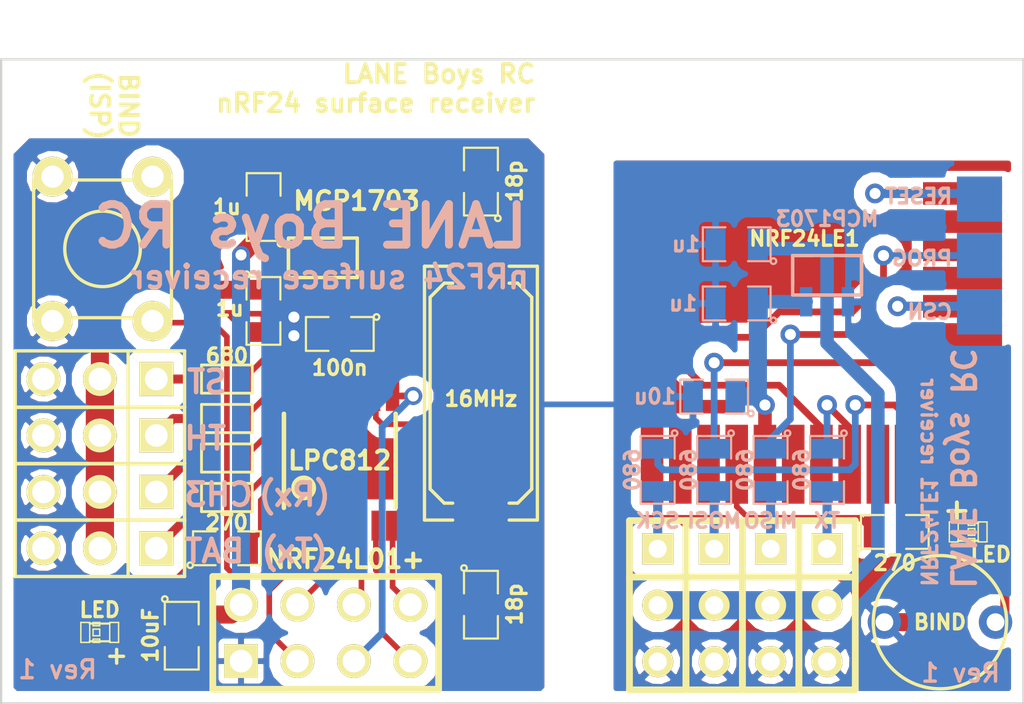
<source format=kicad_pcb>
(kicad_pcb (version 3) (host pcbnew "(2013-jul-07)-stable")

  (general
    (links 87)
    (no_connects 9)
    (area 62.8655 54.123799 109.480733 86.7616)
    (thickness 1.6)
    (drawings 29)
    (tracks 209)
    (zones 0)
    (modules 40)
    (nets 31)
  )

  (page User 150.012 150.012)
  (title_block 
    (title "LPC812 / nRF24L01+ RC receiver")
    (rev 1)
    (company "LANE Boys RC")
  )

  (layers
    (15 F.Cu signal)
    (0 B.Cu signal)
    (19 F.Paste user)
    (20 B.SilkS user)
    (21 F.SilkS user)
    (22 B.Mask user)
    (23 F.Mask user)
    (25 Cmts.User user hide)
    (26 Eco1.User user)
    (28 Edge.Cuts user)
  )

  (setup
    (last_trace_width 0.254)
    (user_trace_width 0.2032)
    (user_trace_width 0.254)
    (user_trace_width 0.3048)
    (user_trace_width 0.4064)
    (user_trace_width 0.6096)
    (user_trace_width 0.8128)
    (user_trace_width 1)
    (user_trace_width 1.016)
    (user_trace_width 1.27)
    (user_trace_width 1.4224)
    (user_trace_width 1.6764)
    (user_trace_width 2)
    (user_trace_width 0.2032)
    (user_trace_width 0.254)
    (user_trace_width 0.3048)
    (user_trace_width 0.4064)
    (user_trace_width 0.6096)
    (user_trace_width 0.8128)
    (user_trace_width 1)
    (user_trace_width 1.016)
    (user_trace_width 1.27)
    (user_trace_width 1.4224)
    (user_trace_width 1.6764)
    (user_trace_width 2)
    (trace_clearance 0.2032)
    (zone_clearance 0.508)
    (zone_45_only no)
    (trace_min 0.1524)
    (segment_width 2)
    (edge_width 0.1)
    (via_size 0.813)
    (via_drill 0.5)
    (via_min_size 0.6096)
    (via_min_drill 0.3048)
    (user_via 0.8128 0.5)
    (user_via 0.9144 0.6)
    (user_via 1.2192 0.8)
    (user_via 1.524 1)
    (user_via 1.8288 1.2)
    (user_via 2.286 1.5)
    (user_via 0.8128 0.5)
    (user_via 0.9144 0.6)
    (user_via 1.2192 0.8)
    (user_via 1.524 1)
    (user_via 1.8288 1.2)
    (user_via 2.286 1.5)
    (uvia_size 0.508)
    (uvia_drill 0.127)
    (uvias_allowed no)
    (uvia_min_size 0.508)
    (uvia_min_drill 0.127)
    (pcb_text_width 0.3)
    (pcb_text_size 1.5 1.5)
    (mod_edge_width 0.15)
    (mod_text_size 0.8128 0.8128)
    (mod_text_width 0.1778)
    (pad_size 1.5 1.5)
    (pad_drill 0.6)
    (pad_to_mask_clearance 0)
    (aux_axis_origin 63 86)
    (visible_elements 7FFFFB9F)
    (pcbplotparams
      (layerselection 351305729)
      (usegerberextensions true)
      (excludeedgelayer false)
      (linewidth 0.150000)
      (plotframeref false)
      (viasonmask false)
      (mode 1)
      (useauxorigin true)
      (hpglpennumber 1)
      (hpglpenspeed 20)
      (hpglpendiameter 15)
      (hpglpenoverlay 2)
      (psnegative false)
      (psa4output false)
      (plotreference false)
      (plotvalue true)
      (plotothertext false)
      (plotinvisibletext false)
      (padsonsilk false)
      (subtractmaskfromsilk true)
      (outputformat 1)
      (mirror false)
      (drillshape 0)
      (scaleselection 1)
      (outputdirectory ../../../scratchpad/test/))
  )

  (net 0 "")
  (net 1 +3.3V)
  (net 2 +BATT)
  (net 3 /BIND)
  (net 4 /CE)
  (net 5 /CH1)
  (net 6 /CH1-SCK)
  (net 7 /CH2)
  (net 8 /CH2-MOSI)
  (net 9 /CH3-MISO)
  (net 10 /CH3-Rx)
  (net 11 /CSN)
  (net 12 /IRQ)
  (net 13 /ISP-BIND)
  (net 14 /LED)
  (net 15 /MISO)
  (net 16 /MOSI)
  (net 17 /PROG)
  (net 18 /RESET)
  (net 19 /SCK)
  (net 20 /TX)
  (net 21 /Tx)
  (net 22 /XTALIN)
  (net 23 /XTALOUT)
  (net 24 N-000001)
  (net 25 N-0000010)
  (net 26 N-0000011)
  (net 27 N-000003)
  (net 28 N-000008)
  (net 29 N-000009)
  (net 30 VSS)

  (net_class Default "This is the default net class."
    (clearance 0.2032)
    (trace_width 0.254)
    (via_dia 0.813)
    (via_drill 0.5)
    (uvia_dia 0.508)
    (uvia_drill 0.127)
    (add_net "")
    (add_net +3.3V)
    (add_net +BATT)
    (add_net /BIND)
    (add_net /CE)
    (add_net /CH1)
    (add_net /CH1-SCK)
    (add_net /CH2)
    (add_net /CH2-MOSI)
    (add_net /CH3-MISO)
    (add_net /CH3-Rx)
    (add_net /CSN)
    (add_net /IRQ)
    (add_net /ISP-BIND)
    (add_net /LED)
    (add_net /MISO)
    (add_net /MOSI)
    (add_net /PROG)
    (add_net /RESET)
    (add_net /SCK)
    (add_net /TX)
    (add_net /Tx)
    (add_net /XTALIN)
    (add_net /XTALOUT)
    (add_net N-000001)
    (add_net N-0000010)
    (add_net N-0000011)
    (add_net N-000003)
    (add_net N-000008)
    (add_net N-000009)
    (add_net VSS)
  )

  (module SM0805   placed (layer B.Cu) (tedit 547A6284) (tstamp 547930EB)
    (at 96.1 67.991 180)
    (path /5479215B)
    (attr smd)
    (fp_text reference C3 (at 0 0.3175 180) (layer B.SilkS) hide
      (effects (font (size 0.50038 0.50038) (thickness 0.10922)) (justify mirror))
    )
    (fp_text value 1u (at 2.413 0 180) (layer B.SilkS)
      (effects (font (size 0.6604 0.6604) (thickness 0.1524)) (justify mirror))
    )
    (fp_circle (center -1.651 -0.762) (end -1.651 -0.635) (layer B.SilkS) (width 0.09906))
    (fp_line (start -0.508 -0.762) (end -1.524 -0.762) (layer B.SilkS) (width 0.09906))
    (fp_line (start -1.524 -0.762) (end -1.524 0.762) (layer B.SilkS) (width 0.09906))
    (fp_line (start -1.524 0.762) (end -0.508 0.762) (layer B.SilkS) (width 0.09906))
    (fp_line (start 0.508 0.762) (end 1.524 0.762) (layer B.SilkS) (width 0.09906))
    (fp_line (start 1.524 0.762) (end 1.524 -0.762) (layer B.SilkS) (width 0.09906))
    (fp_line (start 1.524 -0.762) (end 0.508 -0.762) (layer B.SilkS) (width 0.09906))
    (pad 1 smd rect (at -0.9525 0 180) (size 0.889 1.397)
      (layers B.Cu B.Mask)
      (net 1 +3.3V)
    )
    (pad 2 smd rect (at 0.9525 0 180) (size 0.889 1.397)
      (layers B.Cu B.Mask)
      (net 30 VSS)
    )
    (model smd/chip_cms.wrl
      (at (xyz 0 0 0))
      (scale (xyz 0.1 0.1 0.1))
      (rotate (xyz 0 0 0))
    )
  )

  (module SM0805   placed (layer B.Cu) (tedit 547A628E) (tstamp 547930F8)
    (at 96.1 65.324 180)
    (path /5479216A)
    (attr smd)
    (fp_text reference C2 (at 0 0.3175 180) (layer B.SilkS) hide
      (effects (font (size 0.50038 0.50038) (thickness 0.10922)) (justify mirror))
    )
    (fp_text value 1u (at 2.286 0 180) (layer B.SilkS)
      (effects (font (size 0.6604 0.6604) (thickness 0.1524)) (justify mirror))
    )
    (fp_circle (center -1.651 -0.762) (end -1.651 -0.635) (layer B.SilkS) (width 0.09906))
    (fp_line (start -0.508 -0.762) (end -1.524 -0.762) (layer B.SilkS) (width 0.09906))
    (fp_line (start -1.524 -0.762) (end -1.524 0.762) (layer B.SilkS) (width 0.09906))
    (fp_line (start -1.524 0.762) (end -0.508 0.762) (layer B.SilkS) (width 0.09906))
    (fp_line (start 0.508 0.762) (end 1.524 0.762) (layer B.SilkS) (width 0.09906))
    (fp_line (start 1.524 0.762) (end 1.524 -0.762) (layer B.SilkS) (width 0.09906))
    (fp_line (start 1.524 -0.762) (end 0.508 -0.762) (layer B.SilkS) (width 0.09906))
    (pad 1 smd rect (at -0.9525 0 180) (size 0.889 1.397)
      (layers B.Cu B.Mask)
      (net 2 +BATT)
    )
    (pad 2 smd rect (at 0.9525 0 180) (size 0.889 1.397)
      (layers B.Cu B.Mask)
      (net 30 VSS)
    )
    (model smd/chip_cms.wrl
      (at (xyz 0 0 0))
      (scale (xyz 0.1 0.1 0.1))
      (rotate (xyz 0 0 0))
    )
  )

  (module SM0805   placed (layer B.Cu) (tedit 547A628A) (tstamp 54793105)
    (at 95.084 72.182 180)
    (path /54792183)
    (attr smd)
    (fp_text reference C1 (at 0 0.3175 180) (layer B.SilkS) hide
      (effects (font (size 0.50038 0.50038) (thickness 0.10922)) (justify mirror))
    )
    (fp_text value 10u (at 2.667 0 180) (layer B.SilkS)
      (effects (font (size 0.6604 0.6604) (thickness 0.1524)) (justify mirror))
    )
    (fp_circle (center -1.651 -0.762) (end -1.651 -0.635) (layer B.SilkS) (width 0.09906))
    (fp_line (start -0.508 -0.762) (end -1.524 -0.762) (layer B.SilkS) (width 0.09906))
    (fp_line (start -1.524 -0.762) (end -1.524 0.762) (layer B.SilkS) (width 0.09906))
    (fp_line (start -1.524 0.762) (end -0.508 0.762) (layer B.SilkS) (width 0.09906))
    (fp_line (start 0.508 0.762) (end 1.524 0.762) (layer B.SilkS) (width 0.09906))
    (fp_line (start 1.524 0.762) (end 1.524 -0.762) (layer B.SilkS) (width 0.09906))
    (fp_line (start 1.524 -0.762) (end 0.508 -0.762) (layer B.SilkS) (width 0.09906))
    (pad 1 smd rect (at -0.9525 0 180) (size 0.889 1.397)
      (layers B.Cu B.Mask)
      (net 1 +3.3V)
    )
    (pad 2 smd rect (at 0.9525 0 180) (size 0.889 1.397)
      (layers B.Cu B.Mask)
      (net 30 VSS)
    )
    (model smd/chip_cms.wrl
      (at (xyz 0 0 0))
      (scale (xyz 0.1 0.1 0.1))
      (rotate (xyz 0 0 0))
    )
  )

  (module SM0805   placed (layer B.Cu) (tedit 5479C1D6) (tstamp 54793112)
    (at 100.164 75.484 270)
    (path /5479219C)
    (attr smd)
    (fp_text reference R2 (at 0 0.3175 270) (layer B.SilkS) hide
      (effects (font (size 0.50038 0.50038) (thickness 0.10922)) (justify mirror))
    )
    (fp_text value 680 (at 0 1.143 270) (layer B.SilkS)
      (effects (font (size 0.6604 0.6604) (thickness 0.1524)) (justify mirror))
    )
    (fp_circle (center -1.651 -0.762) (end -1.651 -0.635) (layer B.SilkS) (width 0.09906))
    (fp_line (start -0.508 -0.762) (end -1.524 -0.762) (layer B.SilkS) (width 0.09906))
    (fp_line (start -1.524 -0.762) (end -1.524 0.762) (layer B.SilkS) (width 0.09906))
    (fp_line (start -1.524 0.762) (end -0.508 0.762) (layer B.SilkS) (width 0.09906))
    (fp_line (start 0.508 0.762) (end 1.524 0.762) (layer B.SilkS) (width 0.09906))
    (fp_line (start 1.524 0.762) (end 1.524 -0.762) (layer B.SilkS) (width 0.09906))
    (fp_line (start 1.524 -0.762) (end 0.508 -0.762) (layer B.SilkS) (width 0.09906))
    (pad 1 smd rect (at -0.9525 0 270) (size 0.889 1.397)
      (layers B.Cu B.Mask)
      (net 20 /TX)
    )
    (pad 2 smd rect (at 0.9525 0 270) (size 0.889 1.397)
      (layers B.Cu B.Mask)
      (net 28 N-000008)
    )
    (model smd/chip_cms.wrl
      (at (xyz 0 0 0))
      (scale (xyz 0.1 0.1 0.1))
      (rotate (xyz 0 0 0))
    )
  )

  (module SM0805   placed (layer B.Cu) (tedit 5479C1CB) (tstamp 5479311F)
    (at 97.624 75.484 270)
    (path /547921A9)
    (attr smd)
    (fp_text reference R3 (at 0 0.3175 270) (layer B.SilkS) hide
      (effects (font (size 0.50038 0.50038) (thickness 0.10922)) (justify mirror))
    )
    (fp_text value 680 (at 0 1.143 270) (layer B.SilkS)
      (effects (font (size 0.6604 0.6604) (thickness 0.1524)) (justify mirror))
    )
    (fp_circle (center -1.651 -0.762) (end -1.651 -0.635) (layer B.SilkS) (width 0.09906))
    (fp_line (start -0.508 -0.762) (end -1.524 -0.762) (layer B.SilkS) (width 0.09906))
    (fp_line (start -1.524 -0.762) (end -1.524 0.762) (layer B.SilkS) (width 0.09906))
    (fp_line (start -1.524 0.762) (end -0.508 0.762) (layer B.SilkS) (width 0.09906))
    (fp_line (start 0.508 0.762) (end 1.524 0.762) (layer B.SilkS) (width 0.09906))
    (fp_line (start 1.524 0.762) (end 1.524 -0.762) (layer B.SilkS) (width 0.09906))
    (fp_line (start 1.524 -0.762) (end 0.508 -0.762) (layer B.SilkS) (width 0.09906))
    (pad 1 smd rect (at -0.9525 0 270) (size 0.889 1.397)
      (layers B.Cu B.Mask)
      (net 9 /CH3-MISO)
    )
    (pad 2 smd rect (at 0.9525 0 270) (size 0.889 1.397)
      (layers B.Cu B.Mask)
      (net 29 N-000009)
    )
    (model smd/chip_cms.wrl
      (at (xyz 0 0 0))
      (scale (xyz 0.1 0.1 0.1))
      (rotate (xyz 0 0 0))
    )
  )

  (module SM0805   placed (layer B.Cu) (tedit 5479C1CE) (tstamp 5479312C)
    (at 95.084 75.484 270)
    (path /547921AF)
    (attr smd)
    (fp_text reference R4 (at 0 0.3175 270) (layer B.SilkS) hide
      (effects (font (size 0.50038 0.50038) (thickness 0.10922)) (justify mirror))
    )
    (fp_text value 680 (at 0 1.143 270) (layer B.SilkS)
      (effects (font (size 0.6604 0.6604) (thickness 0.1524)) (justify mirror))
    )
    (fp_circle (center -1.651 -0.762) (end -1.651 -0.635) (layer B.SilkS) (width 0.09906))
    (fp_line (start -0.508 -0.762) (end -1.524 -0.762) (layer B.SilkS) (width 0.09906))
    (fp_line (start -1.524 -0.762) (end -1.524 0.762) (layer B.SilkS) (width 0.09906))
    (fp_line (start -1.524 0.762) (end -0.508 0.762) (layer B.SilkS) (width 0.09906))
    (fp_line (start 0.508 0.762) (end 1.524 0.762) (layer B.SilkS) (width 0.09906))
    (fp_line (start 1.524 0.762) (end 1.524 -0.762) (layer B.SilkS) (width 0.09906))
    (fp_line (start 1.524 -0.762) (end 0.508 -0.762) (layer B.SilkS) (width 0.09906))
    (pad 1 smd rect (at -0.9525 0 270) (size 0.889 1.397)
      (layers B.Cu B.Mask)
      (net 8 /CH2-MOSI)
    )
    (pad 2 smd rect (at 0.9525 0 270) (size 0.889 1.397)
      (layers B.Cu B.Mask)
      (net 25 N-0000010)
    )
    (model smd/chip_cms.wrl
      (at (xyz 0 0 0))
      (scale (xyz 0.1 0.1 0.1))
      (rotate (xyz 0 0 0))
    )
  )

  (module SM0805   placed (layer B.Cu) (tedit 5479C1D1) (tstamp 54793139)
    (at 92.544 75.484 270)
    (path /547921B5)
    (attr smd)
    (fp_text reference R5 (at 0 0.3175 270) (layer B.SilkS) hide
      (effects (font (size 0.50038 0.50038) (thickness 0.10922)) (justify mirror))
    )
    (fp_text value 680 (at 0 1.143 270) (layer B.SilkS)
      (effects (font (size 0.6604 0.6604) (thickness 0.1524)) (justify mirror))
    )
    (fp_circle (center -1.651 -0.762) (end -1.651 -0.635) (layer B.SilkS) (width 0.09906))
    (fp_line (start -0.508 -0.762) (end -1.524 -0.762) (layer B.SilkS) (width 0.09906))
    (fp_line (start -1.524 -0.762) (end -1.524 0.762) (layer B.SilkS) (width 0.09906))
    (fp_line (start -1.524 0.762) (end -0.508 0.762) (layer B.SilkS) (width 0.09906))
    (fp_line (start 0.508 0.762) (end 1.524 0.762) (layer B.SilkS) (width 0.09906))
    (fp_line (start 1.524 0.762) (end 1.524 -0.762) (layer B.SilkS) (width 0.09906))
    (fp_line (start 1.524 -0.762) (end 0.508 -0.762) (layer B.SilkS) (width 0.09906))
    (pad 1 smd rect (at -0.9525 0 270) (size 0.889 1.397)
      (layers B.Cu B.Mask)
      (net 6 /CH1-SCK)
    )
    (pad 2 smd rect (at 0.9525 0 270) (size 0.889 1.397)
      (layers B.Cu B.Mask)
      (net 26 N-0000011)
    )
    (model smd/chip_cms.wrl
      (at (xyz 0 0 0))
      (scale (xyz 0.1 0.1 0.1))
      (rotate (xyz 0 0 0))
    )
  )

  (module SM0805   placed (layer F.Cu) (tedit 5479C0B5) (tstamp 54793146)
    (at 103.212 78.278)
    (path /5479290A)
    (attr smd)
    (fp_text reference R1 (at 0 -0.3175) (layer F.SilkS) hide
      (effects (font (size 0.50038 0.50038) (thickness 0.10922)))
    )
    (fp_text value 270 (at 0 1.397) (layer F.SilkS)
      (effects (font (size 0.6604 0.6604) (thickness 0.1524)))
    )
    (fp_circle (center -1.651 0.762) (end -1.651 0.635) (layer F.SilkS) (width 0.09906))
    (fp_line (start -0.508 0.762) (end -1.524 0.762) (layer F.SilkS) (width 0.09906))
    (fp_line (start -1.524 0.762) (end -1.524 -0.762) (layer F.SilkS) (width 0.09906))
    (fp_line (start -1.524 -0.762) (end -0.508 -0.762) (layer F.SilkS) (width 0.09906))
    (fp_line (start 0.508 -0.762) (end 1.524 -0.762) (layer F.SilkS) (width 0.09906))
    (fp_line (start 1.524 -0.762) (end 1.524 0.762) (layer F.SilkS) (width 0.09906))
    (fp_line (start 1.524 0.762) (end 0.508 0.762) (layer F.SilkS) (width 0.09906))
    (pad 1 smd rect (at -0.9525 0) (size 0.889 1.397)
      (layers F.Cu F.Paste F.Mask)
      (net 14 /LED)
    )
    (pad 2 smd rect (at 0.9525 0) (size 0.889 1.397)
      (layers F.Cu F.Paste F.Mask)
      (net 27 N-000003)
    )
    (model smd/chip_cms.wrl
      (at (xyz 0 0 0))
      (scale (xyz 0.1 0.1 0.1))
      (rotate (xyz 0 0 0))
    )
  )

  (module SIL-3   placed (layer F.Cu) (tedit 5479C049) (tstamp 54793152)
    (at 100.164 81.58 270)
    (descr "Connecteur 3 pins")
    (tags "CONN DEV")
    (path /54792117)
    (fp_text reference K1 (at 0 -2.54 270) (layer F.SilkS) hide
      (effects (font (size 1.7907 1.07696) (thickness 0.26924)))
    )
    (fp_text value CONN_3 (at 0 -2.54 270) (layer F.SilkS) hide
      (effects (font (size 0.6604 0.6604) (thickness 0.1524)))
    )
    (fp_line (start -3.81 1.27) (end -3.81 -1.27) (layer F.SilkS) (width 0.3048))
    (fp_line (start -3.81 -1.27) (end 3.81 -1.27) (layer F.SilkS) (width 0.3048))
    (fp_line (start 3.81 -1.27) (end 3.81 1.27) (layer F.SilkS) (width 0.3048))
    (fp_line (start 3.81 1.27) (end -3.81 1.27) (layer F.SilkS) (width 0.3048))
    (fp_line (start -1.27 -1.27) (end -1.27 1.27) (layer F.SilkS) (width 0.3048))
    (pad 1 thru_hole rect (at -2.54 0 270) (size 1.397 1.397) (drill 0.8128)
      (layers *.Cu *.Mask F.SilkS)
      (net 28 N-000008)
    )
    (pad 2 thru_hole circle (at 0 0 270) (size 1.397 1.397) (drill 0.8128)
      (layers *.Cu *.Mask F.SilkS)
      (net 2 +BATT)
    )
    (pad 3 thru_hole circle (at 2.54 0 270) (size 1.397 1.397) (drill 0.8128)
      (layers *.Cu *.Mask F.SilkS)
      (net 30 VSS)
    )
  )

  (module SIL-3   placed (layer F.Cu) (tedit 5479C03E) (tstamp 5479315E)
    (at 97.624 81.58 270)
    (descr "Connecteur 3 pins")
    (tags "CONN DEV")
    (path /54792124)
    (fp_text reference K2 (at 0 -2.54 270) (layer F.SilkS) hide
      (effects (font (size 1.7907 1.07696) (thickness 0.26924)))
    )
    (fp_text value CONN_3 (at 0 -2.54 270) (layer F.SilkS) hide
      (effects (font (size 0.6604 0.6604) (thickness 0.1524)))
    )
    (fp_line (start -3.81 1.27) (end -3.81 -1.27) (layer F.SilkS) (width 0.3048))
    (fp_line (start -3.81 -1.27) (end 3.81 -1.27) (layer F.SilkS) (width 0.3048))
    (fp_line (start 3.81 -1.27) (end 3.81 1.27) (layer F.SilkS) (width 0.3048))
    (fp_line (start 3.81 1.27) (end -3.81 1.27) (layer F.SilkS) (width 0.3048))
    (fp_line (start -1.27 -1.27) (end -1.27 1.27) (layer F.SilkS) (width 0.3048))
    (pad 1 thru_hole rect (at -2.54 0 270) (size 1.397 1.397) (drill 0.8128)
      (layers *.Cu *.Mask F.SilkS)
      (net 29 N-000009)
    )
    (pad 2 thru_hole circle (at 0 0 270) (size 1.397 1.397) (drill 0.8128)
      (layers *.Cu *.Mask F.SilkS)
      (net 2 +BATT)
    )
    (pad 3 thru_hole circle (at 2.54 0 270) (size 1.397 1.397) (drill 0.8128)
      (layers *.Cu *.Mask F.SilkS)
      (net 30 VSS)
    )
  )

  (module SIL-3   placed (layer F.Cu) (tedit 5479C039) (tstamp 5479316A)
    (at 95.084 81.58 270)
    (descr "Connecteur 3 pins")
    (tags "CONN DEV")
    (path /5479212A)
    (fp_text reference K3 (at 0 -2.54 270) (layer F.SilkS) hide
      (effects (font (size 1.7907 1.07696) (thickness 0.26924)))
    )
    (fp_text value CONN_3 (at 0 -2.54 270) (layer F.SilkS) hide
      (effects (font (size 0.6604 0.6604) (thickness 0.1524)))
    )
    (fp_line (start -3.81 1.27) (end -3.81 -1.27) (layer F.SilkS) (width 0.3048))
    (fp_line (start -3.81 -1.27) (end 3.81 -1.27) (layer F.SilkS) (width 0.3048))
    (fp_line (start 3.81 -1.27) (end 3.81 1.27) (layer F.SilkS) (width 0.3048))
    (fp_line (start 3.81 1.27) (end -3.81 1.27) (layer F.SilkS) (width 0.3048))
    (fp_line (start -1.27 -1.27) (end -1.27 1.27) (layer F.SilkS) (width 0.3048))
    (pad 1 thru_hole rect (at -2.54 0 270) (size 1.397 1.397) (drill 0.8128)
      (layers *.Cu *.Mask F.SilkS)
      (net 25 N-0000010)
    )
    (pad 2 thru_hole circle (at 0 0 270) (size 1.397 1.397) (drill 0.8128)
      (layers *.Cu *.Mask F.SilkS)
      (net 2 +BATT)
    )
    (pad 3 thru_hole circle (at 2.54 0 270) (size 1.397 1.397) (drill 0.8128)
      (layers *.Cu *.Mask F.SilkS)
      (net 30 VSS)
    )
  )

  (module SIL-3   placed (layer F.Cu) (tedit 5479C033) (tstamp 54793176)
    (at 92.544 81.58 270)
    (descr "Connecteur 3 pins")
    (tags "CONN DEV")
    (path /54792130)
    (fp_text reference K4 (at 0 -2.54 270) (layer F.SilkS) hide
      (effects (font (size 1.7907 1.07696) (thickness 0.26924)))
    )
    (fp_text value CONN_3 (at 0 -2.54 270) (layer F.SilkS) hide
      (effects (font (size 0.6604 0.6604) (thickness 0.1524)))
    )
    (fp_line (start -3.81 1.27) (end -3.81 -1.27) (layer F.SilkS) (width 0.3048))
    (fp_line (start -3.81 -1.27) (end 3.81 -1.27) (layer F.SilkS) (width 0.3048))
    (fp_line (start 3.81 -1.27) (end 3.81 1.27) (layer F.SilkS) (width 0.3048))
    (fp_line (start 3.81 1.27) (end -3.81 1.27) (layer F.SilkS) (width 0.3048))
    (fp_line (start -1.27 -1.27) (end -1.27 1.27) (layer F.SilkS) (width 0.3048))
    (pad 1 thru_hole rect (at -2.54 0 270) (size 1.397 1.397) (drill 0.8128)
      (layers *.Cu *.Mask F.SilkS)
      (net 26 N-0000011)
    )
    (pad 2 thru_hole circle (at 0 0 270) (size 1.397 1.397) (drill 0.8128)
      (layers *.Cu *.Mask F.SilkS)
      (net 2 +BATT)
    )
    (pad 3 thru_hole circle (at 2.54 0 270) (size 1.397 1.397) (drill 0.8128)
      (layers *.Cu *.Mask F.SilkS)
      (net 30 VSS)
    )
  )

  (module LED-0603   placed (layer F.Cu) (tedit 5479C49A) (tstamp 547931AD)
    (at 106.514 78.278)
    (descr "LED 0603 smd package")
    (tags "LED led 0603 SMD smd SMT smt smdled SMDLED smtled SMTLED")
    (path /547928FB)
    (attr smd)
    (fp_text reference D1 (at 0 -1.016) (layer F.SilkS) hide
      (effects (font (size 0.508 0.508) (thickness 0.127)))
    )
    (fp_text value LED (at 1.016 1.016) (layer F.SilkS)
      (effects (font (size 0.6604 0.6604) (thickness 0.1524)))
    )
    (fp_line (start 0.44958 -0.44958) (end 0.44958 0.44958) (layer F.SilkS) (width 0.06604))
    (fp_line (start 0.44958 0.44958) (end 0.84836 0.44958) (layer F.SilkS) (width 0.06604))
    (fp_line (start 0.84836 -0.44958) (end 0.84836 0.44958) (layer F.SilkS) (width 0.06604))
    (fp_line (start 0.44958 -0.44958) (end 0.84836 -0.44958) (layer F.SilkS) (width 0.06604))
    (fp_line (start -0.84836 -0.44958) (end -0.84836 0.44958) (layer F.SilkS) (width 0.06604))
    (fp_line (start -0.84836 0.44958) (end -0.44958 0.44958) (layer F.SilkS) (width 0.06604))
    (fp_line (start -0.44958 -0.44958) (end -0.44958 0.44958) (layer F.SilkS) (width 0.06604))
    (fp_line (start -0.84836 -0.44958) (end -0.44958 -0.44958) (layer F.SilkS) (width 0.06604))
    (fp_line (start 0 -0.44958) (end 0 -0.29972) (layer F.SilkS) (width 0.06604))
    (fp_line (start 0 -0.29972) (end 0.29972 -0.29972) (layer F.SilkS) (width 0.06604))
    (fp_line (start 0.29972 -0.44958) (end 0.29972 -0.29972) (layer F.SilkS) (width 0.06604))
    (fp_line (start 0 -0.44958) (end 0.29972 -0.44958) (layer F.SilkS) (width 0.06604))
    (fp_line (start 0 0.29972) (end 0 0.44958) (layer F.SilkS) (width 0.06604))
    (fp_line (start 0 0.44958) (end 0.29972 0.44958) (layer F.SilkS) (width 0.06604))
    (fp_line (start 0.29972 0.29972) (end 0.29972 0.44958) (layer F.SilkS) (width 0.06604))
    (fp_line (start 0 0.29972) (end 0.29972 0.29972) (layer F.SilkS) (width 0.06604))
    (fp_line (start 0 -0.14986) (end 0 0.14986) (layer F.SilkS) (width 0.06604))
    (fp_line (start 0 0.14986) (end 0.29972 0.14986) (layer F.SilkS) (width 0.06604))
    (fp_line (start 0.29972 -0.14986) (end 0.29972 0.14986) (layer F.SilkS) (width 0.06604))
    (fp_line (start 0 -0.14986) (end 0.29972 -0.14986) (layer F.SilkS) (width 0.06604))
    (fp_line (start 0.44958 -0.39878) (end -0.44958 -0.39878) (layer F.SilkS) (width 0.1016))
    (fp_line (start 0.44958 0.39878) (end -0.44958 0.39878) (layer F.SilkS) (width 0.1016))
    (pad 1 smd rect (at -0.7493 0) (size 0.79756 0.79756)
      (layers F.Cu F.Paste F.Mask)
      (net 27 N-000003)
    )
    (pad 2 smd rect (at 0.7493 0) (size 0.79756 0.79756)
      (layers F.Cu F.Paste F.Mask)
      (net 30 VSS)
    )
  )

  (module MCP1703-SOT95P300X145-3N (layer B.Cu) (tedit 547A62B1) (tstamp 5479956B)
    (at 100.164 66.721 180)
    (path /54792138)
    (attr smd)
    (fp_text reference U1 (at 0 2.54 180) (layer B.SilkS) hide
      (effects (font (size 0.8128 0.8128) (thickness 0.2032)) (justify mirror))
    )
    (fp_text value MCP1703 (at 0 2.54 180) (layer B.SilkS)
      (effects (font (size 0.6604 0.6604) (thickness 0.1524)) (justify mirror))
    )
    (fp_line (start -0.6858 -0.889) (end -1.1938 -0.889) (layer B.SilkS) (width 0.1524))
    (fp_line (start 1.1938 -0.889) (end 0.6858 -0.889) (layer B.SilkS) (width 0.1524))
    (fp_line (start -0.254 0.889) (end 0.254 0.889) (layer B.SilkS) (width 0.1524))
    (fp_line (start -1.5494 -0.889) (end 1.5494 -0.889) (layer B.SilkS) (width 0.1524))
    (fp_line (start 1.5494 -0.889) (end 1.5494 0.889) (layer B.SilkS) (width 0.1524))
    (fp_line (start 1.5494 0.889) (end -1.5494 0.889) (layer B.SilkS) (width 0.1524))
    (fp_line (start -1.5494 0.889) (end -1.5494 -0.889) (layer B.SilkS) (width 0.1524))
    (fp_line (start -0.6096 0.889) (end -1.5494 0.889) (layer B.SilkS) (width 0.1524))
    (fp_line (start -0.3302 -0.889) (end 0.3302 -0.889) (layer B.SilkS) (width 0.1524))
    (fp_line (start 1.5494 -0.4572) (end 1.5494 0.889) (layer B.SilkS) (width 0.1524))
    (fp_line (start 1.5494 0.889) (end 0.6096 0.889) (layer B.SilkS) (width 0.1524))
    (fp_line (start -1.5494 0.889) (end -1.5494 -0.4572) (layer B.SilkS) (width 0.1524))
    (pad 1 smd rect (at -0.9398 -1.1938 180) (size 0.5588 1.3208)
      (layers B.Cu B.Mask)
      (net 30 VSS)
    )
    (pad 2 smd rect (at 0.9398 -1.1938 180) (size 0.5588 1.3208)
      (layers B.Cu B.Mask)
      (net 1 +3.3V)
    )
    (pad 3 smd rect (at 0 1.1938 180) (size 0.5588 1.3208)
      (layers B.Cu B.Mask)
      (net 2 +BATT)
    )
  )

  (module testpad_80mil_sq (layer B.Cu) (tedit 547A7586) (tstamp 54796D46)
    (at 107.022 65.832)
    (path /54796D23)
    (fp_text reference P1 (at 0 2.54) (layer B.SilkS) hide
      (effects (font (size 0.6604 0.6604) (thickness 0.1524)) (justify mirror))
    )
    (fp_text value CONN_1 (at -0.022 0.168) (layer B.SilkS) hide
      (effects (font (size 0.6604 0.6604) (thickness 0.1524)) (justify mirror))
    )
    (pad 1 smd rect (at 0 0) (size 2.032 2.032)
      (layers B.Cu B.Mask)
      (net 17 /PROG)
    )
  )

  (module testpad_80mil_sq (layer B.Cu) (tedit 547A7583) (tstamp 54796D4F)
    (at 107.022 63.292)
    (path /54796D32)
    (fp_text reference P2 (at 0 2.54) (layer B.SilkS) hide
      (effects (font (size 0.6604 0.6604) (thickness 0.1524)) (justify mirror))
    )
    (fp_text value CONN_1 (at -1.022 -0.292) (layer B.SilkS) hide
      (effects (font (size 0.6604 0.6604) (thickness 0.1524)) (justify mirror))
    )
    (pad 1 smd rect (at 0 0) (size 2.032 2.032)
      (layers B.Cu B.Mask)
      (net 18 /RESET)
    )
  )

  (module testpad_80mil_sq (layer B.Cu) (tedit 547A758A) (tstamp 54797A3D)
    (at 107.022 68.372)
    (path /54797ABF)
    (fp_text reference P3 (at 0 2.54) (layer B.SilkS) hide
      (effects (font (size 0.6604 0.6604) (thickness 0.1524)) (justify mirror))
    )
    (fp_text value CONN_1 (at -0.022 -0.372) (layer B.SilkS) hide
      (effects (font (size 0.6604 0.6604) (thickness 0.1524)) (justify mirror))
    )
    (pad 1 smd rect (at 0 0) (size 2.032 2.032)
      (layers B.Cu B.Mask)
      (net 11 /CSN)
    )
  )

  (module SW_PUSH_ROUND_6mm (layer F.Cu) (tedit 547A7AB5) (tstamp 547A7AC8)
    (at 105.244 82.342 180)
    (path /547925D0)
    (fp_text reference SW1 (at 0 -3.81 180) (layer F.SilkS) hide
      (effects (font (size 0.6604 0.6604) (thickness 0.1524)))
    )
    (fp_text value BIND (at 0 0 180) (layer F.SilkS)
      (effects (font (size 0.6604 0.6604) (thickness 0.1524)))
    )
    (fp_circle (center 0 0) (end 3 0) (layer F.SilkS) (width 0.15))
    (pad 1 thru_hole circle (at -2.5 0 180) (size 1.5 1.5) (drill 0.8)
      (layers *.Cu *.Mask)
      (net 3 /BIND)
    )
    (pad 2 thru_hole circle (at 2.5 0 180) (size 1.5 1.5) (drill 0.8)
      (layers *.Cu *.Mask)
      (net 30 VSS)
    )
  )

  (module NRF24LE1-module-15x21   locked   placed (layer F.Cu) (tedit 547A7A69) (tstamp 54793191)
    (at 91.274 75.23)
    (descr "NRF24LE1 module 15x21mm with SMD crystal")
    (path /547920F7)
    (fp_text reference U2 (at 7.366 -11.176) (layer F.SilkS) hide
      (effects (font (size 1 1) (thickness 0.15)))
    )
    (fp_text value NRF24LE1 (at 7.874 -10.16) (layer F.SilkS)
      (effects (font (size 0.6604 0.6604) (thickness 0.1524)))
    )
    (fp_line (start 0 0) (end 14.986 0) (layer Cmts.User) (width 0.15))
    (fp_line (start 14.986 0) (end 14.986 -20.828) (layer Cmts.User) (width 0.15))
    (fp_line (start 14.986 -20.828) (end 0 -20.828) (layer Cmts.User) (width 0.15))
    (fp_line (start 0 -20.828) (end 0 0) (layer Cmts.User) (width 0.15))
    (pad 1 smd rect (at 1.016 0) (size 1.016 3.556)
      (layers F.Cu F.Paste F.Mask)
      (clearance 0.127)
    )
    (pad 2 smd rect (at 2.286 0) (size 1.016 3.556)
      (layers F.Cu F.Paste F.Mask)
      (clearance 0.127)
    )
    (pad 3 smd rect (at 3.556 0) (size 1.016 3.556)
      (layers F.Cu F.Paste F.Mask)
      (clearance 0.127)
    )
    (pad 4 smd rect (at 4.826 0) (size 1.016 3.556)
      (layers F.Cu F.Paste F.Mask)
      (net 14 /LED)
      (clearance 0.127)
    )
    (pad 5 smd rect (at 6.096 0) (size 1.016 3.556)
      (layers F.Cu F.Paste F.Mask)
      (net 1 +3.3V)
      (clearance 0.127)
    )
    (pad 6 smd rect (at 7.366 0) (size 1.016 3.556)
      (layers F.Cu F.Paste F.Mask)
      (clearance 0.127)
    )
    (pad 7 smd rect (at 8.636 0) (size 1.016 3.556)
      (layers F.Cu F.Paste F.Mask)
      (net 17 /PROG)
      (clearance 0.127)
    )
    (pad 8 smd rect (at 9.906 0) (size 1.016 3.556)
      (layers F.Cu F.Paste F.Mask)
      (net 20 /TX)
      (clearance 0.127)
    )
    (pad 9 smd rect (at 11.176 0) (size 1.016 3.556)
      (layers F.Cu F.Paste F.Mask)
      (clearance 0.127)
    )
    (pad 10 smd rect (at 12.446 0) (size 1.016 3.556)
      (layers F.Cu F.Paste F.Mask)
      (net 6 /CH1-SCK)
      (clearance 0.127)
    )
    (pad 11 smd rect (at 13.716 0) (size 1.016 3.556)
      (layers F.Cu F.Paste F.Mask)
      (net 30 VSS)
      (clearance 0.127)
    )
    (pad 12 smd rect (at 14.986 -3.302 90) (size 1.016 3.556)
      (layers F.Cu F.Paste F.Mask)
      (net 3 /BIND)
      (clearance 0.127)
    )
    (pad 13 smd rect (at 14.986 -4.572 90) (size 1.016 3.556)
      (layers F.Cu F.Paste F.Mask)
      (net 8 /CH2-MOSI)
      (clearance 0.127)
    )
    (pad 14 smd rect (at 14.986 -5.842 90) (size 1.016 3.556)
      (layers F.Cu F.Paste F.Mask)
      (net 9 /CH3-MISO)
      (clearance 0.127)
    )
    (pad 15 smd rect (at 14.986 -7.112 90) (size 1.016 3.556)
      (layers F.Cu F.Paste F.Mask)
      (net 11 /CSN)
      (clearance 0.127)
    )
    (pad 16 smd rect (at 14.986 -8.382 90) (size 1.016 3.556)
      (layers F.Cu F.Paste F.Mask)
      (clearance 0.127)
    )
    (pad 17 smd rect (at 14.986 -9.652 90) (size 1.016 3.556)
      (layers F.Cu F.Paste F.Mask)
      (clearance 0.127)
    )
    (pad 18 smd rect (at 14.986 -10.922 90) (size 1.016 3.556)
      (layers F.Cu F.Paste F.Mask)
      (clearance 0.127)
    )
    (pad 19 smd rect (at 14.986 -12.192 90) (size 1.016 3.556)
      (layers F.Cu F.Paste F.Mask)
      (net 18 /RESET)
      (clearance 0.127)
    )
  )

  (module pin_array_4x2 (layer F.Cu) (tedit 5476ECD5) (tstamp 5474369F)
    (at 77.605 82.825)
    (descr "Double rangee de contacts 2 x 4 pins")
    (tags CONN)
    (path /546ED38F)
    (fp_text reference P1 (at 6.031 0.015) (layer F.SilkS) hide
      (effects (font (size 0.8128 0.8128) (thickness 0.2032)))
    )
    (fp_text value NRF24L01+ (at 0.881 -3.323) (layer F.SilkS)
      (effects (font (size 0.8128 0.8128) (thickness 0.1778)))
    )
    (fp_line (start -5.08 -2.54) (end 5.08 -2.54) (layer F.SilkS) (width 0.3048))
    (fp_line (start 5.08 -2.54) (end 5.08 2.54) (layer F.SilkS) (width 0.3048))
    (fp_line (start 5.08 2.54) (end -5.08 2.54) (layer F.SilkS) (width 0.3048))
    (fp_line (start -5.08 2.54) (end -5.08 -2.54) (layer F.SilkS) (width 0.3048))
    (pad 1 thru_hole rect (at -3.81 1.27) (size 1.524 1.524) (drill 1.016)
      (layers *.Cu *.Mask F.SilkS)
      (net 30 VSS)
    )
    (pad 2 thru_hole circle (at -3.81 -1.27) (size 1.524 1.524) (drill 1.016)
      (layers *.Cu *.Mask F.SilkS)
      (net 1 +3.3V)
    )
    (pad 3 thru_hole circle (at -1.27 1.27) (size 1.524 1.524) (drill 1.016)
      (layers *.Cu *.Mask F.SilkS)
      (net 4 /CE)
    )
    (pad 4 thru_hole circle (at -1.27 -1.27) (size 1.524 1.524) (drill 1.016)
      (layers *.Cu *.Mask F.SilkS)
      (net 11 /CSN)
    )
    (pad 5 thru_hole circle (at 1.27 1.27) (size 1.524 1.524) (drill 1.016)
      (layers *.Cu *.Mask F.SilkS)
      (net 19 /SCK)
    )
    (pad 6 thru_hole circle (at 1.27 -1.27) (size 1.524 1.524) (drill 1.016)
      (layers *.Cu *.Mask F.SilkS)
      (net 16 /MOSI)
    )
    (pad 7 thru_hole circle (at 3.81 1.27) (size 1.524 1.524) (drill 1.016)
      (layers *.Cu *.Mask F.SilkS)
      (net 15 /MISO)
    )
    (pad 8 thru_hole circle (at 3.81 -1.27) (size 1.524 1.524) (drill 1.016)
      (layers *.Cu *.Mask F.SilkS)
      (net 12 /IRQ)
    )
    (model pin_array/pins_array_4x2.wrl
      (at (xyz 0 0 0))
      (scale (xyz 1 1 1))
      (rotate (xyz 0 0 0))
    )
  )

  (module PIN_ARRAY_3X1 (layer F.Cu) (tedit 547318CC) (tstamp 546EE5FA)
    (at 67.445 79.015 180)
    (descr "Connecteur 3 pins")
    (tags "CONN DEV")
    (path /546ED52C)
    (fp_text reference K1 (at 0.254 -2.159 180) (layer F.SilkS) hide
      (effects (font (size 1.016 1.016) (thickness 0.1524)))
    )
    (fp_text value BAT (at 0 -2.159 180) (layer F.SilkS) hide
      (effects (font (size 0.8128 0.8128) (thickness 0.1778)))
    )
    (fp_line (start -3.81 1.27) (end -3.81 -1.27) (layer F.SilkS) (width 0.1524))
    (fp_line (start -3.81 -1.27) (end 3.81 -1.27) (layer F.SilkS) (width 0.1524))
    (fp_line (start 3.81 -1.27) (end 3.81 1.27) (layer F.SilkS) (width 0.1524))
    (fp_line (start 3.81 1.27) (end -3.81 1.27) (layer F.SilkS) (width 0.1524))
    (fp_line (start -1.27 -1.27) (end -1.27 1.27) (layer F.SilkS) (width 0.1524))
    (pad 1 thru_hole rect (at -2.54 0 180) (size 1.524 1.524) (drill 1.016)
      (layers *.Cu *.Mask F.SilkS)
      (net 26 N-0000011)
    )
    (pad 2 thru_hole circle (at 0 0 180) (size 1.524 1.524) (drill 1.016)
      (layers *.Cu *.Mask F.SilkS)
      (net 2 +BATT)
    )
    (pad 3 thru_hole circle (at 2.54 0 180) (size 1.524 1.524) (drill 1.016)
      (layers *.Cu *.Mask F.SilkS)
      (net 30 VSS)
    )
    (model pin_array/pins_array_3x1.wrl
      (at (xyz 0 0 0))
      (scale (xyz 1 1 1))
      (rotate (xyz 0 0 0))
    )
  )

  (module PIN_ARRAY_3X1 (layer F.Cu) (tedit 547318C1) (tstamp 546EE606)
    (at 67.445 76.475 180)
    (descr "Connecteur 3 pins")
    (tags "CONN DEV")
    (path /546EDCB1)
    (fp_text reference K2 (at 0.254 -2.159 180) (layer F.SilkS) hide
      (effects (font (size 1.016 1.016) (thickness 0.1524)))
    )
    (fp_text value CH3 (at 0 -2.159 180) (layer F.SilkS) hide
      (effects (font (size 0.8128 0.8128) (thickness 0.1778)))
    )
    (fp_line (start -3.81 1.27) (end -3.81 -1.27) (layer F.SilkS) (width 0.1524))
    (fp_line (start -3.81 -1.27) (end 3.81 -1.27) (layer F.SilkS) (width 0.1524))
    (fp_line (start 3.81 -1.27) (end 3.81 1.27) (layer F.SilkS) (width 0.1524))
    (fp_line (start 3.81 1.27) (end -3.81 1.27) (layer F.SilkS) (width 0.1524))
    (fp_line (start -1.27 -1.27) (end -1.27 1.27) (layer F.SilkS) (width 0.1524))
    (pad 1 thru_hole rect (at -2.54 0 180) (size 1.524 1.524) (drill 1.016)
      (layers *.Cu *.Mask F.SilkS)
      (net 25 N-0000010)
    )
    (pad 2 thru_hole circle (at 0 0 180) (size 1.524 1.524) (drill 1.016)
      (layers *.Cu *.Mask F.SilkS)
      (net 2 +BATT)
    )
    (pad 3 thru_hole circle (at 2.54 0 180) (size 1.524 1.524) (drill 1.016)
      (layers *.Cu *.Mask F.SilkS)
      (net 30 VSS)
    )
    (model pin_array/pins_array_3x1.wrl
      (at (xyz 0 0 0))
      (scale (xyz 1 1 1))
      (rotate (xyz 0 0 0))
    )
  )

  (module PIN_ARRAY_3X1 (layer F.Cu) (tedit 547318B6) (tstamp 546EE612)
    (at 67.445 73.935 180)
    (descr "Connecteur 3 pins")
    (tags "CONN DEV")
    (path /546EDCC0)
    (fp_text reference K3 (at 0.254 -2.159 180) (layer F.SilkS) hide
      (effects (font (size 1.016 1.016) (thickness 0.1524)))
    )
    (fp_text value TH (at 0 -2.159 180) (layer F.SilkS) hide
      (effects (font (size 0.8128 0.8128) (thickness 0.1778)))
    )
    (fp_line (start -3.81 1.27) (end -3.81 -1.27) (layer F.SilkS) (width 0.1524))
    (fp_line (start -3.81 -1.27) (end 3.81 -1.27) (layer F.SilkS) (width 0.1524))
    (fp_line (start 3.81 -1.27) (end 3.81 1.27) (layer F.SilkS) (width 0.1524))
    (fp_line (start 3.81 1.27) (end -3.81 1.27) (layer F.SilkS) (width 0.1524))
    (fp_line (start -1.27 -1.27) (end -1.27 1.27) (layer F.SilkS) (width 0.1524))
    (pad 1 thru_hole rect (at -2.54 0 180) (size 1.524 1.524) (drill 1.016)
      (layers *.Cu *.Mask F.SilkS)
      (net 29 N-000009)
    )
    (pad 2 thru_hole circle (at 0 0 180) (size 1.524 1.524) (drill 1.016)
      (layers *.Cu *.Mask F.SilkS)
      (net 2 +BATT)
    )
    (pad 3 thru_hole circle (at 2.54 0 180) (size 1.524 1.524) (drill 1.016)
      (layers *.Cu *.Mask F.SilkS)
      (net 30 VSS)
    )
    (model pin_array/pins_array_3x1.wrl
      (at (xyz 0 0 0))
      (scale (xyz 1 1 1))
      (rotate (xyz 0 0 0))
    )
  )

  (module PIN_ARRAY_3X1 (layer F.Cu) (tedit 547318AD) (tstamp 546EE61E)
    (at 67.445 71.395 180)
    (descr "Connecteur 3 pins")
    (tags "CONN DEV")
    (path /546EDCCF)
    (fp_text reference K4 (at 0.254 -2.159 180) (layer F.SilkS) hide
      (effects (font (size 1.016 1.016) (thickness 0.1524)))
    )
    (fp_text value ST (at 0 -2.159 180) (layer F.SilkS) hide
      (effects (font (size 0.8128 0.8128) (thickness 0.1778)))
    )
    (fp_line (start -3.81 1.27) (end -3.81 -1.27) (layer F.SilkS) (width 0.1524))
    (fp_line (start -3.81 -1.27) (end 3.81 -1.27) (layer F.SilkS) (width 0.1524))
    (fp_line (start 3.81 -1.27) (end 3.81 1.27) (layer F.SilkS) (width 0.1524))
    (fp_line (start 3.81 1.27) (end -3.81 1.27) (layer F.SilkS) (width 0.1524))
    (fp_line (start -1.27 -1.27) (end -1.27 1.27) (layer F.SilkS) (width 0.1524))
    (pad 1 thru_hole rect (at -2.54 0 180) (size 1.524 1.524) (drill 1.016)
      (layers *.Cu *.Mask F.SilkS)
      (net 28 N-000008)
    )
    (pad 2 thru_hole circle (at 0 0 180) (size 1.524 1.524) (drill 1.016)
      (layers *.Cu *.Mask F.SilkS)
      (net 2 +BATT)
    )
    (pad 3 thru_hole circle (at 2.54 0 180) (size 1.524 1.524) (drill 1.016)
      (layers *.Cu *.Mask F.SilkS)
      (net 30 VSS)
    )
    (model pin_array/pins_array_3x1.wrl
      (at (xyz 0 0 0))
      (scale (xyz 1 1 1))
      (rotate (xyz 0 0 0))
    )
  )

  (module LED-0603 (layer F.Cu) (tedit 5476EA91) (tstamp 546F0175)
    (at 67.437 82.804 180)
    (descr "LED 0603 smd package")
    (tags "LED led 0603 SMD smd SMT smt smdled SMDLED smtled SMTLED")
    (path /546F0587)
    (attr smd)
    (fp_text reference D1 (at 1.843 -0.2055 180) (layer F.SilkS) hide
      (effects (font (size 0.508 0.508) (thickness 0.127)))
    )
    (fp_text value LED (at 0 1.016 180) (layer F.SilkS)
      (effects (font (size 0.6604 0.6604) (thickness 0.1524)))
    )
    (fp_line (start 0.44958 -0.44958) (end 0.44958 0.44958) (layer F.SilkS) (width 0.06604))
    (fp_line (start 0.44958 0.44958) (end 0.84836 0.44958) (layer F.SilkS) (width 0.06604))
    (fp_line (start 0.84836 -0.44958) (end 0.84836 0.44958) (layer F.SilkS) (width 0.06604))
    (fp_line (start 0.44958 -0.44958) (end 0.84836 -0.44958) (layer F.SilkS) (width 0.06604))
    (fp_line (start -0.84836 -0.44958) (end -0.84836 0.44958) (layer F.SilkS) (width 0.06604))
    (fp_line (start -0.84836 0.44958) (end -0.44958 0.44958) (layer F.SilkS) (width 0.06604))
    (fp_line (start -0.44958 -0.44958) (end -0.44958 0.44958) (layer F.SilkS) (width 0.06604))
    (fp_line (start -0.84836 -0.44958) (end -0.44958 -0.44958) (layer F.SilkS) (width 0.06604))
    (fp_line (start 0 -0.44958) (end 0 -0.29972) (layer F.SilkS) (width 0.06604))
    (fp_line (start 0 -0.29972) (end 0.29972 -0.29972) (layer F.SilkS) (width 0.06604))
    (fp_line (start 0.29972 -0.44958) (end 0.29972 -0.29972) (layer F.SilkS) (width 0.06604))
    (fp_line (start 0 -0.44958) (end 0.29972 -0.44958) (layer F.SilkS) (width 0.06604))
    (fp_line (start 0 0.29972) (end 0 0.44958) (layer F.SilkS) (width 0.06604))
    (fp_line (start 0 0.44958) (end 0.29972 0.44958) (layer F.SilkS) (width 0.06604))
    (fp_line (start 0.29972 0.29972) (end 0.29972 0.44958) (layer F.SilkS) (width 0.06604))
    (fp_line (start 0 0.29972) (end 0.29972 0.29972) (layer F.SilkS) (width 0.06604))
    (fp_line (start 0 -0.14986) (end 0 0.14986) (layer F.SilkS) (width 0.06604))
    (fp_line (start 0 0.14986) (end 0.29972 0.14986) (layer F.SilkS) (width 0.06604))
    (fp_line (start 0.29972 -0.14986) (end 0.29972 0.14986) (layer F.SilkS) (width 0.06604))
    (fp_line (start 0 -0.14986) (end 0.29972 -0.14986) (layer F.SilkS) (width 0.06604))
    (fp_line (start 0.44958 -0.39878) (end -0.44958 -0.39878) (layer F.SilkS) (width 0.1016))
    (fp_line (start 0.44958 0.39878) (end -0.44958 0.39878) (layer F.SilkS) (width 0.1016))
    (pad 1 smd rect (at -0.7493 0 180) (size 0.79756 0.79756)
      (layers F.Cu F.Paste F.Mask)
      (net 1 +3.3V)
    )
    (pad 2 smd rect (at 0.7493 0 180) (size 0.79756 0.79756)
      (layers F.Cu F.Paste F.Mask)
      (net 24 N-000001)
    )
  )

  (module SM0805 (layer F.Cu) (tedit 547672B4) (tstamp 5471B95E)
    (at 71.128 82.952 270)
    (path /5471B4BB)
    (attr smd)
    (fp_text reference C6 (at 0 -0.3175 270) (layer F.SilkS) hide
      (effects (font (size 0.50038 0.50038) (thickness 0.10922)))
    )
    (fp_text value 10uF (at -0.021 1.405 270) (layer F.SilkS)
      (effects (font (size 0.6604 0.6604) (thickness 0.1524)))
    )
    (fp_circle (center -1.651 0.762) (end -1.651 0.635) (layer F.SilkS) (width 0.09906))
    (fp_line (start -0.508 0.762) (end -1.524 0.762) (layer F.SilkS) (width 0.09906))
    (fp_line (start -1.524 0.762) (end -1.524 -0.762) (layer F.SilkS) (width 0.09906))
    (fp_line (start -1.524 -0.762) (end -0.508 -0.762) (layer F.SilkS) (width 0.09906))
    (fp_line (start 0.508 -0.762) (end 1.524 -0.762) (layer F.SilkS) (width 0.09906))
    (fp_line (start 1.524 -0.762) (end 1.524 0.762) (layer F.SilkS) (width 0.09906))
    (fp_line (start 1.524 0.762) (end 0.508 0.762) (layer F.SilkS) (width 0.09906))
    (pad 1 smd rect (at -0.9525 0 270) (size 0.889 1.397)
      (layers F.Cu F.Paste F.Mask)
      (net 1 +3.3V)
    )
    (pad 2 smd rect (at 0.9525 0 270) (size 0.889 1.397)
      (layers F.Cu F.Paste F.Mask)
      (net 30 VSS)
    )
    (model smd/chip_cms.wrl
      (at (xyz 0 0 0))
      (scale (xyz 0.1 0.1 0.1))
      (rotate (xyz 0 0 0))
    )
  )

  (module SM0603 (layer F.Cu) (tedit 547318E4) (tstamp 5471D13B)
    (at 73.16 76.729 180)
    (path /5471D01E)
    (attr smd)
    (fp_text reference R2 (at 0 0 180) (layer F.SilkS) hide
      (effects (font (size 0.508 0.4572) (thickness 0.1143)))
    )
    (fp_text value 680 (at 0 0 180) (layer F.SilkS) hide
      (effects (font (size 0.8128 0.8128) (thickness 0.1778)))
    )
    (fp_line (start -1.143 -0.635) (end 1.143 -0.635) (layer F.SilkS) (width 0.127))
    (fp_line (start 1.143 -0.635) (end 1.143 0.635) (layer F.SilkS) (width 0.127))
    (fp_line (start 1.143 0.635) (end -1.143 0.635) (layer F.SilkS) (width 0.127))
    (fp_line (start -1.143 0.635) (end -1.143 -0.635) (layer F.SilkS) (width 0.127))
    (pad 1 smd rect (at -0.762 0 180) (size 0.635 1.143)
      (layers F.Cu F.Paste F.Mask)
      (net 21 /Tx)
    )
    (pad 2 smd rect (at 0.762 0 180) (size 0.635 1.143)
      (layers F.Cu F.Paste F.Mask)
      (net 26 N-0000011)
    )
    (model smd\resistors\R0603.wrl
      (at (xyz 0 0 0.001))
      (scale (xyz 0.5 0.5 0.5))
      (rotate (xyz 0 0 0))
    )
  )

  (module SM0603 (layer F.Cu) (tedit 547318E8) (tstamp 5471D145)
    (at 73.16 74.951 180)
    (path /5471D02B)
    (attr smd)
    (fp_text reference R3 (at 0 0 180) (layer F.SilkS) hide
      (effects (font (size 0.508 0.4572) (thickness 0.1143)))
    )
    (fp_text value 680 (at 0 0 180) (layer F.SilkS) hide
      (effects (font (size 0.8128 0.8128) (thickness 0.1778)))
    )
    (fp_line (start -1.143 -0.635) (end 1.143 -0.635) (layer F.SilkS) (width 0.127))
    (fp_line (start 1.143 -0.635) (end 1.143 0.635) (layer F.SilkS) (width 0.127))
    (fp_line (start 1.143 0.635) (end -1.143 0.635) (layer F.SilkS) (width 0.127))
    (fp_line (start -1.143 0.635) (end -1.143 -0.635) (layer F.SilkS) (width 0.127))
    (pad 1 smd rect (at -0.762 0 180) (size 0.635 1.143)
      (layers F.Cu F.Paste F.Mask)
      (net 10 /CH3-Rx)
    )
    (pad 2 smd rect (at 0.762 0 180) (size 0.635 1.143)
      (layers F.Cu F.Paste F.Mask)
      (net 25 N-0000010)
    )
    (model smd\resistors\R0603.wrl
      (at (xyz 0 0 0.001))
      (scale (xyz 0.5 0.5 0.5))
      (rotate (xyz 0 0 0))
    )
  )

  (module SM0603 (layer F.Cu) (tedit 547318ED) (tstamp 5471D1EF)
    (at 73.16 73.173 180)
    (path /5471D031)
    (attr smd)
    (fp_text reference R4 (at 0 0 180) (layer F.SilkS) hide
      (effects (font (size 0.508 0.4572) (thickness 0.1143)))
    )
    (fp_text value 680 (at 0 0 180) (layer F.SilkS) hide
      (effects (font (size 0.8128 0.8128) (thickness 0.1778)))
    )
    (fp_line (start -1.143 -0.635) (end 1.143 -0.635) (layer F.SilkS) (width 0.127))
    (fp_line (start 1.143 -0.635) (end 1.143 0.635) (layer F.SilkS) (width 0.127))
    (fp_line (start 1.143 0.635) (end -1.143 0.635) (layer F.SilkS) (width 0.127))
    (fp_line (start -1.143 0.635) (end -1.143 -0.635) (layer F.SilkS) (width 0.127))
    (pad 1 smd rect (at -0.762 0 180) (size 0.635 1.143)
      (layers F.Cu F.Paste F.Mask)
      (net 7 /CH2)
    )
    (pad 2 smd rect (at 0.762 0 180) (size 0.635 1.143)
      (layers F.Cu F.Paste F.Mask)
      (net 29 N-000009)
    )
    (model smd\resistors\R0603.wrl
      (at (xyz 0 0 0.001))
      (scale (xyz 0.5 0.5 0.5))
      (rotate (xyz 0 0 0))
    )
  )

  (module SM0603 (layer F.Cu) (tedit 5476730D) (tstamp 5471D159)
    (at 73.16 71.395 180)
    (path /5471D037)
    (attr smd)
    (fp_text reference R5 (at 0 0 180) (layer F.SilkS) hide
      (effects (font (size 0.508 0.4572) (thickness 0.1143)))
    )
    (fp_text value 680 (at 0 1.0414 180) (layer F.SilkS)
      (effects (font (size 0.6604 0.6604) (thickness 0.1524)))
    )
    (fp_line (start -1.143 -0.635) (end 1.143 -0.635) (layer F.SilkS) (width 0.127))
    (fp_line (start 1.143 -0.635) (end 1.143 0.635) (layer F.SilkS) (width 0.127))
    (fp_line (start 1.143 0.635) (end -1.143 0.635) (layer F.SilkS) (width 0.127))
    (fp_line (start -1.143 0.635) (end -1.143 -0.635) (layer F.SilkS) (width 0.127))
    (pad 1 smd rect (at -0.762 0 180) (size 0.635 1.143)
      (layers F.Cu F.Paste F.Mask)
      (net 5 /CH1)
    )
    (pad 2 smd rect (at 0.762 0 180) (size 0.635 1.143)
      (layers F.Cu F.Paste F.Mask)
      (net 28 N-000008)
    )
    (model smd\resistors\R0603.wrl
      (at (xyz 0 0 0.001))
      (scale (xyz 0.5 0.5 0.5))
      (rotate (xyz 0 0 0))
    )
  )

  (module SM0805 (layer F.Cu) (tedit 54767375) (tstamp 546EE62A)
    (at 74.811 63.648 90)
    (path /546ED3A6)
    (attr smd)
    (fp_text reference C3 (at 0 -0.3175 90) (layer F.SilkS) hide
      (effects (font (size 0.8128 0.8128) (thickness 0.10922)))
    )
    (fp_text value 1u (at 0 -1.651 180) (layer F.SilkS)
      (effects (font (size 0.6604 0.6604) (thickness 0.1524)))
    )
    (fp_circle (center -1.651 0.762) (end -1.651 0.635) (layer F.SilkS) (width 0.09906))
    (fp_line (start -0.508 0.762) (end -1.524 0.762) (layer F.SilkS) (width 0.09906))
    (fp_line (start -1.524 0.762) (end -1.524 -0.762) (layer F.SilkS) (width 0.09906))
    (fp_line (start -1.524 -0.762) (end -0.508 -0.762) (layer F.SilkS) (width 0.09906))
    (fp_line (start 0.508 -0.762) (end 1.524 -0.762) (layer F.SilkS) (width 0.09906))
    (fp_line (start 1.524 -0.762) (end 1.524 0.762) (layer F.SilkS) (width 0.09906))
    (fp_line (start 1.524 0.762) (end 0.508 0.762) (layer F.SilkS) (width 0.09906))
    (pad 1 smd rect (at -0.9525 0 90) (size 0.889 1.397)
      (layers F.Cu F.Paste F.Mask)
      (net 1 +3.3V)
    )
    (pad 2 smd rect (at 0.9525 0 90) (size 0.889 1.397)
      (layers F.Cu F.Paste F.Mask)
      (net 30 VSS)
    )
    (model smd/chip_cms.wrl
      (at (xyz 0 0 0))
      (scale (xyz 0.1 0.1 0.1))
      (rotate (xyz 0 0 0))
    )
  )

  (module SM0805 (layer F.Cu) (tedit 54767366) (tstamp 546EE636)
    (at 78.24 69.363 180)
    (path /546ED3B5)
    (attr smd)
    (fp_text reference C1 (at 0 -0.3175 180) (layer F.SilkS) hide
      (effects (font (size 0.50038 0.50038) (thickness 0.10922)))
    )
    (fp_text value 100n (at 0 -1.524 180) (layer F.SilkS)
      (effects (font (size 0.6604 0.6604) (thickness 0.1524)))
    )
    (fp_circle (center -1.651 0.762) (end -1.651 0.635) (layer F.SilkS) (width 0.09906))
    (fp_line (start -0.508 0.762) (end -1.524 0.762) (layer F.SilkS) (width 0.09906))
    (fp_line (start -1.524 0.762) (end -1.524 -0.762) (layer F.SilkS) (width 0.09906))
    (fp_line (start -1.524 -0.762) (end -0.508 -0.762) (layer F.SilkS) (width 0.09906))
    (fp_line (start 0.508 -0.762) (end 1.524 -0.762) (layer F.SilkS) (width 0.09906))
    (fp_line (start 1.524 -0.762) (end 1.524 0.762) (layer F.SilkS) (width 0.09906))
    (fp_line (start 1.524 0.762) (end 0.508 0.762) (layer F.SilkS) (width 0.09906))
    (pad 1 smd rect (at -0.9525 0 180) (size 0.889 1.397)
      (layers F.Cu F.Paste F.Mask)
      (net 1 +3.3V)
    )
    (pad 2 smd rect (at 0.9525 0 180) (size 0.889 1.397)
      (layers F.Cu F.Paste F.Mask)
      (net 30 VSS)
    )
    (model smd/chip_cms.wrl
      (at (xyz 0 0 0))
      (scale (xyz 0.1 0.1 0.1))
      (rotate (xyz 0 0 0))
    )
  )

  (module SM0805 (layer F.Cu) (tedit 54767371) (tstamp 546EE642)
    (at 74.803 68.326 270)
    (path /546ED3C4)
    (attr smd)
    (fp_text reference C2 (at 0 -0.3175 270) (layer F.SilkS) hide
      (effects (font (size 0.50038 0.50038) (thickness 0.10922)))
    )
    (fp_text value 1u (at -0.106 1.516 360) (layer F.SilkS)
      (effects (font (size 0.6604 0.6604) (thickness 0.1524)))
    )
    (fp_circle (center -1.651 0.762) (end -1.651 0.635) (layer F.SilkS) (width 0.09906))
    (fp_line (start -0.508 0.762) (end -1.524 0.762) (layer F.SilkS) (width 0.09906))
    (fp_line (start -1.524 0.762) (end -1.524 -0.762) (layer F.SilkS) (width 0.09906))
    (fp_line (start -1.524 -0.762) (end -0.508 -0.762) (layer F.SilkS) (width 0.09906))
    (fp_line (start 0.508 -0.762) (end 1.524 -0.762) (layer F.SilkS) (width 0.09906))
    (fp_line (start 1.524 -0.762) (end 1.524 0.762) (layer F.SilkS) (width 0.09906))
    (fp_line (start 1.524 0.762) (end 0.508 0.762) (layer F.SilkS) (width 0.09906))
    (pad 1 smd rect (at -0.9525 0 270) (size 0.889 1.397)
      (layers F.Cu F.Paste F.Mask)
      (net 2 +BATT)
    )
    (pad 2 smd rect (at 0.9525 0 270) (size 0.889 1.397)
      (layers F.Cu F.Paste F.Mask)
      (net 30 VSS)
    )
    (model smd/chip_cms.wrl
      (at (xyz 0 0 0))
      (scale (xyz 0.1 0.1 0.1))
      (rotate (xyz 0 0 0))
    )
  )

  (module Q_49U3HMS (layer F.Cu) (tedit 5476733D) (tstamp 547727DD)
    (at 84.59 72.03 90)
    (path /546EFECA)
    (fp_text reference X1 (at -0.1 -1.6 90) (layer F.SilkS) hide
      (effects (font (size 0.8 0.8) (thickness 0.15)))
    )
    (fp_text value 16MHz (at -0.254 0 180) (layer F.SilkS)
      (effects (font (size 0.6604 0.6604) (thickness 0.1524)))
    )
    (fp_line (start -4.953 -1.651) (end -4.953 -1.27) (layer F.SilkS) (width 0.15))
    (fp_line (start -4.953 1.651) (end -4.953 1.27) (layer F.SilkS) (width 0.15))
    (fp_line (start 4.953 1.651) (end 4.953 1.27) (layer F.SilkS) (width 0.15))
    (fp_line (start 4.953 -1.651) (end 4.953 -1.27) (layer F.SilkS) (width 0.15))
    (fp_line (start 5.715 -2.54) (end 5.715 -1.27) (layer F.SilkS) (width 0.15))
    (fp_line (start 5.715 2.54) (end 5.715 1.27) (layer F.SilkS) (width 0.15))
    (fp_line (start -5.715 2.54) (end -5.715 1.27) (layer F.SilkS) (width 0.15))
    (fp_line (start -5.715 -2.54) (end -5.715 -1.27) (layer F.SilkS) (width 0.15))
    (fp_line (start -4.953 1.651) (end -4.318 2.286) (layer F.SilkS) (width 0.15))
    (fp_line (start -4.318 2.286) (end 4.318 2.286) (layer F.SilkS) (width 0.15))
    (fp_line (start 4.318 2.286) (end 4.953 1.651) (layer F.SilkS) (width 0.15))
    (fp_line (start 4.953 -1.651) (end 4.318 -2.286) (layer F.SilkS) (width 0.15))
    (fp_line (start 4.318 -2.286) (end -4.318 -2.286) (layer F.SilkS) (width 0.15))
    (fp_line (start -4.318 -2.286) (end -4.953 -1.651) (layer F.SilkS) (width 0.15))
    (fp_line (start 5.715 2.54) (end -5.715 2.54) (layer F.SilkS) (width 0.15))
    (fp_line (start -5.715 -2.54) (end 5.715 -2.54) (layer F.SilkS) (width 0.15))
    (pad 1 smd rect (at -4.699 0 90) (size 5.4991 1.99898)
      (layers F.Cu F.Paste F.Mask)
      (net 23 /XTALOUT)
    )
    (pad 2 smd rect (at 4.699 0 90) (size 5.4991 1.99898)
      (layers F.Cu F.Paste F.Mask)
      (net 22 /XTALIN)
    )
    (model smd/smd_crystal&oscillator/crystal_hc-49-smd.wrl
      (at (xyz 0 0 0))
      (scale (xyz 1 1 1))
      (rotate (xyz 0 0 0))
    )
  )

  (module MCP1703-SOT95P300X145-3N (layer F.Cu) (tedit 54758AA7) (tstamp 547315A5)
    (at 77.478 65.934 180)
    (path /546ED329)
    (attr smd)
    (fp_text reference U1 (at 0 -2.54 180) (layer F.SilkS) hide
      (effects (font (size 0.8128 0.8128) (thickness 0.2032)))
    )
    (fp_text value MCP1703 (at -1.516 2.561 180) (layer F.SilkS)
      (effects (font (size 0.8128 0.8128) (thickness 0.1778)))
    )
    (fp_line (start -0.6858 0.889) (end -1.1938 0.889) (layer F.SilkS) (width 0.1524))
    (fp_line (start 1.1938 0.889) (end 0.6858 0.889) (layer F.SilkS) (width 0.1524))
    (fp_line (start -0.254 -0.889) (end 0.254 -0.889) (layer F.SilkS) (width 0.1524))
    (fp_line (start -1.5494 0.889) (end 1.5494 0.889) (layer F.SilkS) (width 0.1524))
    (fp_line (start 1.5494 0.889) (end 1.5494 -0.889) (layer F.SilkS) (width 0.1524))
    (fp_line (start 1.5494 -0.889) (end -1.5494 -0.889) (layer F.SilkS) (width 0.1524))
    (fp_line (start -1.5494 -0.889) (end -1.5494 0.889) (layer F.SilkS) (width 0.1524))
    (fp_line (start -0.6096 -0.889) (end -1.5494 -0.889) (layer F.SilkS) (width 0.1524))
    (fp_line (start -0.3302 0.889) (end 0.3302 0.889) (layer F.SilkS) (width 0.1524))
    (fp_line (start 1.5494 0.4572) (end 1.5494 -0.889) (layer F.SilkS) (width 0.1524))
    (fp_line (start 1.5494 -0.889) (end 0.6096 -0.889) (layer F.SilkS) (width 0.1524))
    (fp_line (start -1.5494 -0.889) (end -1.5494 0.4572) (layer F.SilkS) (width 0.1524))
    (pad 1 smd rect (at -0.9398 1.1938 180) (size 0.5588 1.3208)
      (layers F.Cu F.Paste F.Mask)
      (net 30 VSS)
    )
    (pad 2 smd rect (at 0.9398 1.1938 180) (size 0.5588 1.3208)
      (layers F.Cu F.Paste F.Mask)
      (net 1 +3.3V)
    )
    (pad 3 smd rect (at 0 -1.1938 180) (size 0.5588 1.3208)
      (layers F.Cu F.Paste F.Mask)
      (net 2 +BATT)
    )
  )

  (module NXP-TSSOP16 (layer F.Cu) (tedit 54754E1F) (tstamp 546EE5DE)
    (at 78.24 75.078)
    (descr "<b>Thin Shrink Small Outline Plastic 16</b><p>")
    (path /546ED16B)
    (fp_text reference U2 (at -3.302 0 90) (layer F.SilkS) hide
      (effects (font (size 0.8128 0.8128) (thickness 0.2032)))
    )
    (fp_text value LPC812 (at -0.008 -0.021) (layer F.SilkS)
      (effects (font (size 0.8128 0.8128) (thickness 0.1778)))
    )
    (fp_line (start -2.5146 2.28092) (end 2.5146 2.28092) (layer Cmts.User) (width 0.2032))
    (fp_line (start 2.5146 -2.11836) (end 2.5146 2.11836) (layer F.SilkS) (width 0.2032))
    (fp_line (start 2.5146 -2.28092) (end -2.5146 -2.28092) (layer Cmts.User) (width 0.2032))
    (fp_line (start -2.5146 2.11836) (end -2.5146 -2.11836) (layer F.SilkS) (width 0.2032))
    (fp_line (start -2.69748 3.72364) (end -2.69748 -3.72364) (layer Dwgs.User) (width 0.0508))
    (fp_line (start 2.69748 -3.72364) (end 2.69748 3.72364) (layer Dwgs.User) (width 0.0508))
    (fp_line (start -2.69748 3.72364) (end 2.69748 3.72364) (layer Dwgs.User) (width 0.0508))
    (fp_line (start 2.69748 -3.72364) (end -2.69748 -3.72364) (layer Dwgs.User) (width 0.0508))
    (fp_circle (center -1.6256 1.2192) (end -1.1684 1.2192) (layer F.SilkS) (width 0.2032))
    (fp_line (start -2.3749 3.11912) (end -2.1717 3.11912) (layer Cmts.User) (width 0.127))
    (fp_line (start -2.1717 3.11912) (end -2.1717 2.28092) (layer Cmts.User) (width 0.127))
    (fp_line (start -2.1717 2.28092) (end -2.3749 2.28092) (layer Cmts.User) (width 0.127))
    (fp_line (start -2.3749 2.28092) (end -2.3749 3.11912) (layer Cmts.User) (width 0.127))
    (fp_line (start -1.72466 3.11912) (end -1.52146 3.11912) (layer Cmts.User) (width 0.127))
    (fp_line (start -1.52146 3.11912) (end -1.52146 2.28092) (layer Cmts.User) (width 0.127))
    (fp_line (start -1.52146 2.28092) (end -1.72466 2.28092) (layer Cmts.User) (width 0.127))
    (fp_line (start -1.72466 2.28092) (end -1.72466 3.11912) (layer Cmts.User) (width 0.127))
    (fp_line (start -1.07442 3.11912) (end -0.87122 3.11912) (layer Cmts.User) (width 0.127))
    (fp_line (start -0.87122 3.11912) (end -0.87122 2.28092) (layer Cmts.User) (width 0.127))
    (fp_line (start -0.87122 2.28092) (end -1.07442 2.28092) (layer Cmts.User) (width 0.127))
    (fp_line (start -1.07442 2.28092) (end -1.07442 3.11912) (layer Cmts.User) (width 0.127))
    (fp_line (start -0.42418 3.11912) (end -0.22098 3.11912) (layer Cmts.User) (width 0.127))
    (fp_line (start -0.22098 3.11912) (end -0.22098 2.28092) (layer Cmts.User) (width 0.127))
    (fp_line (start -0.22098 2.28092) (end -0.42418 2.28092) (layer Cmts.User) (width 0.127))
    (fp_line (start -0.42418 2.28092) (end -0.42418 3.11912) (layer Cmts.User) (width 0.127))
    (fp_line (start 0.22098 3.11912) (end 0.42418 3.11912) (layer Cmts.User) (width 0.127))
    (fp_line (start 0.42418 3.11912) (end 0.42418 2.28092) (layer Cmts.User) (width 0.127))
    (fp_line (start 0.42418 2.28092) (end 0.22098 2.28092) (layer Cmts.User) (width 0.127))
    (fp_line (start 0.22098 2.28092) (end 0.22098 3.11912) (layer Cmts.User) (width 0.127))
    (fp_line (start 0.87122 3.11912) (end 1.07442 3.11912) (layer Cmts.User) (width 0.127))
    (fp_line (start 1.07442 3.11912) (end 1.07442 2.28092) (layer Cmts.User) (width 0.127))
    (fp_line (start 1.07442 2.28092) (end 0.87122 2.28092) (layer Cmts.User) (width 0.127))
    (fp_line (start 0.87122 2.28092) (end 0.87122 3.11912) (layer Cmts.User) (width 0.127))
    (fp_line (start 1.52146 3.11912) (end 1.72466 3.11912) (layer Cmts.User) (width 0.127))
    (fp_line (start 1.72466 3.11912) (end 1.72466 2.28092) (layer Cmts.User) (width 0.127))
    (fp_line (start 1.72466 2.28092) (end 1.52146 2.28092) (layer Cmts.User) (width 0.127))
    (fp_line (start 1.52146 2.28092) (end 1.52146 3.11912) (layer Cmts.User) (width 0.127))
    (fp_line (start 2.1717 3.11912) (end 2.3749 3.11912) (layer Cmts.User) (width 0.127))
    (fp_line (start 2.3749 3.11912) (end 2.3749 2.28092) (layer Cmts.User) (width 0.127))
    (fp_line (start 2.3749 2.28092) (end 2.1717 2.28092) (layer Cmts.User) (width 0.127))
    (fp_line (start 2.1717 2.28092) (end 2.1717 3.11912) (layer Cmts.User) (width 0.127))
    (fp_line (start 2.1717 -2.28092) (end 2.3749 -2.28092) (layer Cmts.User) (width 0.127))
    (fp_line (start 2.3749 -2.28092) (end 2.3749 -3.11912) (layer Cmts.User) (width 0.127))
    (fp_line (start 2.3749 -3.11912) (end 2.1717 -3.11912) (layer Cmts.User) (width 0.127))
    (fp_line (start 2.1717 -3.11912) (end 2.1717 -2.28092) (layer Cmts.User) (width 0.127))
    (fp_line (start 1.52146 -2.28092) (end 1.72466 -2.28092) (layer Cmts.User) (width 0.127))
    (fp_line (start 1.72466 -2.28092) (end 1.72466 -3.11912) (layer Cmts.User) (width 0.127))
    (fp_line (start 1.72466 -3.11912) (end 1.52146 -3.11912) (layer Cmts.User) (width 0.127))
    (fp_line (start 1.52146 -3.11912) (end 1.52146 -2.28092) (layer Cmts.User) (width 0.127))
    (fp_line (start 0.87122 -2.28092) (end 1.07442 -2.28092) (layer Cmts.User) (width 0.127))
    (fp_line (start 1.07442 -2.28092) (end 1.07442 -3.11912) (layer Cmts.User) (width 0.127))
    (fp_line (start 1.07442 -3.11912) (end 0.87122 -3.11912) (layer Cmts.User) (width 0.127))
    (fp_line (start 0.87122 -3.11912) (end 0.87122 -2.28092) (layer Cmts.User) (width 0.127))
    (fp_line (start 0.22098 -2.28092) (end 0.42418 -2.28092) (layer Cmts.User) (width 0.127))
    (fp_line (start 0.42418 -2.28092) (end 0.42418 -3.11912) (layer Cmts.User) (width 0.127))
    (fp_line (start 0.42418 -3.11912) (end 0.22098 -3.11912) (layer Cmts.User) (width 0.127))
    (fp_line (start 0.22098 -3.11912) (end 0.22098 -2.28092) (layer Cmts.User) (width 0.127))
    (fp_line (start -0.42418 -2.28092) (end -0.22098 -2.28092) (layer Cmts.User) (width 0.127))
    (fp_line (start -0.22098 -2.28092) (end -0.22098 -3.11912) (layer Cmts.User) (width 0.127))
    (fp_line (start -0.22098 -3.11912) (end -0.42418 -3.11912) (layer Cmts.User) (width 0.127))
    (fp_line (start -0.42418 -3.11912) (end -0.42418 -2.28092) (layer Cmts.User) (width 0.127))
    (fp_line (start -1.07442 -2.28092) (end -0.87122 -2.28092) (layer Cmts.User) (width 0.127))
    (fp_line (start -0.87122 -2.28092) (end -0.87122 -3.11912) (layer Cmts.User) (width 0.127))
    (fp_line (start -0.87122 -3.11912) (end -1.07442 -3.11912) (layer Cmts.User) (width 0.127))
    (fp_line (start -1.07442 -3.11912) (end -1.07442 -2.28092) (layer Cmts.User) (width 0.127))
    (fp_line (start -1.72466 -2.28092) (end -1.52146 -2.28092) (layer Cmts.User) (width 0.127))
    (fp_line (start -1.52146 -2.28092) (end -1.52146 -3.11912) (layer Cmts.User) (width 0.127))
    (fp_line (start -1.52146 -3.11912) (end -1.72466 -3.11912) (layer Cmts.User) (width 0.127))
    (fp_line (start -1.72466 -3.11912) (end -1.72466 -2.28092) (layer Cmts.User) (width 0.127))
    (fp_line (start -2.3749 -2.28092) (end -2.1717 -2.28092) (layer Cmts.User) (width 0.127))
    (fp_line (start -2.1717 -2.28092) (end -2.1717 -3.11912) (layer Cmts.User) (width 0.127))
    (fp_line (start -2.1717 -3.11912) (end -2.3749 -3.11912) (layer Cmts.User) (width 0.127))
    (fp_line (start -2.3749 -3.11912) (end -2.3749 -2.28092) (layer Cmts.User) (width 0.127))
    (pad 1 smd rect (at -2.3749 2.92354) (size 0.59944 1.34874)
      (layers F.Cu F.Paste F.Mask)
      (net 4 /CE)
    )
    (pad 2 smd rect (at -1.62306 2.91592) (size 0.39878 1.34874)
      (layers F.Cu F.Paste F.Mask)
      (net 13 /ISP-BIND)
    )
    (pad 3 smd rect (at -0.97282 2.91592) (size 0.39878 1.34874)
      (layers F.Cu F.Paste F.Mask)
      (net 14 /LED)
    )
    (pad 4 smd rect (at -0.32258 2.91592) (size 0.39878 1.34874)
      (layers F.Cu F.Paste F.Mask)
      (net 21 /Tx)
    )
    (pad 5 smd rect (at 0.32258 2.91592) (size 0.39878 1.34874)
      (layers F.Cu F.Paste F.Mask)
      (net 11 /CSN)
    )
    (pad 6 smd rect (at 0.97282 2.91592) (size 0.39878 1.34874)
      (layers F.Cu F.Paste F.Mask)
      (net 16 /MOSI)
    )
    (pad 7 smd rect (at 1.62306 2.91592) (size 0.39878 1.34874)
      (layers F.Cu F.Paste F.Mask)
      (net 15 /MISO)
    )
    (pad 8 smd rect (at 2.3749 2.92354) (size 0.59944 1.34874)
      (layers F.Cu F.Paste F.Mask)
      (net 12 /IRQ)
    )
    (pad 9 smd rect (at 2.3749 -2.92354) (size 0.59944 1.34874)
      (layers F.Cu F.Paste F.Mask)
      (net 19 /SCK)
    )
    (pad 10 smd rect (at 1.62306 -2.91592) (size 0.39878 1.34874)
      (layers F.Cu F.Paste F.Mask)
      (net 23 /XTALOUT)
    )
    (pad 11 smd rect (at 0.97282 -2.91592) (size 0.39878 1.34874)
      (layers F.Cu F.Paste F.Mask)
      (net 22 /XTALIN)
    )
    (pad 12 smd rect (at 0.32258 -2.91592) (size 0.39878 1.34874)
      (layers F.Cu F.Paste F.Mask)
      (net 1 +3.3V)
    )
    (pad 13 smd rect (at -0.32258 -2.91592) (size 0.39878 1.34874)
      (layers F.Cu F.Paste F.Mask)
      (net 30 VSS)
    )
    (pad 14 smd rect (at -0.97282 -2.92354) (size 0.39878 1.34874)
      (layers F.Cu F.Paste F.Mask)
      (net 5 /CH1)
    )
    (pad 15 smd rect (at -1.62306 -2.92354) (size 0.39878 1.34874)
      (layers F.Cu F.Paste F.Mask)
      (net 7 /CH2)
    )
    (pad 16 smd rect (at -2.3749 -2.92354) (size 0.59944 1.34874)
      (layers F.Cu F.Paste F.Mask)
      (net 10 /CH3-Rx)
    )
  )

  (module MCDTS6 (layer F.Cu) (tedit 5476E770) (tstamp 54748DB5)
    (at 67.564 65.532 270)
    (descr "Multicomp MCDTS Series tact switch")
    (tags "tact switch push button sw spst")
    (path /5476E67E)
    (fp_text reference SW1 (at 0 -4 270) (layer F.SilkS) hide
      (effects (font (size 0.8128 0.8128) (thickness 0.1778)))
    )
    (fp_text value BIND/ISP (at 0 4 270) (layer F.SilkS) hide
      (effects (font (size 0.8128 0.8128) (thickness 0.1778)))
    )
    (fp_circle (center 0 0) (end 1.7 0) (layer F.SilkS) (width 0.15))
    (fp_line (start -3.1 -3.1) (end 3.1 -3.1) (layer F.SilkS) (width 0.15))
    (fp_line (start 3.1 -3.1) (end 3.1 3.1) (layer F.SilkS) (width 0.15))
    (fp_line (start 3.1 3.1) (end -3.1 3.1) (layer F.SilkS) (width 0.15))
    (fp_line (start -3.1 3.1) (end -3.1 -3.1) (layer F.SilkS) (width 0.15))
    (pad 1 thru_hole circle (at -3.25 -2.25 270) (size 1.8 1.8) (drill 1)
      (layers *.Cu *.Mask F.SilkS)
    )
    (pad 2 thru_hole circle (at 3.25 -2.25 270) (size 1.8 1.8) (drill 1)
      (layers *.Cu *.Mask F.SilkS)
      (net 13 /ISP-BIND)
    )
    (pad 3 thru_hole circle (at -3.25 2.25 270) (size 1.8 1.8) (drill 1)
      (layers *.Cu *.Mask F.SilkS)
      (net 30 VSS)
    )
    (pad 4 thru_hole circle (at 3.25 2.25 270) (size 1.8 1.8) (drill 1)
      (layers *.Cu *.Mask F.SilkS)
      (net 30 VSS)
    )
  )

  (module SM0805 (layer F.Cu) (tedit 5476ED34) (tstamp 546F013B)
    (at 84.59 81.555 270)
    (path /546EFF7D)
    (attr smd)
    (fp_text reference C4 (at 0 -0.3175 270) (layer F.SilkS) hide
      (effects (font (size 0.50038 0.50038) (thickness 0.10922)))
    )
    (fp_text value 18p (at -0.021 -1.516 270) (layer F.SilkS)
      (effects (font (size 0.6604 0.6604) (thickness 0.1524)))
    )
    (fp_circle (center -1.651 0.762) (end -1.651 0.635) (layer F.SilkS) (width 0.09906))
    (fp_line (start -0.508 0.762) (end -1.524 0.762) (layer F.SilkS) (width 0.09906))
    (fp_line (start -1.524 0.762) (end -1.524 -0.762) (layer F.SilkS) (width 0.09906))
    (fp_line (start -1.524 -0.762) (end -0.508 -0.762) (layer F.SilkS) (width 0.09906))
    (fp_line (start 0.508 -0.762) (end 1.524 -0.762) (layer F.SilkS) (width 0.09906))
    (fp_line (start 1.524 -0.762) (end 1.524 0.762) (layer F.SilkS) (width 0.09906))
    (fp_line (start 1.524 0.762) (end 0.508 0.762) (layer F.SilkS) (width 0.09906))
    (pad 1 smd rect (at -0.9525 0 270) (size 0.889 1.397)
      (layers F.Cu F.Paste F.Mask)
      (net 23 /XTALOUT)
    )
    (pad 2 smd rect (at 0.9525 0 270) (size 0.889 1.397)
      (layers F.Cu F.Paste F.Mask)
      (net 30 VSS)
    )
    (model smd/chip_cms.wrl
      (at (xyz 0 0 0))
      (scale (xyz 0.1 0.1 0.1))
      (rotate (xyz 0 0 0))
    )
  )

  (module SM0805 (layer F.Cu) (tedit 5476ED14) (tstamp 54742FD4)
    (at 84.59 62.505 90)
    (path /546EFF8A)
    (attr smd)
    (fp_text reference C5 (at 0 -0.3175 90) (layer F.SilkS) hide
      (effects (font (size 0.50038 0.50038) (thickness 0.10922)))
    )
    (fp_text value 18p (at 0.021 1.516 90) (layer F.SilkS)
      (effects (font (size 0.6604 0.6604) (thickness 0.1524)))
    )
    (fp_circle (center -1.651 0.762) (end -1.651 0.635) (layer F.SilkS) (width 0.09906))
    (fp_line (start -0.508 0.762) (end -1.524 0.762) (layer F.SilkS) (width 0.09906))
    (fp_line (start -1.524 0.762) (end -1.524 -0.762) (layer F.SilkS) (width 0.09906))
    (fp_line (start -1.524 -0.762) (end -0.508 -0.762) (layer F.SilkS) (width 0.09906))
    (fp_line (start 0.508 -0.762) (end 1.524 -0.762) (layer F.SilkS) (width 0.09906))
    (fp_line (start 1.524 -0.762) (end 1.524 0.762) (layer F.SilkS) (width 0.09906))
    (fp_line (start 1.524 0.762) (end 0.508 0.762) (layer F.SilkS) (width 0.09906))
    (pad 1 smd rect (at -0.9525 0 90) (size 0.889 1.397)
      (layers F.Cu F.Paste F.Mask)
      (net 22 /XTALIN)
    )
    (pad 2 smd rect (at 0.9525 0 90) (size 0.889 1.397)
      (layers F.Cu F.Paste F.Mask)
      (net 30 VSS)
    )
    (model smd/chip_cms.wrl
      (at (xyz 0 0 0))
      (scale (xyz 0.1 0.1 0.1))
      (rotate (xyz 0 0 0))
    )
  )

  (module SM0805 (layer F.Cu) (tedit 5476ED52) (tstamp 54754614)
    (at 73.16 79.015)
    (path /546F059C)
    (attr smd)
    (fp_text reference R1 (at 0 -0.3175) (layer F.SilkS) hide
      (effects (font (size 0.50038 0.50038) (thickness 0.10922)))
    )
    (fp_text value 270 (at -0.008 -1.164) (layer F.SilkS)
      (effects (font (size 0.6604 0.6604) (thickness 0.1524)))
    )
    (fp_circle (center -1.651 0.762) (end -1.651 0.635) (layer F.SilkS) (width 0.09906))
    (fp_line (start -0.508 0.762) (end -1.524 0.762) (layer F.SilkS) (width 0.09906))
    (fp_line (start -1.524 0.762) (end -1.524 -0.762) (layer F.SilkS) (width 0.09906))
    (fp_line (start -1.524 -0.762) (end -0.508 -0.762) (layer F.SilkS) (width 0.09906))
    (fp_line (start 0.508 -0.762) (end 1.524 -0.762) (layer F.SilkS) (width 0.09906))
    (fp_line (start 1.524 -0.762) (end 1.524 0.762) (layer F.SilkS) (width 0.09906))
    (fp_line (start 1.524 0.762) (end 0.508 0.762) (layer F.SilkS) (width 0.09906))
    (pad 1 smd rect (at -0.9525 0) (size 0.889 1.397)
      (layers F.Cu F.Paste F.Mask)
      (net 24 N-000001)
    )
    (pad 2 smd rect (at 0.9525 0) (size 0.889 1.397)
      (layers F.Cu F.Paste F.Mask)
      (net 14 /LED)
    )
    (model smd/chip_cms.wrl
      (at (xyz 0 0 0))
      (scale (xyz 0.1 0.1 0.1))
      (rotate (xyz 0 0 0))
    )
  )

  (gr_line (start 89 74) (end 89 84) (angle 90) (layer Eco1.User) (width 2))
  (gr_line (start 89 59) (end 89 71) (angle 90) (layer Eco1.User) (width 2))
  (gr_line (start 63 86) (end 109 86) (angle 90) (layer Edge.Cuts) (width 0.1))
  (gr_line (start 109 57) (end 109 86) (angle 90) (layer Edge.Cuts) (width 0.1))
  (gr_line (start 63 57) (end 109 57) (angle 90) (layer Edge.Cuts) (width 0.1))
  (gr_text + (at 106.006 77.262) (layer F.SilkS)
    (effects (font (size 1.016 1.016) (thickness 0.1778)))
  )
  (gr_text TX (at 100.164 77.77) (layer B.SilkS)
    (effects (font (size 0.6604 0.6604) (thickness 0.1524)) (justify mirror))
  )
  (gr_text SCK (at 92.544 77.77) (layer B.SilkS)
    (effects (font (size 0.6604 0.6604) (thickness 0.1524)) (justify mirror))
  )
  (gr_text MOSI (at 95.084 77.77) (layer B.SilkS)
    (effects (font (size 0.6604 0.6604) (thickness 0.1524)) (justify mirror))
  )
  (gr_text MISO (at 97.624 77.77) (layer B.SilkS)
    (effects (font (size 0.6604 0.6604) (thickness 0.1524)) (justify mirror))
  )
  (gr_text CSN (at 105.879 68.372) (layer B.SilkS)
    (effects (font (size 0.6604 0.6604) (thickness 0.1524)) (justify left mirror))
  )
  (gr_text PROG (at 105.879 65.959) (layer B.SilkS)
    (effects (font (size 0.6604 0.6604) (thickness 0.1524)) (justify left mirror))
  )
  (gr_text RESET (at 105.879 63.165) (layer B.SilkS)
    (effects (font (size 0.6604 0.6604) (thickness 0.1524)) (justify left mirror))
  )
  (gr_text "Rev 1" (at 108.038 84.628) (layer B.SilkS)
    (effects (font (size 0.8128 0.8128) (thickness 0.1524)) (justify left mirror))
  )
  (gr_text "NRF24LE1 receiver" (at 104.736 80.818 270) (layer B.SilkS)
    (effects (font (size 0.6604 0.6604) (thickness 0.1524)) (justify left mirror))
  )
  (gr_text "LANE Boys RC" (at 106.26 80.945 270) (layer B.SilkS)
    (effects (font (size 1.016 1.016) (thickness 0.2032)) (justify left mirror))
  )
  (gr_text "BIND\n(ISP)" (at 68.08 59.076 270) (layer F.SilkS)
    (effects (font (size 0.8128 0.8128) (thickness 0.1778)))
  )
  (gr_text "LANE Boys RC\nnRF24 surface receiver" (at 87.13 58.314) (layer F.SilkS)
    (effects (font (size 0.8128 0.8128) (thickness 0.1778)) (justify right))
  )
  (gr_text "Rev 1" (at 65.54 84.476) (layer B.SilkS)
    (effects (font (size 0.8128 0.8128) (thickness 0.1524)) (justify mirror))
  )
  (gr_text "(Tx)" (at 76.208 79.142) (layer B.SilkS)
    (effects (font (size 1.016 1.016) (thickness 0.2032)) (justify mirror))
  )
  (gr_text "(Rx)" (at 76.208 76.602) (layer B.SilkS)
    (effects (font (size 1.016 1.016) (thickness 0.2032)) (justify mirror))
  )
  (gr_text BAT (at 71.128 79.142) (layer B.SilkS)
    (effects (font (size 1.016 1.016) (thickness 0.2032)) (justify right mirror))
  )
  (gr_text CH3 (at 71.128 76.602) (layer B.SilkS)
    (effects (font (size 1.016 1.016) (thickness 0.2032)) (justify right mirror))
  )
  (gr_text TH (at 71.128 74.062) (layer B.SilkS)
    (effects (font (size 1.016 1.016) (thickness 0.2032)) (justify right mirror))
  )
  (gr_text ST (at 71.255 71.522) (layer B.SilkS)
    (effects (font (size 1.016 1.016) (thickness 0.2032)) (justify right mirror))
  )
  (gr_text "nRF24 surface receiver" (at 86.868 66.802) (layer B.SilkS)
    (effects (font (size 1.016 1.016) (thickness 0.2032)) (justify left mirror))
  )
  (gr_text "LANE Boys RC" (at 86.868 64.516) (layer B.SilkS)
    (effects (font (size 1.8288 1.8288) (thickness 0.3556)) (justify left mirror))
  )
  (gr_text + (at 68.199 83.82) (layer F.SilkS)
    (effects (font (size 0.8128 0.8128) (thickness 0.1524)))
  )
  (gr_line (start 63 57) (end 63 86) (angle 90) (layer Edge.Cuts) (width 0.1))

  (segment (start 87.257 72.538) (end 91.067 72.538) (width 0.254) (layer F.Cu) (net 0))
  (segment (start 87.13 72.538) (end 91.194 72.538) (width 0.254) (layer B.Cu) (net 0))
  (segment (start 96.0365 72.182) (end 96.989 72.182) (width 0.8128) (layer B.Cu) (net 1))
  (segment (start 96.989 72.182) (end 97.37 72.563) (width 0.8128) (layer B.Cu) (net 1) (tstamp 547A6512))
  (segment (start 99.2242 67.9148) (end 97.1287 67.9148) (width 0.6096) (layer B.Cu) (net 1))
  (segment (start 97.1287 67.9148) (end 97.0525 67.991) (width 0.6096) (layer B.Cu) (net 1) (tstamp 547A6505))
  (segment (start 97.0525 67.991) (end 97.0525 72.2455) (width 0.8128) (layer B.Cu) (net 1) (tstamp 547A6507))
  (segment (start 97.0525 72.2455) (end 97.37 72.563) (width 0.8128) (layer B.Cu) (net 1) (tstamp 547A650B))
  (segment (start 97.37 75.23) (end 97.37 72.563) (width 0.6096) (layer F.Cu) (net 1) (status 10))
  (segment (start 97.37 72.563) (end 97.3192 72.5122) (width 0.6096) (layer B.Cu) (net 1) (tstamp 547A5C7C))
  (via (at 97.37 72.563) (size 0.889) (layers F.Cu B.Cu) (net 1))
  (segment (start 71.128 81.9995) (end 68.6225 81.9995) (width 0.4064) (layer F.Cu) (net 1) (status 10))
  (segment (start 68.1863 82.4357) (end 68.1863 82.804) (width 0.4064) (layer F.Cu) (net 1) (tstamp 5475450C) (status 30))
  (segment (start 68.6225 81.9995) (end 68.1863 82.4357) (width 0.4064) (layer F.Cu) (net 1) (tstamp 5475450B) (status 20))
  (segment (start 73.795 65.807) (end 74.811 64.791) (width 0.8128) (layer F.Cu) (net 1) (status 20))
  (segment (start 73.795 81.555) (end 73.795 65.807) (width 0.8128) (layer B.Cu) (net 1) (status 10))
  (via (at 73.795 65.807) (size 0.813) (layers F.Cu B.Cu) (net 1))
  (segment (start 74.811 64.791) (end 74.811 64.6005) (width 0.8128) (layer F.Cu) (net 1) (tstamp 547529A2) (status 30))
  (segment (start 76.5382 64.7402) (end 77.732 65.934) (width 0.4064) (layer F.Cu) (net 1) (status 10))
  (segment (start 79.1925 66.8865) (end 79.1925 69.363) (width 0.4064) (layer F.Cu) (net 1) (tstamp 547524B2) (status 20))
  (segment (start 78.24 65.934) (end 79.1925 66.8865) (width 0.4064) (layer F.Cu) (net 1) (tstamp 547524AF))
  (segment (start 77.732 65.934) (end 78.24 65.934) (width 0.4064) (layer F.Cu) (net 1) (tstamp 547524AA))
  (segment (start 76.5382 64.7402) (end 76.3985 64.6005) (width 0.6096) (layer F.Cu) (net 1) (status 30))
  (segment (start 76.3985 64.6005) (end 74.811 64.6005) (width 0.6096) (layer F.Cu) (net 1) (tstamp 5475248C) (status 30))
  (segment (start 71.128 81.9995) (end 73.3505 81.9995) (width 0.8128) (layer F.Cu) (net 1) (status 30))
  (segment (start 73.3505 81.9995) (end 73.795 81.555) (width 0.8128) (layer F.Cu) (net 1) (tstamp 547492C6) (status 30))
  (segment (start 78.56258 72.16208) (end 78.56258 70.94542) (width 0.4064) (layer F.Cu) (net 1) (status 10))
  (segment (start 78.56258 70.94542) (end 79.1925 70.3155) (width 0.4064) (layer F.Cu) (net 1) (tstamp 547492B5))
  (segment (start 79.1925 70.3155) (end 79.1925 69.363) (width 0.4064) (layer F.Cu) (net 1) (tstamp 547492B6) (status 20))
  (segment (start 97.624 81.58) (end 100.164 81.58) (width 1.27) (layer B.Cu) (net 2))
  (segment (start 95.084 81.58) (end 97.624 81.58) (width 1.27) (layer B.Cu) (net 2))
  (segment (start 92.544 81.58) (end 95.084 81.58) (width 1.27) (layer B.Cu) (net 2))
  (segment (start 100.164 65.5272) (end 100.164 69.769) (width 0.6096) (layer B.Cu) (net 2))
  (segment (start 100.164 69.769) (end 102.45 72.055) (width 0.6096) (layer B.Cu) (net 2) (tstamp 547A6061))
  (segment (start 102.45 72.055) (end 102.45 79.294) (width 0.6096) (layer B.Cu) (net 2) (tstamp 547A6069))
  (segment (start 102.45 79.294) (end 100.164 81.58) (width 0.6096) (layer B.Cu) (net 2) (tstamp 547A606E))
  (segment (start 97.0525 65.324) (end 97.2557 65.5272) (width 0.6096) (layer B.Cu) (net 2))
  (segment (start 97.2557 65.5272) (end 100.164 65.5272) (width 0.6096) (layer B.Cu) (net 2) (tstamp 547A605E))
  (segment (start 68.764 66.618) (end 70.8725 66.618) (width 0.8128) (layer F.Cu) (net 2))
  (segment (start 67.445 71.395) (end 67.445 67.937) (width 0.8128) (layer F.Cu) (net 2) (status 10))
  (segment (start 67.445 67.937) (end 68.764 66.618) (width 0.8128) (layer F.Cu) (net 2) (tstamp 54749341))
  (segment (start 71.628 67.3735) (end 74.803 67.3735) (width 0.8128) (layer F.Cu) (net 2) (tstamp 5476E841))
  (segment (start 70.8725 66.618) (end 71.628 67.3735) (width 0.8128) (layer F.Cu) (net 2) (tstamp 5476E83E))
  (segment (start 74.803 67.3735) (end 77.2323 67.3735) (width 0.6096) (layer F.Cu) (net 2) (status 30))
  (segment (start 77.2323 67.3735) (end 77.478 67.1278) (width 0.6096) (layer F.Cu) (net 2) (tstamp 54754681) (status 30))
  (segment (start 74.7605 67.331) (end 74.803 67.3735) (width 0.8128) (layer F.Cu) (net 2) (tstamp 5475467E) (status 30))
  (segment (start 67.445 73.935) (end 67.445 71.395) (width 1.27) (layer F.Cu) (net 2) (status 30))
  (segment (start 67.445 76.475) (end 67.445 73.935) (width 1.27) (layer F.Cu) (net 2) (status 30))
  (segment (start 67.445 79.015) (end 67.445 76.475) (width 1.27) (layer F.Cu) (net 2) (status 30))
  (segment (start 107.744 82.342) (end 107.744 82.342) (width 0.4064) (layer F.Cu) (net 3) (status 10))
  (segment (start 107.744 82.342) (end 108.165 81.921) (width 0.4064) (layer F.Cu) (net 3) (tstamp 5479B31E))
  (segment (start 108.165 81.921) (end 108.165 74.905) (width 0.4064) (layer F.Cu) (net 3) (tstamp 5479B322))
  (segment (start 108.165 74.905) (end 106.26 73) (width 0.4064) (layer F.Cu) (net 3) (tstamp 5479B32D))
  (segment (start 106.26 73) (end 106.26 71.928) (width 0.4064) (layer F.Cu) (net 3) (tstamp 5479B338) (status 20))
  (segment (start 75.8651 78.00154) (end 75.8651 80.1199) (width 0.254) (layer F.Cu) (net 4) (status 10))
  (segment (start 75.065 82.825) (end 76.335 84.095) (width 0.254) (layer F.Cu) (net 4) (tstamp 54752800) (status 20))
  (segment (start 75.065 80.92) (end 75.065 82.825) (width 0.254) (layer F.Cu) (net 4) (tstamp 547527FE))
  (segment (start 75.8651 80.1199) (end 75.065 80.92) (width 0.254) (layer F.Cu) (net 4) (tstamp 547527F9))
  (segment (start 77.26718 72.15446) (end 77.26718 71.18418) (width 0.254) (layer F.Cu) (net 5) (status 10))
  (segment (start 74.811 70.506) (end 73.922 71.395) (width 0.254) (layer F.Cu) (net 5) (tstamp 5474927F) (status 20))
  (segment (start 76.589 70.506) (end 74.811 70.506) (width 0.254) (layer F.Cu) (net 5) (tstamp 5474927E))
  (segment (start 77.26718 71.18418) (end 76.589 70.506) (width 0.254) (layer F.Cu) (net 5) (tstamp 5474927D))
  (segment (start 92.544 74.5315) (end 92.544 75.23) (width 0.3048) (layer B.Cu) (net 6) (status 10))
  (segment (start 103.72 73.071) (end 103.72 75.23) (width 0.3048) (layer F.Cu) (net 6) (tstamp 547A5E35) (status 20))
  (segment (start 103.212 72.563) (end 103.72 73.071) (width 0.3048) (layer F.Cu) (net 6) (tstamp 547A5E32))
  (segment (start 101.434 72.563) (end 103.212 72.563) (width 0.3048) (layer F.Cu) (net 6) (tstamp 547A5E31))
  (via (at 101.434 72.563) (size 0.889) (layers F.Cu B.Cu) (net 6))
  (segment (start 101.434 75.23) (end 101.434 72.563) (width 0.3048) (layer B.Cu) (net 6) (tstamp 547A5E28))
  (segment (start 101.18 75.484) (end 101.434 75.23) (width 0.3048) (layer B.Cu) (net 6) (tstamp 547A5E26))
  (segment (start 92.798 75.484) (end 101.18 75.484) (width 0.3048) (layer B.Cu) (net 6) (tstamp 547A5E22))
  (segment (start 92.544 75.23) (end 92.798 75.484) (width 0.3048) (layer B.Cu) (net 6) (tstamp 547A5E1E))
  (segment (start 74.938 71.268) (end 74.938 72.157) (width 0.254) (layer F.Cu) (net 7))
  (segment (start 74.938 71.268) (end 75.192 71.014) (width 0.254) (layer F.Cu) (net 7) (tstamp 5474926F))
  (segment (start 75.192 71.014) (end 76.335 71.014) (width 0.254) (layer F.Cu) (net 7) (tstamp 54749270))
  (segment (start 76.335 71.014) (end 76.61694 71.29594) (width 0.254) (layer F.Cu) (net 7) (tstamp 54749271))
  (segment (start 76.61694 72.15446) (end 76.61694 71.29594) (width 0.254) (layer F.Cu) (net 7) (tstamp 54749272) (status 10))
  (segment (start 74.938 72.157) (end 73.922 73.173) (width 0.254) (layer F.Cu) (net 7) (tstamp 547528DC) (status 20))
  (segment (start 106.26 70.658) (end 95.084 70.658) (width 0.3048) (layer F.Cu) (net 8) (status 10))
  (segment (start 95.084 70.658) (end 95.084 74.5315) (width 0.3048) (layer B.Cu) (net 8) (tstamp 547A5B5C) (status 20))
  (via (at 95.084 70.658) (size 0.889) (layers F.Cu B.Cu) (net 8))
  (segment (start 97.624 74.5315) (end 97.624 74.087) (width 0.3048) (layer B.Cu) (net 9) (status 30))
  (segment (start 98.513 69.388) (end 106.26 69.388) (width 0.3048) (layer F.Cu) (net 9) (tstamp 547A5CC9) (status 20))
  (via (at 98.513 69.388) (size 0.889) (layers F.Cu B.Cu) (net 9))
  (segment (start 98.513 73.198) (end 98.513 69.388) (width 0.3048) (layer B.Cu) (net 9) (tstamp 547A5CBC))
  (segment (start 97.624 74.087) (end 98.513 73.198) (width 0.3048) (layer B.Cu) (net 9) (tstamp 547A5CB2) (status 10))
  (segment (start 75.8651 72.15446) (end 75.8651 73.0079) (width 0.254) (layer F.Cu) (net 10) (status 10))
  (segment (start 75.8651 73.0079) (end 73.922 74.951) (width 0.254) (layer F.Cu) (net 10) (tstamp 547528E1) (status 20))
  (segment (start 103.339 68.118) (end 106.133 68.118) (width 0.4064) (layer B.Cu) (net 11) (status 20))
  (via (at 103.339 68.118) (size 0.889) (layers F.Cu B.Cu) (net 11))
  (segment (start 106.26 68.118) (end 103.339 68.118) (width 0.4064) (layer F.Cu) (net 11) (status 10))
  (segment (start 106.133 68.118) (end 106.26 68.245) (width 0.4064) (layer B.Cu) (net 11) (tstamp 54797B2C) (status 30))
  (segment (start 78.56258 77.99392) (end 78.56258 79.32742) (width 0.254) (layer F.Cu) (net 11) (status 10))
  (segment (start 78.56258 79.32742) (end 76.335 81.555) (width 0.254) (layer F.Cu) (net 11) (tstamp 5474925D) (status 20))
  (segment (start 80.6149 78.00154) (end 80.6149 80.7549) (width 0.254) (layer F.Cu) (net 12) (status 10))
  (segment (start 80.6149 80.7549) (end 81.415 81.555) (width 0.254) (layer F.Cu) (net 12) (tstamp 5474926A) (status 20))
  (segment (start 73.16 79.904) (end 73.16 69.49) (width 0.254) (layer F.Cu) (net 13) (tstamp 547492BE))
  (segment (start 73.541 80.285) (end 73.16 79.904) (width 0.254) (layer F.Cu) (net 13) (tstamp 54752912))
  (segment (start 74.684 80.285) (end 73.541 80.285) (width 0.254) (layer F.Cu) (net 13))
  (segment (start 76.61694 77.13794) (end 76.335 76.856) (width 0.254) (layer F.Cu) (net 13) (tstamp 5475284A))
  (segment (start 76.335 76.856) (end 75.446 76.856) (width 0.254) (layer F.Cu) (net 13) (tstamp 5475284D))
  (segment (start 75.446 76.856) (end 75.192 77.11) (width 0.254) (layer F.Cu) (net 13) (tstamp 5475284F))
  (segment (start 75.192 77.11) (end 75.192 79.777) (width 0.254) (layer F.Cu) (net 13) (tstamp 54752853))
  (segment (start 75.192 79.777) (end 74.684 80.285) (width 0.254) (layer F.Cu) (net 13) (tstamp 54752857))
  (segment (start 76.61694 77.99392) (end 76.61694 77.13794) (width 0.254) (layer F.Cu) (net 13) (status 10))
  (segment (start 72.525 68.855) (end 69.985 68.855) (width 0.254) (layer F.Cu) (net 13) (tstamp 54752342) (status 20))
  (segment (start 73.16 69.49) (end 72.525 68.855) (width 0.254) (layer F.Cu) (net 13))
  (segment (start 96.1 75.23) (end 96.1 77.135) (width 0.254) (layer F.Cu) (net 14) (status 10))
  (segment (start 101.6245 77.643) (end 102.2595 78.278) (width 0.254) (layer F.Cu) (net 14) (tstamp 547A5AE0) (status 20))
  (segment (start 96.608 77.643) (end 101.6245 77.643) (width 0.254) (layer F.Cu) (net 14) (tstamp 547A5ADC))
  (segment (start 96.1 77.135) (end 96.608 77.643) (width 0.254) (layer F.Cu) (net 14) (tstamp 547A5AD9))
  (segment (start 77.26718 77.99392) (end 77.26718 76.89918) (width 0.254) (layer F.Cu) (net 14) (status 10))
  (segment (start 77.26718 76.89918) (end 76.716 76.348) (width 0.254) (layer F.Cu) (net 14) (tstamp 54752885))
  (segment (start 76.716 76.348) (end 75.192 76.348) (width 0.254) (layer F.Cu) (net 14) (tstamp 54752888))
  (segment (start 75.192 76.348) (end 74.684 76.856) (width 0.254) (layer F.Cu) (net 14) (tstamp 5475288B))
  (segment (start 74.684 76.856) (end 74.684 78.253) (width 0.254) (layer F.Cu) (net 14) (tstamp 5475288E))
  (segment (start 74.684 78.253) (end 73.922 79.015) (width 0.254) (layer F.Cu) (net 14) (tstamp 54752890) (status 20))
  (segment (start 79.86306 77.99392) (end 79.86306 80.00306) (width 0.254) (layer F.Cu) (net 15) (status 10))
  (segment (start 80.145 82.825) (end 81.415 84.095) (width 0.254) (layer F.Cu) (net 15) (tstamp 54749266) (status 20))
  (segment (start 80.145 80.285) (end 80.145 82.825) (width 0.254) (layer F.Cu) (net 15) (tstamp 54749265))
  (segment (start 79.86306 80.00306) (end 80.145 80.285) (width 0.254) (layer F.Cu) (net 15) (tstamp 54749264))
  (segment (start 79.21282 77.99392) (end 79.21282 81.21718) (width 0.254) (layer F.Cu) (net 16) (status 30))
  (segment (start 79.21282 81.21718) (end 78.875 81.555) (width 0.254) (layer F.Cu) (net 16) (tstamp 54749261) (status 30))
  (segment (start 98.005 68.372) (end 101.307 68.372) (width 0.3048) (layer F.Cu) (net 17))
  (segment (start 99.91 73.579) (end 98.005 71.674) (width 0.3048) (layer F.Cu) (net 17) (tstamp 547A5E8E) (status 10))
  (segment (start 98.005 71.674) (end 94.576 71.674) (width 0.3048) (layer F.Cu) (net 17) (tstamp 547A5E9B))
  (segment (start 94.576 71.674) (end 93.814 70.912) (width 0.3048) (layer F.Cu) (net 17) (tstamp 547A5E9E))
  (segment (start 93.814 70.912) (end 93.814 70.277) (width 0.3048) (layer F.Cu) (net 17) (tstamp 547A5EA0))
  (segment (start 93.814 70.277) (end 94.576 69.515) (width 0.3048) (layer F.Cu) (net 17) (tstamp 547A5EA1))
  (segment (start 94.576 69.515) (end 96.862 69.515) (width 0.3048) (layer F.Cu) (net 17) (tstamp 547A5EAD))
  (segment (start 96.862 69.515) (end 98.005 68.372) (width 0.3048) (layer F.Cu) (net 17) (tstamp 547A5EAE))
  (via (at 102.704 65.832) (size 0.889) (layers F.Cu B.Cu) (net 17))
  (segment (start 107.022 65.832) (end 102.704 65.832) (width 0.3048) (layer B.Cu) (net 17) (tstamp 547A5EC7) (status 20))
  (segment (start 99.91 73.579) (end 99.91 75.23) (width 0.3048) (layer F.Cu) (net 17) (status 30))
  (segment (start 102.704 66.975) (end 102.704 65.832) (width 0.3048) (layer F.Cu) (net 17) (tstamp 547A61CA))
  (segment (start 101.307 68.372) (end 102.704 66.975) (width 0.3048) (layer F.Cu) (net 17) (tstamp 547A61BF))
  (segment (start 102.323 63.038) (end 106.133 63.038) (width 0.4064) (layer B.Cu) (net 18) (status 20))
  (segment (start 106.26 63.038) (end 102.323 63.038) (width 0.4064) (layer F.Cu) (net 18) (status 10))
  (via (at 102.323 63.038) (size 0.889) (layers F.Cu B.Cu) (net 18))
  (segment (start 106.133 63.038) (end 106.26 63.165) (width 0.4064) (layer B.Cu) (net 18) (tstamp 54797AFE) (status 30))
  (segment (start 80.145 82.825) (end 80.145 73.554) (width 0.3048) (layer B.Cu) (net 19))
  (via (at 81.542 72.157) (size 0.813) (layers F.Cu B.Cu) (net 19))
  (segment (start 81.542 72.157) (end 80.61744 72.157) (width 0.3048) (layer F.Cu) (net 19) (tstamp 54749422) (status 20))
  (segment (start 80.6149 72.15446) (end 80.61744 72.157) (width 0.3048) (layer F.Cu) (net 19) (tstamp 54749423) (status 30))
  (segment (start 80.145 82.825) (end 78.875 84.095) (width 0.3048) (layer B.Cu) (net 19) (status 20))
  (segment (start 80.145 73.554) (end 81.542 72.157) (width 0.3048) (layer B.Cu) (net 19) (tstamp 54749BB0))
  (segment (start 100.164 74.5315) (end 100.164 72.563) (width 0.3048) (layer B.Cu) (net 20) (status 10))
  (segment (start 101.18 73.579) (end 101.18 75.23) (width 0.3048) (layer F.Cu) (net 20) (tstamp 547A5E05) (status 30))
  (segment (start 100.164 72.563) (end 101.18 73.579) (width 0.3048) (layer F.Cu) (net 20) (tstamp 547A5E04) (status 20))
  (via (at 100.164 72.563) (size 0.889) (layers F.Cu B.Cu) (net 20))
  (segment (start 76.97 75.84) (end 74.811 75.84) (width 0.254) (layer F.Cu) (net 21))
  (segment (start 77.91742 76.78742) (end 76.97 75.84) (width 0.254) (layer F.Cu) (net 21) (tstamp 54752895))
  (segment (start 77.91742 77.99392) (end 77.91742 76.78742) (width 0.254) (layer F.Cu) (net 21) (status 10))
  (segment (start 74.811 75.84) (end 73.922 76.729) (width 0.254) (layer F.Cu) (net 21) (tstamp 547528E4) (status 20))
  (segment (start 84.59 63.267) (end 84.59 67.331) (width 0.254) (layer F.Cu) (net 22) (status 30))
  (segment (start 79.21282 72.16208) (end 79.21282 71.18418) (width 0.254) (layer F.Cu) (net 22) (status 10))
  (segment (start 84.59 70.252) (end 84.59 67.331) (width 0.254) (layer F.Cu) (net 22) (tstamp 54749293) (status 20))
  (segment (start 83.955 70.887) (end 84.59 70.252) (width 0.254) (layer F.Cu) (net 22) (tstamp 54749292))
  (segment (start 79.51 70.887) (end 83.955 70.887) (width 0.254) (layer F.Cu) (net 22) (tstamp 54749291))
  (segment (start 79.21282 71.18418) (end 79.51 70.887) (width 0.254) (layer F.Cu) (net 22) (tstamp 54749290))
  (segment (start 84.59 80.793) (end 84.59 76.729) (width 0.254) (layer F.Cu) (net 23) (status 30))
  (segment (start 79.86306 72.16208) (end 79.86306 73.14506) (width 0.254) (layer F.Cu) (net 23) (status 10))
  (segment (start 84.59 74.189) (end 84.59 76.729) (width 0.254) (layer F.Cu) (net 23) (tstamp 54749299) (status 30))
  (segment (start 83.828 73.427) (end 84.59 74.189) (width 0.254) (layer F.Cu) (net 23) (tstamp 54749298) (status 20))
  (segment (start 80.145 73.427) (end 83.828 73.427) (width 0.254) (layer F.Cu) (net 23) (tstamp 54749297))
  (segment (start 79.86306 73.14506) (end 80.145 73.427) (width 0.254) (layer F.Cu) (net 23) (tstamp 54749296))
  (segment (start 72.398 79.015) (end 72.369 79.015) (width 0.4064) (layer F.Cu) (net 24) (status 30))
  (segment (start 72.369 79.015) (end 70.612 80.772) (width 0.4064) (layer F.Cu) (net 24) (tstamp 54754504) (status 10))
  (segment (start 70.612 80.772) (end 67.818 80.772) (width 0.4064) (layer F.Cu) (net 24) (tstamp 54754505))
  (segment (start 67.818 80.772) (end 66.6877 81.9023) (width 0.4064) (layer F.Cu) (net 24) (tstamp 54754507))
  (segment (start 66.6877 81.9023) (end 66.6877 82.804) (width 0.4064) (layer F.Cu) (net 24) (tstamp 54754508) (status 20))
  (segment (start 95.084 79.04) (end 95.084 76.4365) (width 0.4064) (layer B.Cu) (net 25) (status 30))
  (segment (start 72.398 74.951) (end 71.509 74.951) (width 0.4064) (layer F.Cu) (net 25) (status 10))
  (segment (start 71.509 74.951) (end 69.985 76.475) (width 0.4064) (layer F.Cu) (net 25) (tstamp 54752940) (status 20))
  (segment (start 92.544 79.04) (end 92.544 76.4365) (width 0.4064) (layer B.Cu) (net 26) (status 30))
  (segment (start 72.398 76.729) (end 72.271 76.729) (width 0.4064) (layer F.Cu) (net 26) (status 30))
  (segment (start 72.271 76.729) (end 69.985 79.015) (width 0.4064) (layer F.Cu) (net 26) (tstamp 54752943) (status 30))
  (segment (start 104.1645 78.278) (end 105.7647 78.278) (width 0.4064) (layer F.Cu) (net 27) (status 30))
  (segment (start 100.164 79.04) (end 100.164 76.4365) (width 0.4064) (layer B.Cu) (net 28) (status 30))
  (segment (start 69.985 71.395) (end 72.398 71.395) (width 0.4064) (layer F.Cu) (net 28) (status 30))
  (segment (start 97.624 79.04) (end 97.624 76.4365) (width 0.4064) (layer B.Cu) (net 29) (status 30))
  (segment (start 72.398 73.173) (end 70.747 73.173) (width 0.4064) (layer F.Cu) (net 29) (status 30))
  (segment (start 70.747 73.173) (end 69.985 73.935) (width 0.4064) (layer F.Cu) (net 29) (tstamp 5475293D) (status 30))
  (segment (start 107.2633 78.278) (end 107.2633 79.3067) (width 0.8128) (layer F.Cu) (net 30))
  (segment (start 104.228 82.342) (end 102.744 82.342) (width 0.8128) (layer F.Cu) (net 30) (tstamp 547A6566))
  (segment (start 107.2633 79.3067) (end 104.228 82.342) (width 0.8128) (layer F.Cu) (net 30) (tstamp 547A6562))
  (segment (start 107.2633 78.278) (end 107.2633 76.3603) (width 0.8128) (layer F.Cu) (net 30))
  (segment (start 106.133 75.23) (end 104.99 75.23) (width 0.8128) (layer F.Cu) (net 30) (tstamp 547A6558))
  (segment (start 107.2633 76.3603) (end 106.133 75.23) (width 0.8128) (layer F.Cu) (net 30) (tstamp 547A6553))
  (segment (start 76.1746 69.4436) (end 76.1492 68.6308) (width 0.254) (layer B.Cu) (net 30))
  (segment (start 76.1619 69.4309) (end 76.1746 69.4436) (width 0.4064) (layer F.Cu) (net 30) (tstamp 54749921))
  (via (at 76.1746 69.4436) (size 0.8128) (drill 0.5) (layers F.Cu B.Cu) (net 30))
  (segment (start 74.811 69.4265) (end 76.1619 69.4309) (width 0.4064) (layer F.Cu) (net 30) (status 10))
  (segment (start 76.1492 68.6308) (end 76.1746 69.4436) (width 0.254) (layer F.Cu) (net 30) (tstamp 5476714D))
  (segment (start 76.1746 68.6054) (end 76.1492 68.6308) (width 0.254) (layer F.Cu) (net 30) (tstamp 5476714C))
  (via (at 76.1746 68.6054) (size 0.8128) (drill 0.5) (layers F.Cu B.Cu) (net 30))
  (segment (start 76.1492 68.6308) (end 76.1746 68.6054) (width 0.254) (layer B.Cu) (net 30) (tstamp 54767142))
  (segment (start 77.91742 72.16208) (end 77.91742 69.99292) (width 0.4064) (layer F.Cu) (net 30) (status 10))
  (segment (start 77.91742 69.99292) (end 77.2875 69.363) (width 0.4064) (layer F.Cu) (net 30) (tstamp 54749826) (status 20))
  (segment (start 77.91742 72.16208) (end 77.91742 73.48542) (width 0.4064) (layer F.Cu) (net 30) (status 10))
  (segment (start 83.447 82.317) (end 84.59 82.317) (width 0.4064) (layer F.Cu) (net 30) (tstamp 5474981F) (status 20))
  (segment (start 83.32 82.19) (end 83.447 82.317) (width 0.4064) (layer F.Cu) (net 30) (tstamp 5474981C))
  (segment (start 83.32 81.936) (end 83.32 82.19) (width 0.4064) (layer F.Cu) (net 30) (tstamp 5474981B))
  (segment (start 83.066 81.682) (end 83.32 81.936) (width 0.4064) (layer F.Cu) (net 30) (tstamp 5474981A))
  (segment (start 83.066 80.412) (end 83.066 81.682) (width 0.4064) (layer F.Cu) (net 30) (tstamp 54749819))
  (segment (start 82.304 79.65) (end 83.066 80.412) (width 0.4064) (layer F.Cu) (net 30) (tstamp 54749818))
  (segment (start 82.304 76.221) (end 82.304 79.65) (width 0.4064) (layer F.Cu) (net 30) (tstamp 54749817))
  (segment (start 81.923 75.84) (end 82.304 76.221) (width 0.4064) (layer F.Cu) (net 30) (tstamp 54749816))
  (segment (start 80.272 75.84) (end 81.923 75.84) (width 0.4064) (layer F.Cu) (net 30) (tstamp 54749814))
  (segment (start 77.91742 73.48542) (end 80.272 75.84) (width 0.4064) (layer F.Cu) (net 30) (tstamp 54749812))

  (zone (net 30) (net_name VSS) (layer F.Cu) (tstamp 5479DAFA) (hatch edge 0.508)
    (connect_pads (clearance 0.508))
    (min_thickness 0.254)
    (fill (arc_segments 16) (thermal_gap 0.3048) (thermal_bridge_width 0.3048))
    (polygon
      (pts
        (xy 90 61) (xy 109 61) (xy 109 86) (xy 90 86)
      )
    )
    (filled_polygon
      (pts
        (xy 108.315 85.315) (xy 103.929879 85.315) (xy 103.929879 82.128459) (xy 103.757891 81.690897) (xy 103.733539 81.654453)
        (xy 103.537449 81.584472) (xy 103.501528 81.620393) (xy 103.501528 81.548551) (xy 103.431547 81.352461) (xy 103.000531 81.164672)
        (xy 102.530459 81.156121) (xy 102.092897 81.328109) (xy 102.056453 81.352461) (xy 101.986472 81.548551) (xy 102.744 82.306079)
        (xy 103.501528 81.548551) (xy 103.501528 81.620393) (xy 102.779921 82.342) (xy 103.537449 83.099528) (xy 103.733539 83.029547)
        (xy 103.921328 82.598531) (xy 103.929879 82.128459) (xy 103.929879 85.315) (xy 103.501528 85.315) (xy 103.501528 83.135449)
        (xy 102.744 82.377921) (xy 102.708079 82.413842) (xy 102.708079 82.342) (xy 101.950551 81.584472) (xy 101.754461 81.654453)
        (xy 101.566672 82.085469) (xy 101.558121 82.555541) (xy 101.730109 82.993103) (xy 101.754461 83.029547) (xy 101.950551 83.099528)
        (xy 102.708079 82.342) (xy 102.708079 82.413842) (xy 101.986472 83.135449) (xy 102.056453 83.331539) (xy 102.487469 83.519328)
        (xy 102.957541 83.527879) (xy 103.395103 83.355891) (xy 103.431547 83.331539) (xy 103.501528 83.135449) (xy 103.501528 85.315)
        (xy 101.298006 85.315) (xy 101.298006 83.914676) (xy 101.13311 83.49634) (xy 101.111049 83.463324) (xy 100.92031 83.399611)
        (xy 100.884389 83.435532) (xy 100.884389 83.36369) (xy 100.820676 83.172951) (xy 100.40827 82.993742) (xy 99.958676 82.985994)
        (xy 99.54034 83.15089) (xy 99.507324 83.172951) (xy 99.443611 83.36369) (xy 100.164 84.084079) (xy 100.884389 83.36369)
        (xy 100.884389 83.435532) (xy 100.199921 84.12) (xy 100.92031 84.840389) (xy 101.111049 84.776676) (xy 101.290258 84.36427)
        (xy 101.298006 83.914676) (xy 101.298006 85.315) (xy 100.884389 85.315) (xy 100.884389 84.87631) (xy 100.164 84.155921)
        (xy 100.128079 84.191842) (xy 100.128079 84.12) (xy 99.40769 83.399611) (xy 99.216951 83.463324) (xy 99.037742 83.87573)
        (xy 99.029994 84.325324) (xy 99.19489 84.74366) (xy 99.216951 84.776676) (xy 99.40769 84.840389) (xy 100.128079 84.12)
        (xy 100.128079 84.191842) (xy 99.443611 84.87631) (xy 99.507324 85.067049) (xy 99.91973 85.246258) (xy 100.369324 85.254006)
        (xy 100.78766 85.08911) (xy 100.820676 85.067049) (xy 100.884389 84.87631) (xy 100.884389 85.315) (xy 98.758006 85.315)
        (xy 98.758006 83.914676) (xy 98.59311 83.49634) (xy 98.571049 83.463324) (xy 98.38031 83.399611) (xy 98.344389 83.435532)
        (xy 98.344389 83.36369) (xy 98.280676 83.172951) (xy 97.86827 82.993742) (xy 97.418676 82.985994) (xy 97.00034 83.15089)
        (xy 96.967324 83.172951) (xy 96.903611 83.36369) (xy 97.624 84.084079) (xy 98.344389 83.36369) (xy 98.344389 83.435532)
        (xy 97.659921 84.12) (xy 98.38031 84.840389) (xy 98.571049 84.776676) (xy 98.750258 84.36427) (xy 98.758006 83.914676)
        (xy 98.758006 85.315) (xy 98.344389 85.315) (xy 98.344389 84.87631) (xy 97.624 84.155921) (xy 97.588079 84.191842)
        (xy 97.588079 84.12) (xy 96.86769 83.399611) (xy 96.676951 83.463324) (xy 96.497742 83.87573) (xy 96.489994 84.325324)
        (xy 96.65489 84.74366) (xy 96.676951 84.776676) (xy 96.86769 84.840389) (xy 97.588079 84.12) (xy 97.588079 84.191842)
        (xy 96.903611 84.87631) (xy 96.967324 85.067049) (xy 97.37973 85.246258) (xy 97.829324 85.254006) (xy 98.24766 85.08911)
        (xy 98.280676 85.067049) (xy 98.344389 84.87631) (xy 98.344389 85.315) (xy 96.218006 85.315) (xy 96.218006 83.914676)
        (xy 96.05311 83.49634) (xy 96.031049 83.463324) (xy 95.84031 83.399611) (xy 95.804389 83.435532) (xy 95.804389 83.36369)
        (xy 95.740676 83.172951) (xy 95.32827 82.993742) (xy 94.878676 82.985994) (xy 94.46034 83.15089) (xy 94.427324 83.172951)
        (xy 94.363611 83.36369) (xy 95.084 84.084079) (xy 95.804389 83.36369) (xy 95.804389 83.435532) (xy 95.119921 84.12)
        (xy 95.84031 84.840389) (xy 96.031049 84.776676) (xy 96.210258 84.36427) (xy 96.218006 83.914676) (xy 96.218006 85.315)
        (xy 95.804389 85.315) (xy 95.804389 84.87631) (xy 95.084 84.155921) (xy 95.048079 84.191842) (xy 95.048079 84.12)
        (xy 94.32769 83.399611) (xy 94.136951 83.463324) (xy 93.957742 83.87573) (xy 93.949994 84.325324) (xy 94.11489 84.74366)
        (xy 94.136951 84.776676) (xy 94.32769 84.840389) (xy 95.048079 84.12) (xy 95.048079 84.191842) (xy 94.363611 84.87631)
        (xy 94.427324 85.067049) (xy 94.83973 85.246258) (xy 95.289324 85.254006) (xy 95.70766 85.08911) (xy 95.740676 85.067049)
        (xy 95.804389 84.87631) (xy 95.804389 85.315) (xy 93.678006 85.315) (xy 93.678006 83.914676) (xy 93.51311 83.49634)
        (xy 93.491049 83.463324) (xy 93.30031 83.399611) (xy 93.264389 83.435532) (xy 93.264389 83.36369) (xy 93.200676 83.172951)
        (xy 92.78827 82.993742) (xy 92.338676 82.985994) (xy 91.92034 83.15089) (xy 91.887324 83.172951) (xy 91.823611 83.36369)
        (xy 92.544 84.084079) (xy 93.264389 83.36369) (xy 93.264389 83.435532) (xy 92.579921 84.12) (xy 93.30031 84.840389)
        (xy 93.491049 84.776676) (xy 93.670258 84.36427) (xy 93.678006 83.914676) (xy 93.678006 85.315) (xy 93.264389 85.315)
        (xy 93.264389 84.87631) (xy 92.544 84.155921) (xy 92.508079 84.191842) (xy 92.508079 84.12) (xy 91.78769 83.399611)
        (xy 91.596951 83.463324) (xy 91.417742 83.87573) (xy 91.409994 84.325324) (xy 91.57489 84.74366) (xy 91.596951 84.776676)
        (xy 91.78769 84.840389) (xy 92.508079 84.12) (xy 92.508079 84.191842) (xy 91.823611 84.87631) (xy 91.887324 85.067049)
        (xy 92.29973 85.246258) (xy 92.749324 85.254006) (xy 93.16766 85.08911) (xy 93.200676 85.067049) (xy 93.264389 84.87631)
        (xy 93.264389 85.315) (xy 90.685 85.315) (xy 90.685 61.685) (xy 108.315 61.685) (xy 108.315 61.957452)
        (xy 108.164864 61.895111) (xy 107.912245 61.89489) (xy 104.356245 61.89489) (xy 104.122771 61.991359) (xy 103.943987 62.169832)
        (xy 103.931543 62.1998) (xy 103.011574 62.1998) (xy 102.935286 62.123378) (xy 102.538668 61.958687) (xy 102.109216 61.958313)
        (xy 101.712311 62.122311) (xy 101.408378 62.425714) (xy 101.243687 62.822332) (xy 101.243313 63.251784) (xy 101.407311 63.648689)
        (xy 101.710714 63.952622) (xy 102.107332 64.117313) (xy 102.536784 64.117687) (xy 102.933689 63.953689) (xy 103.011313 63.8762)
        (xy 103.846933 63.8762) (xy 103.84689 63.925755) (xy 103.84689 64.941755) (xy 103.847286 64.942713) (xy 103.847111 64.943136)
        (xy 103.84689 65.195755) (xy 103.84689 66.211755) (xy 103.847286 66.212713) (xy 103.847111 66.213136) (xy 103.84689 66.465755)
        (xy 103.84689 67.160028) (xy 103.554668 67.038687) (xy 103.478745 67.03862) (xy 103.4914 66.975) (xy 103.4914 66.571286)
        (xy 103.618622 66.444286) (xy 103.783313 66.047668) (xy 103.783687 65.618216) (xy 103.619689 65.221311) (xy 103.316286 64.917378)
        (xy 102.919668 64.752687) (xy 102.490216 64.752313) (xy 102.093311 64.916311) (xy 101.789378 65.219714) (xy 101.624687 65.616332)
        (xy 101.624313 66.045784) (xy 101.788311 66.442689) (xy 101.9166 66.571202) (xy 101.9166 66.648848) (xy 100.980848 67.5846)
        (xy 98.005 67.5846) (xy 97.703675 67.644537) (xy 97.448224 67.815224) (xy 96.535848 68.7276) (xy 94.576 68.7276)
        (xy 94.575999 68.7276) (xy 94.516062 68.739522) (xy 94.274675 68.787537) (xy 94.019224 68.958224) (xy 94.019221 68.958227)
        (xy 93.257224 69.720224) (xy 93.086537 69.975675) (xy 93.0266 70.277) (xy 93.0266 70.912) (xy 93.086537 71.213325)
        (xy 93.257224 71.468776) (xy 94.019221 72.230772) (xy 94.019224 72.230776) (xy 94.274674 72.401462) (xy 94.274675 72.401463)
        (xy 94.516062 72.449477) (xy 94.575999 72.4614) (xy 94.575999 72.461399) (xy 94.576 72.4614) (xy 96.290587 72.4614)
        (xy 96.290313 72.776784) (xy 96.306884 72.81689) (xy 95.466245 72.81689) (xy 95.465286 72.817286) (xy 95.464864 72.817111)
        (xy 95.212245 72.81689) (xy 94.196245 72.81689) (xy 94.195286 72.817286) (xy 94.194864 72.817111) (xy 93.942245 72.81689)
        (xy 92.926245 72.81689) (xy 92.925286 72.817286) (xy 92.924864 72.817111) (xy 92.672245 72.81689) (xy 91.656245 72.81689)
        (xy 91.422771 72.913359) (xy 91.243987 73.091832) (xy 91.147111 73.325136) (xy 91.14689 73.577755) (xy 91.14689 77.133755)
        (xy 91.243359 77.367229) (xy 91.421832 77.546013) (xy 91.655136 77.642889) (xy 91.907755 77.64311) (xy 92.923755 77.64311)
        (xy 92.924713 77.642713) (xy 92.925136 77.642889) (xy 93.177755 77.64311) (xy 94.193755 77.64311) (xy 94.194713 77.642713)
        (xy 94.195136 77.642889) (xy 94.447755 77.64311) (xy 95.463755 77.64311) (xy 95.464713 77.642713) (xy 95.465136 77.642889)
        (xy 95.540564 77.642954) (xy 95.561185 77.673815) (xy 95.593759 77.70639) (xy 94.259745 77.70639) (xy 94.026271 77.802859)
        (xy 93.847487 77.981332) (xy 93.814037 78.061887) (xy 93.781141 77.982271) (xy 93.602668 77.803487) (xy 93.369364 77.706611)
        (xy 93.116745 77.70639) (xy 91.719745 77.70639) (xy 91.486271 77.802859) (xy 91.307487 77.981332) (xy 91.210611 78.214636)
        (xy 91.21039 78.467255) (xy 91.21039 79.864255) (xy 91.306859 80.097729) (xy 91.485332 80.276513) (xy 91.718636 80.373389)
        (xy 91.971255 80.37361) (xy 91.971727 80.37361) (xy 91.78962 80.448855) (xy 91.414174 80.823647) (xy 91.210733 81.313587)
        (xy 91.21027 81.844086) (xy 91.412855 82.33438) (xy 91.787647 82.709826) (xy 92.277587 82.913267) (xy 92.808086 82.91373)
        (xy 93.29838 82.711145) (xy 93.673826 82.336353) (xy 93.814093 81.998551) (xy 93.952855 82.33438) (xy 94.327647 82.709826)
        (xy 94.817587 82.913267) (xy 95.348086 82.91373) (xy 95.83838 82.711145) (xy 96.213826 82.336353) (xy 96.354093 81.998551)
        (xy 96.492855 82.33438) (xy 96.867647 82.709826) (xy 97.357587 82.913267) (xy 97.888086 82.91373) (xy 98.37838 82.711145)
        (xy 98.753826 82.336353) (xy 98.894093 81.998551) (xy 99.032855 82.33438) (xy 99.407647 82.709826) (xy 99.897587 82.913267)
        (xy 100.428086 82.91373) (xy 100.91838 82.711145) (xy 101.293826 82.336353) (xy 101.497267 81.846413) (xy 101.49773 81.315914)
        (xy 101.295145 80.82562) (xy 100.920353 80.450174) (xy 100.735966 80.37361) (xy 100.988255 80.37361) (xy 101.221729 80.277141)
        (xy 101.400513 80.098668) (xy 101.497389 79.865364) (xy 101.49761 79.612745) (xy 101.49761 79.532275) (xy 101.688136 79.611389)
        (xy 101.940755 79.61161) (xy 102.829755 79.61161) (xy 103.063229 79.515141) (xy 103.212102 79.366526) (xy 103.359832 79.514513)
        (xy 103.593136 79.611389) (xy 103.845755 79.61161) (xy 104.734755 79.61161) (xy 104.968229 79.515141) (xy 105.147013 79.336668)
        (xy 105.169403 79.282746) (xy 105.239056 79.311669) (xy 105.491675 79.31189) (xy 106.289235 79.31189) (xy 106.522709 79.215421)
        (xy 106.673381 79.06501) (xy 106.779007 79.108654) (xy 107.12995 79.10858) (xy 107.2379 79.00063) (xy 107.2379 78.3034)
        (xy 107.2179 78.3034) (xy 107.2179 78.2526) (xy 107.2379 78.2526) (xy 107.2379 77.55537) (xy 107.12995 77.44742)
        (xy 106.779007 77.447346) (xy 106.673231 77.491051) (xy 106.523648 77.341207) (xy 106.290344 77.244331) (xy 106.037725 77.24411)
        (xy 105.867503 77.24411) (xy 105.929724 77.094267) (xy 105.929874 76.922487) (xy 105.9298 75.36335) (xy 105.82185 75.2554)
        (xy 105.0154 75.2554) (xy 105.0154 75.2754) (xy 104.9646 75.2754) (xy 104.9646 75.2554) (xy 104.9446 75.2554)
        (xy 104.9446 75.2046) (xy 104.9646 75.2046) (xy 104.9646 75.1846) (xy 105.0154 75.1846) (xy 105.0154 75.2046)
        (xy 105.82185 75.2046) (xy 105.9298 75.09665) (xy 105.929858 73.855252) (xy 107.3268 75.252193) (xy 107.3268 77.51727)
        (xy 107.2887 77.55537) (xy 107.2887 78.2526) (xy 107.3087 78.2526) (xy 107.3087 78.3034) (xy 107.2887 78.3034)
        (xy 107.2887 79.00063) (xy 107.3268 79.03873) (xy 107.3268 81.015812) (xy 106.960486 81.16717) (xy 106.570539 81.556437)
        (xy 106.359242 82.065298) (xy 106.358761 82.616285) (xy 106.56917 83.125514) (xy 106.958437 83.515461) (xy 107.467298 83.726758)
        (xy 108.018285 83.727239) (xy 108.315 83.604638) (xy 108.315 85.315)
      )
    )
  )
  (zone (net 30) (net_name VSS) (layer B.Cu) (tstamp 5479DAF9) (hatch edge 0.508)
    (connect_pads (clearance 0.508))
    (min_thickness 0.254)
    (fill (arc_segments 16) (thermal_gap 0.3048) (thermal_bridge_width 0.3048))
    (polygon
      (pts
        (xy 90 86) (xy 90 61) (xy 109 61) (xy 109 86)
      )
    )
    (filled_polygon
      (pts
        (xy 108.315 85.315) (xy 103.929879 85.315) (xy 103.929879 82.128459) (xy 103.757891 81.690897) (xy 103.733539 81.654453)
        (xy 103.537449 81.584472) (xy 103.501528 81.620393) (xy 103.501528 81.548551) (xy 103.431547 81.352461) (xy 103.3898 81.334272)
        (xy 103.3898 79.294) (xy 103.3898 72.055) (xy 103.318262 71.695354) (xy 103.114539 71.390461) (xy 101.815074 70.090996)
        (xy 101.815074 68.489687) (xy 101.815074 67.339913) (xy 101.814924 67.168133) (xy 101.749048 67.009486) (xy 101.627475 66.888125)
        (xy 101.468713 66.822526) (xy 101.23715 66.8226) (xy 101.1292 66.93055) (xy 101.1292 67.8894) (xy 101.70705 67.8894)
        (xy 101.815 67.78145) (xy 101.815074 67.339913) (xy 101.815074 68.489687) (xy 101.815 68.04815) (xy 101.70705 67.9402)
        (xy 101.1292 67.9402) (xy 101.1292 68.89905) (xy 101.23715 69.007) (xy 101.468713 69.007074) (xy 101.627475 68.941475)
        (xy 101.749048 68.820114) (xy 101.814924 68.661467) (xy 101.815074 68.489687) (xy 101.815074 70.090996) (xy 101.1038 69.379722)
        (xy 101.1038 65.5272) (xy 101.07851 65.400058) (xy 101.07851 64.741045) (xy 100.982041 64.507571) (xy 100.803568 64.328787)
        (xy 100.570264 64.231911) (xy 100.317645 64.23169) (xy 99.758845 64.23169) (xy 99.525371 64.328159) (xy 99.346587 64.506632)
        (xy 99.313049 64.5874) (xy 98.13211 64.5874) (xy 98.13211 64.499745) (xy 98.035641 64.266271) (xy 97.857168 64.087487)
        (xy 97.623864 63.990611) (xy 97.371245 63.99039) (xy 96.482245 63.99039) (xy 96.248771 64.086859) (xy 96.069987 64.265332)
        (xy 95.989988 64.457989) (xy 95.957848 64.380586) (xy 95.836275 64.259225) (xy 95.677513 64.193626) (xy 95.28085 64.1937)
        (xy 95.1729 64.30165) (xy 95.1729 65.2986) (xy 95.1929 65.2986) (xy 95.1929 65.3494) (xy 95.1729 65.3494)
        (xy 95.1729 66.34635) (xy 95.28085 66.4543) (xy 95.677513 66.454374) (xy 95.836275 66.388775) (xy 95.957848 66.267414)
        (xy 95.990066 66.189824) (xy 96.069359 66.381729) (xy 96.247832 66.560513) (xy 96.481136 66.657389) (xy 96.482279 66.65739)
        (xy 96.482245 66.65739) (xy 96.248771 66.753859) (xy 96.069987 66.932332) (xy 95.989988 67.124989) (xy 95.957848 67.047586)
        (xy 95.836275 66.926225) (xy 95.677513 66.860626) (xy 95.28085 66.8607) (xy 95.1729 66.96865) (xy 95.1729 67.9656)
        (xy 95.1929 67.9656) (xy 95.1929 68.0164) (xy 95.1729 68.0164) (xy 95.1729 69.01335) (xy 95.28085 69.1213)
        (xy 95.677513 69.121374) (xy 95.836275 69.055775) (xy 95.957848 68.934414) (xy 95.990066 68.856824) (xy 96.0111 68.90773)
        (xy 96.0111 70.074927) (xy 95.999689 70.047311) (xy 95.696286 69.743378) (xy 95.299668 69.578687) (xy 95.1221 69.578532)
        (xy 95.1221 69.01335) (xy 95.1221 68.0164) (xy 95.1221 67.9656) (xy 95.1221 66.96865) (xy 95.1221 66.34635)
        (xy 95.1221 65.3494) (xy 95.1221 65.2986) (xy 95.1221 64.30165) (xy 95.01415 64.1937) (xy 94.617487 64.193626)
        (xy 94.458725 64.259225) (xy 94.337152 64.380586) (xy 94.271276 64.539233) (xy 94.271126 64.711013) (xy 94.2712 65.19065)
        (xy 94.37915 65.2986) (xy 95.1221 65.2986) (xy 95.1221 65.3494) (xy 94.37915 65.3494) (xy 94.2712 65.45735)
        (xy 94.271126 65.936987) (xy 94.271276 66.108767) (xy 94.337152 66.267414) (xy 94.458725 66.388775) (xy 94.617487 66.454374)
        (xy 95.01415 66.4543) (xy 95.1221 66.34635) (xy 95.1221 66.96865) (xy 95.01415 66.8607) (xy 94.617487 66.860626)
        (xy 94.458725 66.926225) (xy 94.337152 67.047586) (xy 94.271276 67.206233) (xy 94.271126 67.378013) (xy 94.2712 67.85765)
        (xy 94.37915 67.9656) (xy 95.1221 67.9656) (xy 95.1221 68.0164) (xy 94.37915 68.0164) (xy 94.2712 68.12435)
        (xy 94.271126 68.603987) (xy 94.271276 68.775767) (xy 94.337152 68.934414) (xy 94.458725 69.055775) (xy 94.617487 69.121374)
        (xy 95.01415 69.1213) (xy 95.1221 69.01335) (xy 95.1221 69.578532) (xy 94.870216 69.578313) (xy 94.473311 69.742311)
        (xy 94.169378 70.045714) (xy 94.004687 70.442332) (xy 94.004313 70.871784) (xy 94.106098 71.118122) (xy 94.106098 71.159648)
        (xy 93.99815 71.0517) (xy 93.601487 71.051626) (xy 93.442725 71.117225) (xy 93.321152 71.238586) (xy 93.255276 71.397233)
        (xy 93.255126 71.569013) (xy 93.2552 72.04865) (xy 93.36315 72.1566) (xy 94.1061 72.1566) (xy 94.1061 72.1366)
        (xy 94.1569 72.1366) (xy 94.1569 72.1566) (xy 94.1769 72.1566) (xy 94.1769 72.2074) (xy 94.1569 72.2074)
        (xy 94.1569 73.20435) (xy 94.26485 73.3123) (xy 94.2966 73.312305) (xy 94.2966 73.45189) (xy 94.259745 73.45189)
        (xy 94.1061 73.515374) (xy 94.1061 73.20435) (xy 94.1061 72.2074) (xy 93.36315 72.2074) (xy 93.2552 72.31535)
        (xy 93.255126 72.794987) (xy 93.255276 72.966767) (xy 93.321152 73.125414) (xy 93.442725 73.246775) (xy 93.601487 73.312374)
        (xy 93.99815 73.3123) (xy 94.1061 73.20435) (xy 94.1061 73.515374) (xy 94.026271 73.548359) (xy 93.847487 73.726832)
        (xy 93.814037 73.807387) (xy 93.781141 73.727771) (xy 93.602668 73.548987) (xy 93.369364 73.452111) (xy 93.116745 73.45189)
        (xy 91.719745 73.45189) (xy 91.486271 73.548359) (xy 91.307487 73.726832) (xy 91.210611 73.960136) (xy 91.21039 74.212755)
        (xy 91.21039 75.101755) (xy 91.306859 75.335229) (xy 91.455473 75.484102) (xy 91.307487 75.631832) (xy 91.210611 75.865136)
        (xy 91.21039 76.117755) (xy 91.21039 77.006755) (xy 91.306859 77.240229) (xy 91.485332 77.419013) (xy 91.7058 77.510559)
        (xy 91.7058 77.712151) (xy 91.486271 77.802859) (xy 91.307487 77.981332) (xy 91.210611 78.214636) (xy 91.21039 78.467255)
        (xy 91.21039 79.864255) (xy 91.306859 80.097729) (xy 91.485332 80.276513) (xy 91.718636 80.373389) (xy 91.971255 80.37361)
        (xy 91.971727 80.37361) (xy 91.78962 80.448855) (xy 91.414174 80.823647) (xy 91.210733 81.313587) (xy 91.21027 81.844086)
        (xy 91.412855 82.33438) (xy 91.787647 82.709826) (xy 92.277587 82.913267) (xy 92.808086 82.91373) (xy 92.962324 82.85)
        (xy 94.665223 82.85) (xy 94.817587 82.913267) (xy 95.348086 82.91373) (xy 95.502324 82.85) (xy 97.205223 82.85)
        (xy 97.357587 82.913267) (xy 97.888086 82.91373) (xy 98.042324 82.85) (xy 99.745223 82.85) (xy 99.897587 82.913267)
        (xy 100.428086 82.91373) (xy 100.91838 82.711145) (xy 101.293826 82.336353) (xy 101.497267 81.846413) (xy 101.497503 81.575574)
        (xy 103.114539 79.958539) (xy 103.318262 79.653646) (xy 103.3898 79.294) (xy 103.3898 81.334272) (xy 103.000531 81.164672)
        (xy 102.530459 81.156121) (xy 102.092897 81.328109) (xy 102.056453 81.352461) (xy 101.986472 81.548551) (xy 102.744 82.306079)
        (xy 103.501528 81.548551) (xy 103.501528 81.620393) (xy 102.779921 82.342) (xy 103.537449 83.099528) (xy 103.733539 83.029547)
        (xy 103.921328 82.598531) (xy 103.929879 82.128459) (xy 103.929879 85.315) (xy 103.501528 85.315) (xy 103.501528 83.135449)
        (xy 102.744 82.377921) (xy 102.708079 82.413842) (xy 102.708079 82.342) (xy 101.950551 81.584472) (xy 101.754461 81.654453)
        (xy 101.566672 82.085469) (xy 101.558121 82.555541) (xy 101.730109 82.993103) (xy 101.754461 83.029547) (xy 101.950551 83.099528)
        (xy 102.708079 82.342) (xy 102.708079 82.413842) (xy 101.986472 83.135449) (xy 102.056453 83.331539) (xy 102.487469 83.519328)
        (xy 102.957541 83.527879) (xy 103.395103 83.355891) (xy 103.431547 83.331539) (xy 103.501528 83.135449) (xy 103.501528 85.315)
        (xy 101.298006 85.315) (xy 101.298006 83.914676) (xy 101.13311 83.49634) (xy 101.111049 83.463324) (xy 100.92031 83.399611)
        (xy 100.884389 83.435532) (xy 100.884389 83.36369) (xy 100.820676 83.172951) (xy 100.40827 82.993742) (xy 99.958676 82.985994)
        (xy 99.54034 83.15089) (xy 99.507324 83.172951) (xy 99.443611 83.36369) (xy 100.164 84.084079) (xy 100.884389 83.36369)
        (xy 100.884389 83.435532) (xy 100.199921 84.12) (xy 100.92031 84.840389) (xy 101.111049 84.776676) (xy 101.290258 84.36427)
        (xy 101.298006 83.914676) (xy 101.298006 85.315) (xy 100.884389 85.315) (xy 100.884389 84.87631) (xy 100.164 84.155921)
        (xy 100.128079 84.191842) (xy 100.128079 84.12) (xy 99.40769 83.399611) (xy 99.216951 83.463324) (xy 99.037742 83.87573)
        (xy 99.029994 84.325324) (xy 99.19489 84.74366) (xy 99.216951 84.776676) (xy 99.40769 84.840389) (xy 100.128079 84.12)
        (xy 100.128079 84.191842) (xy 99.443611 84.87631) (xy 99.507324 85.067049) (xy 99.91973 85.246258) (xy 100.369324 85.254006)
        (xy 100.78766 85.08911) (xy 100.820676 85.067049) (xy 100.884389 84.87631) (xy 100.884389 85.315) (xy 98.758006 85.315)
        (xy 98.758006 83.914676) (xy 98.59311 83.49634) (xy 98.571049 83.463324) (xy 98.38031 83.399611) (xy 98.344389 83.435532)
        (xy 98.344389 83.36369) (xy 98.280676 83.172951) (xy 97.86827 82.993742) (xy 97.418676 82.985994) (xy 97.00034 83.15089)
        (xy 96.967324 83.172951) (xy 96.903611 83.36369) (xy 97.624 84.084079) (xy 98.344389 83.36369) (xy 98.344389 83.435532)
        (xy 97.659921 84.12) (xy 98.38031 84.840389) (xy 98.571049 84.776676) (xy 98.750258 84.36427) (xy 98.758006 83.914676)
        (xy 98.758006 85.315) (xy 98.344389 85.315) (xy 98.344389 84.87631) (xy 97.624 84.155921) (xy 97.588079 84.191842)
        (xy 97.588079 84.12) (xy 96.86769 83.399611) (xy 96.676951 83.463324) (xy 96.497742 83.87573) (xy 96.489994 84.325324)
        (xy 96.65489 84.74366) (xy 96.676951 84.776676) (xy 96.86769 84.840389) (xy 97.588079 84.12) (xy 97.588079 84.191842)
        (xy 96.903611 84.87631) (xy 96.967324 85.067049) (xy 97.37973 85.246258) (xy 97.829324 85.254006) (xy 98.24766 85.08911)
        (xy 98.280676 85.067049) (xy 98.344389 84.87631) (xy 98.344389 85.315) (xy 96.218006 85.315) (xy 96.218006 83.914676)
        (xy 96.05311 83.49634) (xy 96.031049 83.463324) (xy 95.84031 83.399611) (xy 95.804389 83.435532) (xy 95.804389 83.36369)
        (xy 95.740676 83.172951) (xy 95.32827 82.993742) (xy 94.878676 82.985994) (xy 94.46034 83.15089) (xy 94.427324 83.172951)
        (xy 94.363611 83.36369) (xy 95.084 84.084079) (xy 95.804389 83.36369) (xy 95.804389 83.435532) (xy 95.119921 84.12)
        (xy 95.84031 84.840389) (xy 96.031049 84.776676) (xy 96.210258 84.36427) (xy 96.218006 83.914676) (xy 96.218006 85.315)
        (xy 95.804389 85.315) (xy 95.804389 84.87631) (xy 95.084 84.155921) (xy 95.048079 84.191842) (xy 95.048079 84.12)
        (xy 94.32769 83.399611) (xy 94.136951 83.463324) (xy 93.957742 83.87573) (xy 93.949994 84.325324) (xy 94.11489 84.74366)
        (xy 94.136951 84.776676) (xy 94.32769 84.840389) (xy 95.048079 84.12) (xy 95.048079 84.191842) (xy 94.363611 84.87631)
        (xy 94.427324 85.067049) (xy 94.83973 85.246258) (xy 95.289324 85.254006) (xy 95.70766 85.08911) (xy 95.740676 85.067049)
        (xy 95.804389 84.87631) (xy 95.804389 85.315) (xy 93.678006 85.315) (xy 93.678006 83.914676) (xy 93.51311 83.49634)
        (xy 93.491049 83.463324) (xy 93.30031 83.399611) (xy 93.264389 83.435532) (xy 93.264389 83.36369) (xy 93.200676 83.172951)
        (xy 92.78827 82.993742) (xy 92.338676 82.985994) (xy 91.92034 83.15089) (xy 91.887324 83.172951) (xy 91.823611 83.36369)
        (xy 92.544 84.084079) (xy 93.264389 83.36369) (xy 93.264389 83.435532) (xy 92.579921 84.12) (xy 93.30031 84.840389)
        (xy 93.491049 84.776676) (xy 93.670258 84.36427) (xy 93.678006 83.914676) (xy 93.678006 85.315) (xy 93.264389 85.315)
        (xy 93.264389 84.87631) (xy 92.544 84.155921) (xy 92.508079 84.191842) (xy 92.508079 84.12) (xy 91.78769 83.399611)
        (xy 91.596951 83.463324) (xy 91.417742 83.87573) (xy 91.409994 84.325324) (xy 91.57489 84.74366) (xy 91.596951 84.776676)
        (xy 91.78769 84.840389) (xy 92.508079 84.12) (xy 92.508079 84.191842) (xy 91.823611 84.87631) (xy 91.887324 85.067049)
        (xy 92.29973 85.246258) (xy 92.749324 85.254006) (xy 93.16766 85.08911) (xy 93.200676 85.067049) (xy 93.264389 84.87631)
        (xy 93.264389 85.315) (xy 90.685 85.315) (xy 90.685 61.685) (xy 105.77349 61.685) (xy 105.646771 61.737359)
        (xy 105.467987 61.915832) (xy 105.371111 62.149136) (xy 105.371066 62.1998) (xy 103.011574 62.1998) (xy 102.935286 62.123378)
        (xy 102.538668 61.958687) (xy 102.109216 61.958313) (xy 101.712311 62.122311) (xy 101.408378 62.425714) (xy 101.243687 62.822332)
        (xy 101.243313 63.251784) (xy 101.407311 63.648689) (xy 101.710714 63.952622) (xy 102.107332 64.117313) (xy 102.536784 64.117687)
        (xy 102.933689 63.953689) (xy 103.011313 63.8762) (xy 105.37089 63.8762) (xy 105.37089 64.433755) (xy 105.42389 64.562027)
        (xy 105.371111 64.689136) (xy 105.37089 64.941755) (xy 105.37089 65.0446) (xy 103.443286 65.0446) (xy 103.316286 64.917378)
        (xy 102.919668 64.752687) (xy 102.490216 64.752313) (xy 102.093311 64.916311) (xy 101.789378 65.219714) (xy 101.624687 65.616332)
        (xy 101.624313 66.045784) (xy 101.788311 66.442689) (xy 102.091714 66.746622) (xy 102.488332 66.911313) (xy 102.917784 66.911687)
        (xy 103.314689 66.747689) (xy 103.443202 66.6194) (xy 105.37089 66.6194) (xy 105.37089 66.973755) (xy 105.42389 67.102027)
        (xy 105.371111 67.229136) (xy 105.371066 67.2798) (xy 104.027574 67.2798) (xy 103.951286 67.203378) (xy 103.554668 67.038687)
        (xy 103.125216 67.038313) (xy 102.728311 67.202311) (xy 102.424378 67.505714) (xy 102.259687 67.902332) (xy 102.259313 68.331784)
        (xy 102.423311 68.728689) (xy 102.726714 69.032622) (xy 103.123332 69.197313) (xy 103.552784 69.197687) (xy 103.949689 69.033689)
        (xy 104.027313 68.9562) (xy 105.37089 68.9562) (xy 105.37089 69.513755) (xy 105.467359 69.747229) (xy 105.645832 69.926013)
        (xy 105.879136 70.022889) (xy 106.131755 70.02311) (xy 108.163755 70.02311) (xy 108.315 69.960617) (xy 108.315 81.079444)
        (xy 108.020702 80.957242) (xy 107.469715 80.956761) (xy 106.960486 81.16717) (xy 106.570539 81.556437) (xy 106.359242 82.065298)
        (xy 106.358761 82.616285) (xy 106.56917 83.125514) (xy 106.958437 83.515461) (xy 107.467298 83.726758) (xy 108.018285 83.727239)
        (xy 108.315 83.604638) (xy 108.315 85.315)
      )
    )
  )
  (zone (net 30) (net_name VSS) (layer F.Cu) (tstamp 54749357) (hatch edge 0.508)
    (connect_pads (clearance 0.508))
    (min_thickness 0.2032)
    (fill (arc_segments 16) (thermal_gap 0.254) (thermal_bridge_width 0.254) (smoothing chamfer) (radius 1.27))
    (polygon
      (pts
        (xy 63 60.556) (xy 88 60.556) (xy 88 86) (xy 63 86)
      )
    )
    (filled_polygon
      (pts
        (xy 78.3797 68.170805) (xy 78.231508 68.318739) (xy 78.138507 68.542711) (xy 78.138295 68.785225) (xy 78.138295 70.182225)
        (xy 78.149407 70.209119) (xy 77.987844 70.370684) (xy 77.811651 70.634375) (xy 77.801796 70.683919) (xy 77.801795 70.683919)
        (xy 77.788035 70.663325) (xy 77.541831 70.417121) (xy 77.802423 70.417161) (xy 77.933168 70.363138) (xy 78.033287 70.263194)
        (xy 78.087538 70.132543) (xy 78.087661 69.991077) (xy 78.0876 69.4773) (xy 77.9987 69.3884) (xy 77.3129 69.3884)
        (xy 77.3129 69.4084) (xy 77.2621 69.4084) (xy 77.2621 69.3884) (xy 76.5763 69.3884) (xy 76.4874 69.4773)
        (xy 76.487365 69.7694) (xy 75.857161 69.7694) (xy 75.857161 68.763577) (xy 75.803138 68.632832) (xy 75.703194 68.532713)
        (xy 75.572543 68.478462) (xy 75.431077 68.478339) (xy 74.9173 68.4784) (xy 74.8284 68.5673) (xy 74.8284 69.2531)
        (xy 75.7682 69.2531) (xy 75.8571 69.1642) (xy 75.857161 68.763577) (xy 75.857161 69.7694) (xy 75.857157 69.7694)
        (xy 75.8571 69.3928) (xy 75.7682 69.3039) (xy 74.8284 69.3039) (xy 74.8284 69.3239) (xy 74.7776 69.3239)
        (xy 74.7776 69.3039) (xy 74.7576 69.3039) (xy 74.7576 69.2531) (xy 74.7776 69.2531) (xy 74.7776 68.5673)
        (xy 74.6887 68.4784) (xy 74.174923 68.478339) (xy 74.033457 68.478462) (xy 73.902806 68.532713) (xy 73.802862 68.632832)
        (xy 73.748839 68.763577) (xy 73.748885 69.07096) (xy 73.680855 68.969145) (xy 73.680851 68.969142) (xy 73.101209 68.3895)
        (xy 73.891213 68.3895) (xy 73.982711 68.427493) (xy 74.225225 68.427705) (xy 75.622225 68.427705) (xy 75.846359 68.335095)
        (xy 75.893636 68.2879) (xy 76.836076 68.2879) (xy 76.852839 68.304692) (xy 76.862859 68.308852) (xy 76.772577 68.308839)
        (xy 76.641832 68.362862) (xy 76.541713 68.462806) (xy 76.487462 68.593457) (xy 76.487339 68.734923) (xy 76.4874 69.2487)
        (xy 76.5763 69.3376) (xy 77.2621 69.3376) (xy 77.2621 69.3176) (xy 77.3129 69.3176) (xy 77.3129 69.3376)
        (xy 77.9987 69.3376) (xy 78.0876 69.2487) (xy 78.087661 68.734923) (xy 78.087538 68.593457) (xy 78.033287 68.462806)
        (xy 77.941882 68.371561) (xy 78.102259 68.305295) (xy 78.273892 68.133961) (xy 78.366893 67.909989) (xy 78.367105 67.667475)
        (xy 78.367105 67.254962) (xy 78.374468 67.217941) (xy 78.3797 67.223172) (xy 78.3797 68.170805)
      )
    )
    (filled_polygon
      (pts
        (xy 87.3404 85.245916) (xy 87.245916 85.3404) (xy 85.644161 85.3404) (xy 85.644161 83.022423) (xy 85.644161 81.992577)
        (xy 85.590138 81.861832) (xy 85.490194 81.761713) (xy 85.359543 81.707462) (xy 85.218077 81.707339) (xy 84.7043 81.7074)
        (xy 84.6154 81.7963) (xy 84.6154 82.4821) (xy 85.5552 82.4821) (xy 85.6441 82.3932) (xy 85.644161 81.992577)
        (xy 85.644161 83.022423) (xy 85.6441 82.6218) (xy 85.5552 82.5329) (xy 84.6154 82.5329) (xy 84.6154 83.2187)
        (xy 84.7043 83.3076) (xy 85.218077 83.307661) (xy 85.359543 83.307538) (xy 85.490194 83.253287) (xy 85.590138 83.153168)
        (xy 85.644161 83.022423) (xy 85.644161 85.3404) (xy 84.5646 85.3404) (xy 84.5646 83.2187) (xy 84.5646 82.5329)
        (xy 84.5646 82.4821) (xy 84.5646 81.7963) (xy 84.4757 81.7074) (xy 83.961923 81.707339) (xy 83.820457 81.707462)
        (xy 83.689806 81.761713) (xy 83.589862 81.861832) (xy 83.535839 81.992577) (xy 83.5359 82.3932) (xy 83.6248 82.4821)
        (xy 84.5646 82.4821) (xy 84.5646 82.5329) (xy 83.6248 82.5329) (xy 83.5359 82.6218) (xy 83.535839 83.022423)
        (xy 83.589862 83.153168) (xy 83.689806 83.253287) (xy 83.820457 83.307538) (xy 83.961923 83.307661) (xy 84.4757 83.3076)
        (xy 84.5646 83.2187) (xy 84.5646 85.3404) (xy 81.992633 85.3404) (xy 82.190934 85.258464) (xy 82.577108 84.872963)
        (xy 82.786361 84.369025) (xy 82.786837 83.823369) (xy 82.578464 83.319066) (xy 82.192963 82.932892) (xy 81.933113 82.824993)
        (xy 82.190934 82.718464) (xy 82.577108 82.332963) (xy 82.786361 81.829025) (xy 82.786837 81.283369) (xy 82.578464 80.779066)
        (xy 82.192963 80.392892) (xy 81.689025 80.183639) (xy 81.3515 80.183344) (xy 81.3515 79.101144) (xy 81.431112 79.021671)
        (xy 81.524113 78.797699) (xy 81.524325 78.555185) (xy 81.524325 77.206445) (xy 81.431715 76.982311) (xy 81.260381 76.810678)
        (xy 81.036409 76.717677) (xy 80.793895 76.717465) (xy 80.202079 76.717465) (xy 80.184239 76.710057) (xy 79.941725 76.709845)
        (xy 79.542945 76.709845) (xy 79.538205 76.711803) (xy 79.533999 76.710057) (xy 79.291485 76.709845) (xy 78.892705 76.709845)
        (xy 78.887965 76.711803) (xy 78.883759 76.710057) (xy 78.641245 76.709845) (xy 78.638589 76.709845) (xy 78.59795 76.505535)
        (xy 78.438275 76.266565) (xy 77.490855 75.319145) (xy 77.251885 75.15947) (xy 76.97 75.1034) (xy 74.849205 75.1034)
        (xy 74.849205 75.065505) (xy 76.385955 73.528755) (xy 76.446291 73.438454) (xy 76.538275 73.438535) (xy 76.937055 73.438535)
        (xy 76.941794 73.436576) (xy 76.946001 73.438323) (xy 77.188515 73.438535) (xy 77.587295 73.438535) (xy 77.811429 73.345925)
        (xy 77.9111 73.246427) (xy 78.017429 73.352942) (xy 78.241401 73.445943) (xy 78.483915 73.446155) (xy 78.882695 73.446155)
        (xy 78.887434 73.444196) (xy 78.891641 73.445943) (xy 79.134155 73.446155) (xy 79.195365 73.446155) (xy 79.342205 73.665915)
        (xy 79.624145 73.947855) (xy 79.863115 74.10753) (xy 80.145 74.1636) (xy 82.980805 74.1636) (xy 82.980805 79.599275)
        (xy 83.073415 79.823409) (xy 83.244749 79.995042) (xy 83.291108 80.014292) (xy 83.282007 80.036211) (xy 83.281795 80.278725)
        (xy 83.281795 81.167725) (xy 83.374405 81.391859) (xy 83.545739 81.563492) (xy 83.769711 81.656493) (xy 84.012225 81.656705)
        (xy 85.409225 81.656705) (xy 85.633359 81.564095) (xy 85.804992 81.392761) (xy 85.897993 81.168789) (xy 85.898205 80.926275)
        (xy 85.898205 80.037275) (xy 85.888783 80.014472) (xy 85.934349 79.995645) (xy 86.105982 79.824311) (xy 86.198983 79.600339)
        (xy 86.199195 79.357825) (xy 86.199195 73.858725) (xy 86.106585 73.634591) (xy 85.935251 73.462958) (xy 85.711279 73.369957)
        (xy 85.468765 73.369745) (xy 84.812454 73.369745) (xy 84.348855 72.906145) (xy 84.109885 72.74647) (xy 83.828 72.6904)
        (xy 82.42073 72.6904) (xy 82.557924 72.360002) (xy 82.558276 71.955772) (xy 82.421025 71.6236) (xy 83.955 71.6236)
        (xy 84.236885 71.56753) (xy 84.475855 71.407855) (xy 85.110851 70.772857) (xy 85.110854 70.772855) (xy 85.110855 70.772855)
        (xy 85.166046 70.690255) (xy 85.710215 70.690255) (xy 85.934349 70.597645) (xy 86.105982 70.426311) (xy 86.198983 70.202339)
        (xy 86.199195 69.959825) (xy 86.199195 64.460725) (xy 86.106585 64.236591) (xy 85.935251 64.064958) (xy 85.888891 64.045707)
        (xy 85.897993 64.023789) (xy 85.898205 63.781275) (xy 85.898205 62.892275) (xy 85.805595 62.668141) (xy 85.644161 62.506425)
        (xy 85.644161 62.067423) (xy 85.644161 61.037577) (xy 85.590138 60.906832) (xy 85.490194 60.806713) (xy 85.359543 60.752462)
        (xy 85.218077 60.752339) (xy 84.7043 60.7524) (xy 84.6154 60.8413) (xy 84.6154 61.5271) (xy 85.5552 61.5271)
        (xy 85.6441 61.4382) (xy 85.644161 61.037577) (xy 85.644161 62.067423) (xy 85.6441 61.6668) (xy 85.5552 61.5779)
        (xy 84.6154 61.5779) (xy 84.6154 62.2637) (xy 84.7043 62.3526) (xy 85.218077 62.352661) (xy 85.359543 62.352538)
        (xy 85.490194 62.298287) (xy 85.590138 62.198168) (xy 85.644161 62.067423) (xy 85.644161 62.506425) (xy 85.634261 62.496508)
        (xy 85.410289 62.403507) (xy 85.167775 62.403295) (xy 84.5646 62.403295) (xy 84.5646 62.2637) (xy 84.5646 61.5779)
        (xy 84.5646 61.5271) (xy 84.5646 60.8413) (xy 84.4757 60.7524) (xy 83.961923 60.752339) (xy 83.820457 60.752462)
        (xy 83.689806 60.806713) (xy 83.589862 60.906832) (xy 83.535839 61.037577) (xy 83.5359 61.4382) (xy 83.6248 61.5271)
        (xy 84.5646 61.5271) (xy 84.5646 61.5779) (xy 83.6248 61.5779) (xy 83.5359 61.6668) (xy 83.535839 62.067423)
        (xy 83.589862 62.198168) (xy 83.689806 62.298287) (xy 83.820457 62.352538) (xy 83.961923 62.352661) (xy 84.4757 62.3526)
        (xy 84.5646 62.2637) (xy 84.5646 62.403295) (xy 83.770775 62.403295) (xy 83.546641 62.495905) (xy 83.375008 62.667239)
        (xy 83.282007 62.891211) (xy 83.281795 63.133725) (xy 83.281795 64.022725) (xy 83.291216 64.045527) (xy 83.245651 64.064355)
        (xy 83.074018 64.235689) (xy 82.981017 64.459661) (xy 82.980805 64.702175) (xy 82.980805 70.1504) (xy 80.246521 70.1504)
        (xy 80.246705 69.940775) (xy 80.246705 68.543775) (xy 80.154095 68.319641) (xy 80.0053 68.170586) (xy 80.0053 66.8865)
        (xy 79.943429 66.575455) (xy 79.767236 66.311764) (xy 79.767236 66.311763) (xy 79.015879 65.560407) (xy 79.052738 65.471643)
        (xy 79.052861 65.330177) (xy 79.052861 64.150223) (xy 79.052738 64.008757) (xy 78.998487 63.878106) (xy 78.898368 63.778162)
        (xy 78.767623 63.724139) (xy 78.5321 63.7242) (xy 78.4432 63.8131) (xy 78.4432 64.7148) (xy 78.9639 64.7148)
        (xy 79.0528 64.6259) (xy 79.052861 64.150223) (xy 79.052861 65.330177) (xy 79.0528 64.8545) (xy 78.9639 64.7656)
        (xy 78.4432 64.7656) (xy 78.4432 64.7856) (xy 78.3924 64.7856) (xy 78.3924 64.7656) (xy 78.3924 64.7148)
        (xy 78.3924 63.8131) (xy 78.3035 63.7242) (xy 78.067977 63.724139) (xy 77.937232 63.778162) (xy 77.837113 63.878106)
        (xy 77.782862 64.008757) (xy 77.782739 64.150223) (xy 77.7828 64.6259) (xy 77.8717 64.7148) (xy 78.3924 64.7148)
        (xy 78.3924 64.7656) (xy 77.8717 64.7656) (xy 77.792386 64.844914) (xy 77.427305 64.479833) (xy 77.427305 63.959075)
        (xy 77.334695 63.734941) (xy 77.163361 63.563308) (xy 76.939389 63.470307) (xy 76.696875 63.470095) (xy 76.138075 63.470095)
        (xy 75.913941 63.562705) (xy 75.865161 63.611399) (xy 75.865161 63.210423) (xy 75.865161 62.180577) (xy 75.811138 62.049832)
        (xy 75.711194 61.949713) (xy 75.580543 61.895462) (xy 75.439077 61.895339) (xy 74.9253 61.8954) (xy 74.8364 61.9843)
        (xy 74.8364 62.6701) (xy 75.7762 62.6701) (xy 75.8651 62.5812) (xy 75.865161 62.180577) (xy 75.865161 63.210423)
        (xy 75.8651 62.8098) (xy 75.7762 62.7209) (xy 74.8364 62.7209) (xy 74.8364 63.4067) (xy 74.9253 63.4956)
        (xy 75.439077 63.495661) (xy 75.580543 63.495538) (xy 75.711194 63.441287) (xy 75.811138 63.341168) (xy 75.865161 63.210423)
        (xy 75.865161 63.611399) (xy 75.842367 63.634154) (xy 75.631289 63.546507) (xy 75.388775 63.546295) (xy 74.7856 63.546295)
        (xy 74.7856 63.4067) (xy 74.7856 62.7209) (xy 74.7856 62.6701) (xy 74.7856 61.9843) (xy 74.6967 61.8954)
        (xy 74.182923 61.895339) (xy 74.041457 61.895462) (xy 73.910806 61.949713) (xy 73.810862 62.049832) (xy 73.756839 62.180577)
        (xy 73.7569 62.5812) (xy 73.8458 62.6701) (xy 74.7856 62.6701) (xy 74.7856 62.7209) (xy 73.8458 62.7209)
        (xy 73.7569 62.8098) (xy 73.756839 63.210423) (xy 73.810862 63.341168) (xy 73.910806 63.441287) (xy 74.041457 63.495538)
        (xy 74.182923 63.495661) (xy 74.6967 63.4956) (xy 74.7856 63.4067) (xy 74.7856 63.546295) (xy 73.991775 63.546295)
        (xy 73.767641 63.638905) (xy 73.596008 63.810239) (xy 73.503007 64.034211) (xy 73.502795 64.276725) (xy 73.502795 64.662364)
        (xy 73.158786 65.006373) (xy 72.934094 65.230674) (xy 72.779076 65.603998) (xy 72.778724 66.008228) (xy 72.923039 66.3575)
        (xy 72.04884 66.3575) (xy 71.59092 65.89958) (xy 71.323861 65.721135) (xy 71.323861 61.98304) (xy 71.094522 61.427998)
        (xy 70.670236 61.00297) (xy 70.115595 60.772663) (xy 69.51504 60.772139) (xy 68.959998 61.001478) (xy 68.53497 61.425764)
        (xy 68.304663 61.980405) (xy 68.304139 62.58096) (xy 68.533478 63.136002) (xy 68.957764 63.56103) (xy 69.512405 63.791337)
        (xy 70.11296 63.791861) (xy 70.668002 63.562522) (xy 71.09303 63.138236) (xy 71.323337 62.583595) (xy 71.323861 61.98304)
        (xy 71.323861 65.721135) (xy 71.261307 65.679338) (xy 71.196799 65.666507) (xy 70.8725 65.602) (xy 68.764 65.602)
        (xy 68.375194 65.679338) (xy 68.265821 65.752419) (xy 68.045579 65.89958) (xy 66.72658 67.21858) (xy 66.574213 67.446611)
        (xy 66.574213 62.056685) (xy 66.392061 61.591573) (xy 66.364427 61.550217) (xy 66.174144 61.457777) (xy 66.138223 61.493698)
        (xy 66.138223 61.421856) (xy 66.045783 61.231573) (xy 65.588099 61.03149) (xy 65.088685 61.021787) (xy 64.623573 61.203939)
        (xy 64.582217 61.231573) (xy 64.489777 61.421856) (xy 65.314 62.246079) (xy 66.138223 61.421856) (xy 66.138223 61.493698)
        (xy 65.349921 62.282) (xy 66.174144 63.106223) (xy 66.364427 63.013783) (xy 66.56451 62.556099) (xy 66.574213 62.056685)
        (xy 66.574213 67.446611) (xy 66.506338 67.548193) (xy 66.493507 67.6127) (xy 66.429 67.937) (xy 66.429 68.185894)
        (xy 66.392061 68.091573) (xy 66.364427 68.050217) (xy 66.174144 67.957777) (xy 66.138223 67.993698) (xy 66.138223 67.921856)
        (xy 66.138223 63.142144) (xy 65.314 62.317921) (xy 65.278079 62.353842) (xy 65.278079 62.282) (xy 64.453856 61.457777)
        (xy 64.263573 61.550217) (xy 64.06349 62.007901) (xy 64.053787 62.507315) (xy 64.235939 62.972427) (xy 64.263573 63.013783)
        (xy 64.453856 63.106223) (xy 65.278079 62.282) (xy 65.278079 62.353842) (xy 64.489777 63.142144) (xy 64.582217 63.332427)
        (xy 65.039901 63.53251) (xy 65.539315 63.542213) (xy 66.004427 63.360061) (xy 66.045783 63.332427) (xy 66.138223 63.142144)
        (xy 66.138223 67.921856) (xy 66.045783 67.731573) (xy 65.588099 67.53149) (xy 65.088685 67.521787) (xy 64.623573 67.703939)
        (xy 64.582217 67.731573) (xy 64.489777 67.921856) (xy 65.314 68.746079) (xy 66.138223 67.921856) (xy 66.138223 67.993698)
        (xy 65.349921 68.782) (xy 66.174144 69.606223) (xy 66.364427 69.513783) (xy 66.429 69.366074) (xy 66.429 70.471183)
        (xy 66.282892 70.617037) (xy 66.138223 70.965439) (xy 66.138223 69.642144) (xy 65.314 68.817921) (xy 65.278079 68.853842)
        (xy 65.278079 68.782) (xy 64.453856 67.957777) (xy 64.263573 68.050217) (xy 64.06349 68.507901) (xy 64.053787 69.007315)
        (xy 64.235939 69.472427) (xy 64.263573 69.513783) (xy 64.453856 69.606223) (xy 65.278079 68.782) (xy 65.278079 68.853842)
        (xy 64.489777 69.642144) (xy 64.582217 69.832427) (xy 65.039901 70.03251) (xy 65.539315 70.042213) (xy 66.004427 69.860061)
        (xy 66.045783 69.832427) (xy 66.138223 69.642144) (xy 66.138223 70.965439) (xy 66.073639 71.120975) (xy 66.073163 71.666631)
        (xy 66.2004 71.974569) (xy 66.2004 73.3557) (xy 66.073639 73.660975) (xy 66.073163 74.206631) (xy 66.2004 74.514569)
        (xy 66.2004 75.8957) (xy 66.073639 76.200975) (xy 66.073163 76.746631) (xy 66.2004 77.054569) (xy 66.2004 78.4357)
        (xy 66.073639 78.740975) (xy 66.073163 79.286631) (xy 66.281536 79.790934) (xy 66.667037 80.177108) (xy 67.088438 80.352088)
        (xy 66.112964 81.327564) (xy 66.026213 81.457395) (xy 66.026213 78.811701) (xy 66.026213 76.271701) (xy 66.026213 73.731701)
        (xy 66.026213 71.191701) (xy 65.863066 70.778107) (xy 65.841571 70.745937) (xy 65.665626 70.670295) (xy 65.629705 70.706216)
        (xy 65.629705 70.634374) (xy 65.554063 70.458429) (xy 65.146246 70.281336) (xy 64.701701 70.273787) (xy 64.288107 70.436934)
        (xy 64.255937 70.458429) (xy 64.180295 70.634374) (xy 64.905 71.359079) (xy 65.629705 70.634374) (xy 65.629705 70.706216)
        (xy 64.940921 71.395) (xy 65.665626 72.119705) (xy 65.841571 72.044063) (xy 66.018664 71.636246) (xy 66.026213 71.191701)
        (xy 66.026213 73.731701) (xy 65.863066 73.318107) (xy 65.841571 73.285937) (xy 65.665626 73.210295) (xy 65.629705 73.246216)
        (xy 65.629705 73.174374) (xy 65.629705 72.155626) (xy 64.905 71.430921) (xy 64.869079 71.466842) (xy 64.869079 71.395)
        (xy 64.144374 70.670295) (xy 63.968429 70.745937) (xy 63.791336 71.153754) (xy 63.783787 71.598299) (xy 63.946934 72.011893)
        (xy 63.968429 72.044063) (xy 64.144374 72.119705) (xy 64.869079 71.395) (xy 64.869079 71.466842) (xy 64.180295 72.155626)
        (xy 64.255937 72.331571) (xy 64.663754 72.508664) (xy 65.108299 72.516213) (xy 65.521893 72.353066) (xy 65.554063 72.331571)
        (xy 65.629705 72.155626) (xy 65.629705 73.174374) (xy 65.554063 72.998429) (xy 65.146246 72.821336) (xy 64.701701 72.813787)
        (xy 64.288107 72.976934) (xy 64.255937 72.998429) (xy 64.180295 73.174374) (xy 64.905 73.899079) (xy 65.629705 73.174374)
        (xy 65.629705 73.246216) (xy 64.940921 73.935) (xy 65.665626 74.659705) (xy 65.841571 74.584063) (xy 66.018664 74.176246)
        (xy 66.026213 73.731701) (xy 66.026213 76.271701) (xy 65.863066 75.858107) (xy 65.841571 75.825937) (xy 65.665626 75.750295)
        (xy 65.629705 75.786216) (xy 65.629705 75.714374) (xy 65.629705 74.695626) (xy 64.905 73.970921) (xy 64.869079 74.006842)
        (xy 64.869079 73.935) (xy 64.144374 73.210295) (xy 63.968429 73.285937) (xy 63.791336 73.693754) (xy 63.783787 74.138299)
        (xy 63.946934 74.551893) (xy 63.968429 74.584063) (xy 64.144374 74.659705) (xy 64.869079 73.935) (xy 64.869079 74.006842)
        (xy 64.180295 74.695626) (xy 64.255937 74.871571) (xy 64.663754 75.048664) (xy 65.108299 75.056213) (xy 65.521893 74.893066)
        (xy 65.554063 74.871571) (xy 65.629705 74.695626) (xy 65.629705 75.714374) (xy 65.554063 75.538429) (xy 65.146246 75.361336)
        (xy 64.701701 75.353787) (xy 64.288107 75.516934) (xy 64.255937 75.538429) (xy 64.180295 75.714374) (xy 64.905 76.439079)
        (xy 65.629705 75.714374) (xy 65.629705 75.786216) (xy 64.940921 76.475) (xy 65.665626 77.199705) (xy 65.841571 77.124063)
        (xy 66.018664 76.716246) (xy 66.026213 76.271701) (xy 66.026213 78.811701) (xy 65.863066 78.398107) (xy 65.841571 78.365937)
        (xy 65.665626 78.290295) (xy 65.629705 78.326216) (xy 65.629705 78.254374) (xy 65.629705 77.235626) (xy 64.905 76.510921)
        (xy 64.869079 76.546842) (xy 64.869079 76.475) (xy 64.144374 75.750295) (xy 63.968429 75.825937) (xy 63.791336 76.233754)
        (xy 63.783787 76.678299) (xy 63.946934 77.091893) (xy 63.968429 77.124063) (xy 64.144374 77.199705) (xy 64.869079 76.475)
        (xy 64.869079 76.546842) (xy 64.180295 77.235626) (xy 64.255937 77.411571) (xy 64.663754 77.588664) (xy 65.108299 77.596213)
        (xy 65.521893 77.433066) (xy 65.554063 77.411571) (xy 65.629705 77.235626) (xy 65.629705 78.254374) (xy 65.554063 78.078429)
        (xy 65.146246 77.901336) (xy 64.701701 77.893787) (xy 64.288107 78.056934) (xy 64.255937 78.078429) (xy 64.180295 78.254374)
        (xy 64.905 78.979079) (xy 65.629705 78.254374) (xy 65.629705 78.326216) (xy 64.940921 79.015) (xy 65.665626 79.739705)
        (xy 65.841571 79.664063) (xy 66.018664 79.256246) (xy 66.026213 78.811701) (xy 66.026213 81.457395) (xy 65.936771 81.591255)
        (xy 65.8749 81.9023) (xy 65.8749 81.957165) (xy 65.772428 82.059459) (xy 65.679427 82.283431) (xy 65.679215 82.525945)
        (xy 65.679215 83.323505) (xy 65.771825 83.547639) (xy 65.943159 83.719272) (xy 66.167131 83.812273) (xy 66.409645 83.812485)
        (xy 67.207205 83.812485) (xy 67.431339 83.719875) (xy 67.436859 83.714364) (xy 67.441759 83.719272) (xy 67.665731 83.812273)
        (xy 67.908245 83.812485) (xy 68.705805 83.812485) (xy 68.929939 83.719875) (xy 69.101572 83.548541) (xy 69.194573 83.324569)
        (xy 69.194785 83.082055) (xy 69.194785 82.8123) (xy 69.935805 82.8123) (xy 70.083739 82.960492) (xy 70.307711 83.053493)
        (xy 70.550225 83.053705) (xy 71.947225 83.053705) (xy 72.039688 83.0155) (xy 72.87022 83.0155) (xy 72.831832 83.031362)
        (xy 72.731713 83.131306) (xy 72.677462 83.261957) (xy 72.677339 83.403423) (xy 72.6774 83.9807) (xy 72.7663 84.0696)
        (xy 73.7696 84.0696) (xy 73.7696 83.0663) (xy 73.6807 82.9774) (xy 73.542101 82.977388) (xy 73.674799 82.950992)
        (xy 73.739306 82.938162) (xy 73.739307 82.938162) (xy 73.75666 82.926566) (xy 74.066631 82.926837) (xy 74.3284 82.818676)
        (xy 74.3284 82.825) (xy 74.358706 82.977361) (xy 73.9093 82.9774) (xy 73.8204 83.0663) (xy 73.8204 84.0696)
        (xy 74.8237 84.0696) (xy 74.9126 83.9807) (xy 74.912628 83.714338) (xy 74.979959 83.781669) (xy 74.963639 83.820975)
        (xy 74.963163 84.366631) (xy 75.171536 84.870934) (xy 75.557037 85.257108) (xy 75.757626 85.3404) (xy 74.912661 85.3404)
        (xy 74.912661 84.786577) (xy 74.9126 84.2093) (xy 74.8237 84.1204) (xy 73.8204 84.1204) (xy 73.8204 85.1237)
        (xy 73.9093 85.2126) (xy 74.627423 85.212661) (xy 74.758168 85.158638) (xy 74.858287 85.058694) (xy 74.912538 84.928043)
        (xy 74.912661 84.786577) (xy 74.912661 85.3404) (xy 73.7696 85.3404) (xy 73.7696 85.1237) (xy 73.7696 84.1204)
        (xy 72.7663 84.1204) (xy 72.6774 84.2093) (xy 72.677339 84.786577) (xy 72.677462 84.928043) (xy 72.731713 85.058694)
        (xy 72.831832 85.158638) (xy 72.962577 85.212661) (xy 73.6807 85.2126) (xy 73.7696 85.1237) (xy 73.7696 85.3404)
        (xy 72.182161 85.3404) (xy 72.182161 84.419423) (xy 72.182161 83.389577) (xy 72.128138 83.258832) (xy 72.028194 83.158713)
        (xy 71.897543 83.104462) (xy 71.756077 83.104339) (xy 71.2423 83.1044) (xy 71.1534 83.1933) (xy 71.1534 83.8791)
        (xy 72.0932 83.8791) (xy 72.1821 83.7902) (xy 72.182161 83.389577) (xy 72.182161 84.419423) (xy 72.1821 84.0188)
        (xy 72.0932 83.9299) (xy 71.1534 83.9299) (xy 71.1534 84.6157) (xy 71.2423 84.7046) (xy 71.756077 84.704661)
        (xy 71.897543 84.704538) (xy 72.028194 84.650287) (xy 72.128138 84.550168) (xy 72.182161 84.419423) (xy 72.182161 85.3404)
        (xy 71.1026 85.3404) (xy 71.1026 84.6157) (xy 71.1026 83.9299) (xy 71.1026 83.8791) (xy 71.1026 83.1933)
        (xy 71.0137 83.1044) (xy 70.499923 83.104339) (xy 70.358457 83.104462) (xy 70.227806 83.158713) (xy 70.127862 83.258832)
        (xy 70.073839 83.389577) (xy 70.0739 83.7902) (xy 70.1628 83.8791) (xy 71.1026 83.8791) (xy 71.1026 83.9299)
        (xy 70.1628 83.9299) (xy 70.0739 84.0188) (xy 70.073839 84.419423) (xy 70.127862 84.550168) (xy 70.227806 84.650287)
        (xy 70.358457 84.704538) (xy 70.499923 84.704661) (xy 71.0137 84.7046) (xy 71.1026 84.6157) (xy 71.1026 85.3404)
        (xy 65.629705 85.3404) (xy 65.629705 79.775626) (xy 64.905 79.050921) (xy 64.869079 79.086842) (xy 64.869079 79.015)
        (xy 64.144374 78.290295) (xy 63.968429 78.365937) (xy 63.791336 78.773754) (xy 63.783787 79.218299) (xy 63.946934 79.631893)
        (xy 63.968429 79.664063) (xy 64.144374 79.739705) (xy 64.869079 79.015) (xy 64.869079 79.086842) (xy 64.180295 79.775626)
        (xy 64.255937 79.951571) (xy 64.663754 80.128664) (xy 65.108299 80.136213) (xy 65.521893 79.973066) (xy 65.554063 79.951571)
        (xy 65.629705 79.775626) (xy 65.629705 85.3404) (xy 63.754084 85.3404) (xy 63.6596 85.245916) (xy 63.6596 61.310084)
        (xy 64.312084 60.6576) (xy 86.687916 60.6576) (xy 87.3404 61.310084) (xy 87.3404 85.245916)
      )
    )
  )
  (zone (net 30) (net_name VSS) (layer B.Cu) (tstamp 5474935E) (hatch edge 0.508)
    (connect_pads (clearance 0.508))
    (min_thickness 0.2032)
    (fill (arc_segments 16) (thermal_gap 0.254) (thermal_bridge_width 0.254) (smoothing chamfer) (radius 1.27))
    (polygon
      (pts
        (xy 63 60.556) (xy 88 60.556) (xy 88 86) (xy 63 86)
      )
    )
    (filled_polygon
      (pts
        (xy 87.3404 85.245916) (xy 87.245916 85.3404) (xy 81.992633 85.3404) (xy 82.190934 85.258464) (xy 82.577108 84.872963)
        (xy 82.786361 84.369025) (xy 82.786837 83.823369) (xy 82.578464 83.319066) (xy 82.192963 82.932892) (xy 81.933113 82.824993)
        (xy 82.190934 82.718464) (xy 82.577108 82.332963) (xy 82.786361 81.829025) (xy 82.786837 81.283369) (xy 82.578464 80.779066)
        (xy 82.192963 80.392892) (xy 81.689025 80.183639) (xy 81.143369 80.183163) (xy 80.907 80.280828) (xy 80.907 73.86963)
        (xy 81.603476 73.173154) (xy 81.743228 73.173276) (xy 82.116823 73.01891) (xy 82.402906 72.733326) (xy 82.557924 72.360002)
        (xy 82.558276 71.955772) (xy 82.40391 71.582177) (xy 82.118326 71.296094) (xy 81.745002 71.141076) (xy 81.340772 71.140724)
        (xy 80.967177 71.29509) (xy 80.681094 71.580674) (xy 80.526076 71.953998) (xy 80.525952 72.095416) (xy 79.606185 73.015185)
        (xy 79.441004 73.262395) (xy 79.383 73.554) (xy 79.383 80.280793) (xy 79.149025 80.183639) (xy 78.603369 80.183163)
        (xy 78.099066 80.391536) (xy 77.712892 80.777037) (xy 77.604993 81.036886) (xy 77.498464 80.779066) (xy 77.112963 80.392892)
        (xy 76.609025 80.183639) (xy 76.063369 80.183163) (xy 75.559066 80.391536) (xy 75.172892 80.777037) (xy 75.064993 81.036886)
        (xy 74.958464 80.779066) (xy 74.811 80.631344) (xy 74.811 65.922725) (xy 74.811276 65.605772) (xy 74.65691 65.232177)
        (xy 74.371326 64.946094) (xy 73.998002 64.791076) (xy 73.593772 64.790724) (xy 73.220177 64.94509) (xy 72.934094 65.230674)
        (xy 72.779076 65.603998) (xy 72.778724 66.008228) (xy 72.779 66.008895) (xy 72.779 80.631183) (xy 72.632892 80.777037)
        (xy 72.423639 81.280975) (xy 72.423163 81.826631) (xy 72.631536 82.330934) (xy 73.017037 82.717108) (xy 73.520975 82.926361)
        (xy 74.066631 82.926837) (xy 74.570934 82.718464) (xy 74.957108 82.332963) (xy 75.065006 82.073113) (xy 75.171536 82.330934)
        (xy 75.557037 82.717108) (xy 75.816886 82.825006) (xy 75.559066 82.931536) (xy 75.172892 83.317037) (xy 74.963639 83.820975)
        (xy 74.963163 84.366631) (xy 75.171536 84.870934) (xy 75.557037 85.257108) (xy 75.757626 85.3404) (xy 74.912661 85.3404)
        (xy 74.912661 84.786577) (xy 74.912661 83.403423) (xy 74.912538 83.261957) (xy 74.858287 83.131306) (xy 74.758168 83.031362)
        (xy 74.627423 82.977339) (xy 73.9093 82.9774) (xy 73.8204 83.0663) (xy 73.8204 84.0696) (xy 74.8237 84.0696)
        (xy 74.9126 83.9807) (xy 74.912661 83.403423) (xy 74.912661 84.786577) (xy 74.9126 84.2093) (xy 74.8237 84.1204)
        (xy 73.8204 84.1204) (xy 73.8204 85.1237) (xy 73.9093 85.2126) (xy 74.627423 85.212661) (xy 74.758168 85.158638)
        (xy 74.858287 85.058694) (xy 74.912538 84.928043) (xy 74.912661 84.786577) (xy 74.912661 85.3404) (xy 73.7696 85.3404)
        (xy 73.7696 85.1237) (xy 73.7696 84.1204) (xy 73.7696 84.0696) (xy 73.7696 83.0663) (xy 73.6807 82.9774)
        (xy 72.962577 82.977339) (xy 72.831832 83.031362) (xy 72.731713 83.131306) (xy 72.677462 83.261957) (xy 72.677339 83.403423)
        (xy 72.6774 83.9807) (xy 72.7663 84.0696) (xy 73.7696 84.0696) (xy 73.7696 84.1204) (xy 72.7663 84.1204)
        (xy 72.6774 84.2093) (xy 72.677339 84.786577) (xy 72.677462 84.928043) (xy 72.731713 85.058694) (xy 72.831832 85.158638)
        (xy 72.962577 85.212661) (xy 73.6807 85.2126) (xy 73.7696 85.1237) (xy 73.7696 85.3404) (xy 71.356705 85.3404)
        (xy 71.356705 79.656275) (xy 71.356705 78.132275) (xy 71.264095 77.908141) (xy 71.101104 77.744865) (xy 71.263492 77.582761)
        (xy 71.356493 77.358789) (xy 71.356705 77.116275) (xy 71.356705 75.592275) (xy 71.264095 75.368141) (xy 71.101104 75.204865)
        (xy 71.263492 75.042761) (xy 71.356493 74.818789) (xy 71.356705 74.576275) (xy 71.356705 73.052275) (xy 71.264095 72.828141)
        (xy 71.101104 72.664865) (xy 71.263492 72.502761) (xy 71.356493 72.278789) (xy 71.356705 72.036275) (xy 71.356705 70.512275)
        (xy 71.264095 70.288141) (xy 71.092761 70.116508) (xy 70.868789 70.023507) (xy 70.707226 70.023365) (xy 71.09303 69.638236)
        (xy 71.323337 69.083595) (xy 71.323861 68.48304) (xy 71.323861 61.98304) (xy 71.094522 61.427998) (xy 70.670236 61.00297)
        (xy 70.115595 60.772663) (xy 69.51504 60.772139) (xy 68.959998 61.001478) (xy 68.53497 61.425764) (xy 68.304663 61.980405)
        (xy 68.304139 62.58096) (xy 68.533478 63.136002) (xy 68.957764 63.56103) (xy 69.512405 63.791337) (xy 70.11296 63.791861)
        (xy 70.668002 63.562522) (xy 71.09303 63.138236) (xy 71.323337 62.583595) (xy 71.323861 61.98304) (xy 71.323861 68.48304)
        (xy 71.094522 67.927998) (xy 70.670236 67.50297) (xy 70.115595 67.272663) (xy 69.51504 67.272139) (xy 68.959998 67.501478)
        (xy 68.53497 67.925764) (xy 68.304663 68.480405) (xy 68.304139 69.08096) (xy 68.533478 69.636002) (xy 68.957764 70.06103)
        (xy 68.98429 70.072044) (xy 68.878141 70.115905) (xy 68.706508 70.287239) (xy 68.613507 70.511211) (xy 68.613402 70.631017)
        (xy 68.608464 70.619066) (xy 68.222963 70.232892) (xy 67.719025 70.023639) (xy 67.173369 70.023163) (xy 66.669066 70.231536)
        (xy 66.574213 70.326223) (xy 66.574213 68.556685) (xy 66.574213 62.056685) (xy 66.392061 61.591573) (xy 66.364427 61.550217)
        (xy 66.174144 61.457777) (xy 66.138223 61.493698) (xy 66.138223 61.421856) (xy 66.045783 61.231573) (xy 65.588099 61.03149)
        (xy 65.088685 61.021787) (xy 64.623573 61.203939) (xy 64.582217 61.231573) (xy 64.489777 61.421856) (xy 65.314 62.246079)
        (xy 66.138223 61.421856) (xy 66.138223 61.493698) (xy 65.349921 62.282) (xy 66.174144 63.106223) (xy 66.364427 63.013783)
        (xy 66.56451 62.556099) (xy 66.574213 62.056685) (xy 66.574213 68.556685) (xy 66.392061 68.091573) (xy 66.364427 68.050217)
        (xy 66.174144 67.957777) (xy 66.138223 67.993698) (xy 66.138223 67.921856) (xy 66.138223 63.142144) (xy 65.314 62.317921)
        (xy 65.278079 62.353842) (xy 65.278079 62.282) (xy 64.453856 61.457777) (xy 64.263573 61.550217) (xy 64.06349 62.007901)
        (xy 64.053787 62.507315) (xy 64.235939 62.972427) (xy 64.263573 63.013783) (xy 64.453856 63.106223) (xy 65.278079 62.282)
        (xy 65.278079 62.353842) (xy 64.489777 63.142144) (xy 64.582217 63.332427) (xy 65.039901 63.53251) (xy 65.539315 63.542213)
        (xy 66.004427 63.360061) (xy 66.045783 63.332427) (xy 66.138223 63.142144) (xy 66.138223 67.921856) (xy 66.045783 67.731573)
        (xy 65.588099 67.53149) (xy 65.088685 67.521787) (xy 64.623573 67.703939) (xy 64.582217 67.731573) (xy 64.489777 67.921856)
        (xy 65.314 68.746079) (xy 66.138223 67.921856) (xy 66.138223 67.993698) (xy 65.349921 68.782) (xy 66.174144 69.606223)
        (xy 66.364427 69.513783) (xy 66.56451 69.056099) (xy 66.574213 68.556685) (xy 66.574213 70.326223) (xy 66.282892 70.617037)
        (xy 66.138223 70.965439) (xy 66.138223 69.642144) (xy 65.314 68.817921) (xy 65.278079 68.853842) (xy 65.278079 68.782)
        (xy 64.453856 67.957777) (xy 64.263573 68.050217) (xy 64.06349 68.507901) (xy 64.053787 69.007315) (xy 64.235939 69.472427)
        (xy 64.263573 69.513783) (xy 64.453856 69.606223) (xy 65.278079 68.782) (xy 65.278079 68.853842) (xy 64.489777 69.642144)
        (xy 64.582217 69.832427) (xy 65.039901 70.03251) (xy 65.539315 70.042213) (xy 66.004427 69.860061) (xy 66.045783 69.832427)
        (xy 66.138223 69.642144) (xy 66.138223 70.965439) (xy 66.073639 71.120975) (xy 66.073163 71.666631) (xy 66.281536 72.170934)
        (xy 66.667037 72.557108) (xy 66.926886 72.665006) (xy 66.669066 72.771536) (xy 66.282892 73.157037) (xy 66.073639 73.660975)
        (xy 66.073163 74.206631) (xy 66.281536 74.710934) (xy 66.667037 75.097108) (xy 66.926886 75.205006) (xy 66.669066 75.311536)
        (xy 66.282892 75.697037) (xy 66.073639 76.200975) (xy 66.073163 76.746631) (xy 66.281536 77.250934) (xy 66.667037 77.637108)
        (xy 66.926886 77.745006) (xy 66.669066 77.851536) (xy 66.282892 78.237037) (xy 66.073639 78.740975) (xy 66.073163 79.286631)
        (xy 66.281536 79.790934) (xy 66.667037 80.177108) (xy 67.170975 80.386361) (xy 67.716631 80.386837) (xy 68.220934 80.178464)
        (xy 68.607108 79.792963) (xy 68.613295 79.778063) (xy 68.613295 79.897725) (xy 68.705905 80.121859) (xy 68.877239 80.293492)
        (xy 69.101211 80.386493) (xy 69.343725 80.386705) (xy 70.867725 80.386705) (xy 71.091859 80.294095) (xy 71.263492 80.122761)
        (xy 71.356493 79.898789) (xy 71.356705 79.656275) (xy 71.356705 85.3404) (xy 66.026213 85.3404) (xy 66.026213 78.811701)
        (xy 66.026213 76.271701) (xy 66.026213 73.731701) (xy 66.026213 71.191701) (xy 65.863066 70.778107) (xy 65.841571 70.745937)
        (xy 65.665626 70.670295) (xy 65.629705 70.706216) (xy 65.629705 70.634374) (xy 65.554063 70.458429) (xy 65.146246 70.281336)
        (xy 64.701701 70.273787) (xy 64.288107 70.436934) (xy 64.255937 70.458429) (xy 64.180295 70.634374) (xy 64.905 71.359079)
        (xy 65.629705 70.634374) (xy 65.629705 70.706216) (xy 64.940921 71.395) (xy 65.665626 72.119705) (xy 65.841571 72.044063)
        (xy 66.018664 71.636246) (xy 66.026213 71.191701) (xy 66.026213 73.731701) (xy 65.863066 73.318107) (xy 65.841571 73.285937)
        (xy 65.665626 73.210295) (xy 65.629705 73.246216) (xy 65.629705 73.174374) (xy 65.629705 72.155626) (xy 64.905 71.430921)
        (xy 64.869079 71.466842) (xy 64.869079 71.395) (xy 64.144374 70.670295) (xy 63.968429 70.745937) (xy 63.791336 71.153754)
        (xy 63.783787 71.598299) (xy 63.946934 72.011893) (xy 63.968429 72.044063) (xy 64.144374 72.119705) (xy 64.869079 71.395)
        (xy 64.869079 71.466842) (xy 64.180295 72.155626) (xy 64.255937 72.331571) (xy 64.663754 72.508664) (xy 65.108299 72.516213)
        (xy 65.521893 72.353066) (xy 65.554063 72.331571) (xy 65.629705 72.155626) (xy 65.629705 73.174374) (xy 65.554063 72.998429)
        (xy 65.146246 72.821336) (xy 64.701701 72.813787) (xy 64.288107 72.976934) (xy 64.255937 72.998429) (xy 64.180295 73.174374)
        (xy 64.905 73.899079) (xy 65.629705 73.174374) (xy 65.629705 73.246216) (xy 64.940921 73.935) (xy 65.665626 74.659705)
        (xy 65.841571 74.584063) (xy 66.018664 74.176246) (xy 66.026213 73.731701) (xy 66.026213 76.271701) (xy 65.863066 75.858107)
        (xy 65.841571 75.825937) (xy 65.665626 75.750295) (xy 65.629705 75.786216) (xy 65.629705 75.714374) (xy 65.629705 74.695626)
        (xy 64.905 73.970921) (xy 64.869079 74.006842) (xy 64.869079 73.935) (xy 64.144374 73.210295) (xy 63.968429 73.285937)
        (xy 63.791336 73.693754) (xy 63.783787 74.138299) (xy 63.946934 74.551893) (xy 63.968429 74.584063) (xy 64.144374 74.659705)
        (xy 64.869079 73.935) (xy 64.869079 74.006842) (xy 64.180295 74.695626) (xy 64.255937 74.871571) (xy 64.663754 75.048664)
        (xy 65.108299 75.056213) (xy 65.521893 74.893066) (xy 65.554063 74.871571) (xy 65.629705 74.695626) (xy 65.629705 75.714374)
        (xy 65.554063 75.538429) (xy 65.146246 75.361336) (xy 64.701701 75.353787) (xy 64.288107 75.516934) (xy 64.255937 75.538429)
        (xy 64.180295 75.714374) (xy 64.905 76.439079) (xy 65.629705 75.714374) (xy 65.629705 75.786216) (xy 64.940921 76.475)
        (xy 65.665626 77.199705) (xy 65.841571 77.124063) (xy 66.018664 76.716246) (xy 66.026213 76.271701) (xy 66.026213 78.811701)
        (xy 65.863066 78.398107) (xy 65.841571 78.365937) (xy 65.665626 78.290295) (xy 65.629705 78.326216) (xy 65.629705 78.254374)
        (xy 65.629705 77.235626) (xy 64.905 76.510921) (xy 64.869079 76.546842) (xy 64.869079 76.475) (xy 64.144374 75.750295)
        (xy 63.968429 75.825937) (xy 63.791336 76.233754) (xy 63.783787 76.678299) (xy 63.946934 77.091893) (xy 63.968429 77.124063)
        (xy 64.144374 77.199705) (xy 64.869079 76.475) (xy 64.869079 76.546842) (xy 64.180295 77.235626) (xy 64.255937 77.411571)
        (xy 64.663754 77.588664) (xy 65.108299 77.596213) (xy 65.521893 77.433066) (xy 65.554063 77.411571) (xy 65.629705 77.235626)
        (xy 65.629705 78.254374) (xy 65.554063 78.078429) (xy 65.146246 77.901336) (xy 64.701701 77.893787) (xy 64.288107 78.056934)
        (xy 64.255937 78.078429) (xy 64.180295 78.254374) (xy 64.905 78.979079) (xy 65.629705 78.254374) (xy 65.629705 78.326216)
        (xy 64.940921 79.015) (xy 65.665626 79.739705) (xy 65.841571 79.664063) (xy 66.018664 79.256246) (xy 66.026213 78.811701)
        (xy 66.026213 85.3404) (xy 65.629705 85.3404) (xy 65.629705 79.775626) (xy 64.905 79.050921) (xy 64.869079 79.086842)
        (xy 64.869079 79.015) (xy 64.144374 78.290295) (xy 63.968429 78.365937) (xy 63.791336 78.773754) (xy 63.783787 79.218299)
        (xy 63.946934 79.631893) (xy 63.968429 79.664063) (xy 64.144374 79.739705) (xy 64.869079 79.015) (xy 64.869079 79.086842)
        (xy 64.180295 79.775626) (xy 64.255937 79.951571) (xy 64.663754 80.128664) (xy 65.108299 80.136213) (xy 65.521893 79.973066)
        (xy 65.554063 79.951571) (xy 65.629705 79.775626) (xy 65.629705 85.3404) (xy 63.754084 85.3404) (xy 63.6596 85.245916)
        (xy 63.6596 61.310084) (xy 64.312084 60.6576) (xy 86.687916 60.6576) (xy 87.3404 61.310084) (xy 87.3404 85.245916)
      )
    )
  )
)

</source>
